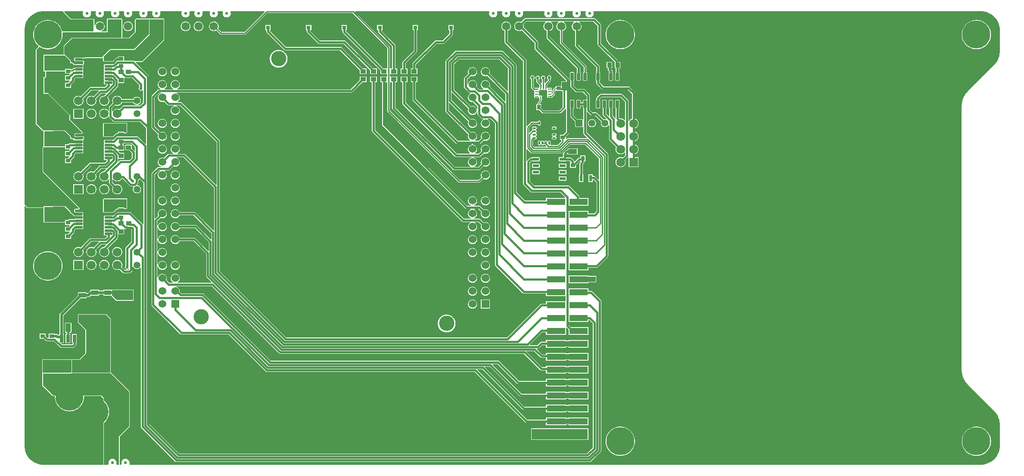
<source format=gtl>
%FSTAX23Y23*%
%MOIN*%
%SFA1B1*%

%IPPOS*%
%AMD24*
4,1,8,-0.027600,-0.008900,0.027600,-0.008900,0.029500,-0.006900,0.029500,0.006900,0.027600,0.008900,-0.027600,0.008900,-0.029500,0.006900,-0.029500,-0.006900,-0.027600,-0.008900,0.0*
1,1,0.003900,-0.027600,-0.006900*
1,1,0.003900,0.027600,-0.006900*
1,1,0.003900,0.027600,0.006900*
1,1,0.003900,-0.027600,0.006900*
%
%AMD60*
4,1,8,-0.064900,-0.098400,0.064900,-0.098400,0.066900,-0.096400,0.066900,0.096400,0.064900,0.098400,-0.064900,0.098400,-0.066900,0.096400,-0.066900,-0.096400,-0.064900,-0.098400,0.0*
1,1,0.004020,-0.064900,-0.096400*
1,1,0.004020,0.064900,-0.096400*
1,1,0.004020,0.064900,0.096400*
1,1,0.004020,-0.064900,0.096400*
%
%AMD68*
4,1,8,0.009800,0.028500,-0.009800,0.028500,-0.011800,0.026500,-0.011800,-0.026500,-0.009800,-0.028500,0.009800,-0.028500,0.011800,-0.026500,0.011800,0.026500,0.009800,0.028500,0.0*
1,1,0.004020,0.009800,0.026500*
1,1,0.004020,-0.009800,0.026500*
1,1,0.004020,-0.009800,-0.026500*
1,1,0.004020,0.009800,-0.026500*
%
%AMD72*
4,1,8,-0.024600,0.008900,-0.024600,-0.008900,-0.022700,-0.010800,0.022700,-0.010800,0.024600,-0.008900,0.024600,0.008900,0.022700,0.010800,-0.022700,0.010800,-0.024600,0.008900,0.0*
1,1,0.003900,-0.022700,0.008900*
1,1,0.003900,-0.022700,-0.008900*
1,1,0.003900,0.022700,-0.008900*
1,1,0.003900,0.022700,0.008900*
%
%AMD74*
4,1,8,0.028500,-0.060000,0.028500,0.060000,0.026500,0.062000,-0.026500,0.062000,-0.028500,0.060000,-0.028500,-0.060000,-0.026500,-0.062000,0.026500,-0.062000,0.028500,-0.060000,0.0*
1,1,0.004000,0.026500,-0.060000*
1,1,0.004000,0.026500,0.060000*
1,1,0.004000,-0.026500,0.060000*
1,1,0.004000,-0.026500,-0.060000*
%
%AMD75*
4,1,8,0.028500,-0.015800,0.028500,0.015800,0.026600,0.017700,-0.026600,0.017700,-0.028500,0.015800,-0.028500,-0.015800,-0.026600,-0.017700,0.026600,-0.017700,0.028500,-0.015800,0.0*
1,1,0.003900,0.026600,-0.015800*
1,1,0.003900,0.026600,0.015800*
1,1,0.003900,-0.026600,0.015800*
1,1,0.003900,-0.026600,-0.015800*
%
%ADD16C,0.010000*%
%ADD18C,0.016000*%
G04~CAMADD=24~8~0.0~0.0~590.6~177.2~19.5~0.0~15~0.0~0.0~0.0~0.0~0~0.0~0.0~0.0~0.0~0~0.0~0.0~0.0~180.0~592.0~177.0*
%ADD24D24*%
%ADD56R,0.071650X0.046060*%
%ADD57R,0.039370X0.035430*%
%ADD58R,0.062990X0.118110*%
%ADD59R,0.037010X0.028740*%
G04~CAMADD=60~8~0.0~0.0~1338.6~1968.5~20.1~0.0~15~0.0~0.0~0.0~0.0~0~0.0~0.0~0.0~0.0~0~0.0~0.0~0.0~180.0~1338.0~1968.0*
%ADD60D60*%
%ADD61R,0.041340X0.035430*%
%ADD62R,0.031500X0.031500*%
%ADD63R,0.035430X0.039370*%
%ADD64R,0.144880X0.050000*%
%ADD65R,0.028740X0.037010*%
%ADD66R,0.026570X0.009840*%
%ADD67R,0.009840X0.026570*%
G04~CAMADD=68~8~0.0~0.0~236.2~570.9~20.1~0.0~15~0.0~0.0~0.0~0.0~0~0.0~0.0~0.0~0.0~0~0.0~0.0~0.0~0.0~236.2~570.9*
%ADD68D68*%
%ADD69O,0.027560X0.011810*%
%ADD70O,0.011810X0.027560*%
%ADD71R,0.094490X0.094490*%
G04~CAMADD=72~8~0.0~0.0~216.5~492.1~19.5~0.0~15~0.0~0.0~0.0~0.0~0~0.0~0.0~0.0~0.0~0~0.0~0.0~0.0~90.0~492.0~216.0*
%ADD72D72*%
%ADD73R,0.023620X0.049210*%
G04~CAMADD=74~8~0.0~0.0~1240.2~570.9~20.0~0.0~15~0.0~0.0~0.0~0.0~0~0.0~0.0~0.0~0.0~0~0.0~0.0~0.0~270.0~571.0~1240.0*
%ADD74D74*%
G04~CAMADD=75~8~0.0~0.0~354.3~570.9~19.5~0.0~15~0.0~0.0~0.0~0.0~0~0.0~0.0~0.0~0.0~0~0.0~0.0~0.0~270.0~571.0~354.0*
%ADD75D75*%
%ADD76R,0.027560X0.060040*%
%ADD77R,0.057870X0.038190*%
%ADD78R,0.118110X0.062990*%
%ADD79C,0.020000*%
%ADD80C,0.015000*%
%ADD81C,0.039370*%
%ADD82C,0.008000*%
%ADD83C,0.012000*%
%ADD84C,0.214960*%
%ADD85C,0.064960*%
%ADD86C,0.053150*%
%ADD87R,0.053150X0.053150*%
%ADD88C,0.067910*%
%ADD89R,0.067910X0.067910*%
%ADD90C,0.021650*%
%ADD91R,0.053150X0.053150*%
%ADD92R,0.067910X0.067910*%
%ADD93C,0.060240*%
%ADD94C,0.118110*%
%ADD95R,0.060240X0.060240*%
%ADD96C,0.216540*%
%ADD97C,0.023620*%
%LNrmx_explorer_board-1*%
%LPD*%
G36*
X07642Y03721D02*
X07661Y03716D01*
X07678Y03709*
X07695Y03699*
X0771Y03688*
X07723Y03674*
X07735Y03659*
X07744Y03643*
X07752Y03625*
X07757Y03607*
X07759Y03588*
Y03579*
Y03413*
Y03406*
X07758Y03391*
X07755Y03377*
X07751Y03364*
X07745Y03351*
X07739Y03338*
X07731Y03326*
X07722Y03315*
X07717Y0331*
X07516Y03109*
X07516Y03109*
X07515Y03109*
X0751Y03103*
X0751Y03103*
X07509Y03102*
X07499Y0309*
X07499Y03089*
X07498Y03089*
X07489Y03076*
X07489Y03075*
X07489Y03074*
X07481Y0306*
X07481Y0306*
X0748Y03059*
X07474Y03044*
X07474Y03044*
X07474Y03043*
X07469Y03028*
X07469Y03027*
X07469Y03026*
X07466Y03011*
Y0301*
X07466Y03009*
X07464Y02993*
X07464Y02993*
X07464Y02992*
X07464Y02984*
X07464Y02984*
X07464Y02984*
Y00952*
X07464Y00952*
X07464Y00952*
X07464Y00944*
X07464Y00943*
X07464Y00943*
X07466Y00927*
X07466Y00926*
Y00925*
X07469Y0091*
X07469Y00909*
X07469Y00908*
X07474Y00893*
X07474Y00892*
X07474Y00892*
X0748Y00877*
X07481Y00876*
X07481Y00876*
X07489Y00862*
X07489Y00861*
X07489Y0086*
X07498Y00847*
X07499Y00847*
X07499Y00846*
X07509Y00834*
X0751Y00833*
X0751Y00833*
X07515Y00827*
X07516Y00827*
X07516Y00827*
X07717Y00626*
X07722Y00621*
X07731Y0061*
X07739Y00598*
X07745Y00585*
X07751Y00572*
X07755Y00559*
X07758Y00545*
X07759Y0053*
Y00523*
Y00357*
Y00348*
X07757Y00329*
X07752Y00311*
X07744Y00293*
X07735Y00277*
X07723Y00262*
X0771Y00248*
X07695Y00237*
X07678Y00227*
X07661Y0022*
X07642Y00215*
X07624Y00212*
X01027*
X01027Y00213*
X01026Y00213*
X01026Y00213*
X01026Y00214*
X01025Y00214*
X01024Y00217*
X01024Y00217*
X01024Y00218*
X01024Y00218*
X01024Y00219*
X01024Y00219*
X01025Y0022*
X01025Y0022*
X01025Y00221*
X01025Y00221*
X01025Y00221*
X01025Y00222*
X01025Y00223*
X01025Y00223*
X01025Y00224*
X01025Y00224*
X01025Y00224*
X01025Y00225*
X01025Y00225*
Y00226*
Y00226*
X01025Y00227*
X01025Y00227*
X01025Y00228*
X01025Y00228*
X01025Y00229*
X01025Y00229*
X01025Y0023*
X01025Y0023*
X01025Y00231*
X01025Y00231*
X01025Y00231*
X01025Y00232*
X01024Y00232*
X01024Y00233*
X01024Y00234*
X01024Y00234*
X01024Y00234*
X01024Y00235*
X01024Y00235*
X01024Y00236*
X01023Y00236*
X01023Y00237*
X01023Y00237*
X01023Y00238*
X01023Y00238*
X01023Y00238*
X01022Y00239*
X01022Y00239*
X01022Y0024*
X01022Y0024*
X01021Y00241*
X01021Y00241*
X01021Y00241*
X01021Y00242*
X01021Y00242*
X0102Y00243*
X0102Y00243*
X0102Y00243*
X01019Y00244*
X01019Y00244*
X01019Y00244*
X01019Y00245*
X01018Y00245*
X01018Y00246*
X01018Y00246*
X01017Y00247*
X01017Y00247*
X01017Y00247*
X01017Y00247*
X01016Y00248*
X01016Y00248*
X01015Y00249*
X01015Y00249*
X01015Y00249*
X01015Y00249*
X01014Y0025*
X01014Y0025*
X01013Y0025*
X01013Y00251*
X01013Y00251*
X01012Y00251*
X01012Y00252*
X01012Y00252*
X01011Y00252*
X01011Y00252*
X0101Y00253*
X0101Y00253*
X01009Y00253*
X01009Y00253*
X01009Y00254*
X01008Y00254*
X01008Y00254*
X01007Y00254*
X01007Y00254*
X01006Y00255*
X01006Y00255*
X01006Y00255*
X01005Y00255*
X01005Y00255*
X01004Y00255*
X01004Y00256*
X01003Y00256*
X01003Y00256*
X01002Y00256*
X01002Y00256*
X01002Y00256*
X01001Y00256*
X01001Y00257*
X01Y00257*
X01Y00257*
X00999Y00257*
X00999Y00257*
X00999Y00257*
X00998Y00257*
X00997Y00257*
X00997Y00257*
X00996Y00257*
X00996Y00257*
X00995Y00257*
X00995Y00257*
X00995Y00257*
X00994Y00257*
X00994*
X00993*
X00993Y00257*
X00992Y00257*
X00992Y00257*
X00991Y00257*
X00991Y00257*
X0099Y00257*
X0099Y00257*
X00989Y00257*
X00989Y00257*
X00988Y00257*
X00988Y00257*
X00988Y00257*
X00987Y00257*
X00987Y00257*
X00986Y00256*
X00985Y00256*
X00985Y00256*
X00985Y00256*
X00984Y00256*
X00984Y00256*
X00983Y00256*
X00983Y00255*
X00982Y00255*
X00982Y00255*
X00982Y00255*
X00981Y00255*
X00981Y00255*
X0098Y00254*
X0098Y00254*
X00979Y00254*
X00979Y00254*
X00978Y00254*
X00978Y00253*
X00978Y00253*
X00977Y00253*
X00977Y00253*
X00976Y00252*
X00976Y00252*
X00976Y00252*
X00975Y00252*
X00975Y00251*
X00975Y00251*
X00974Y00251*
X00974Y0025*
X00973Y0025*
X00973Y0025*
X00973Y00249*
X00972Y00249*
X00972Y00249*
X00972Y00249*
X00971Y00248*
X00971Y00248*
X00971Y00247*
X0097Y00247*
X0097Y00247*
X0097Y00247*
X00969Y00246*
X00969Y00246*
X00969Y00245*
X00968Y00245*
X00968Y00244*
X00968Y00244*
X00968Y00244*
X00967Y00243*
X00967Y00243*
X00967Y00243*
X00967Y00242*
X00966Y00242*
X00966Y00241*
X00966Y00241*
X00966Y00241*
X00966Y0024*
X00965Y0024*
X00965Y00239*
X00965Y00239*
X00965Y00238*
X00965Y00238*
X00964Y00238*
X00964Y00237*
X00964Y00237*
X00964Y00236*
X00964Y00236*
X00963Y00235*
X00963Y00235*
X00963Y00234*
X00963Y00234*
X00963Y00234*
X00963Y00233*
X00963Y00232*
X00963Y00232*
X00963Y00231*
X00963Y00231*
X00962Y00231*
X00962Y0023*
X00962Y0023*
X00962Y00229*
X00962Y00229*
X00962Y00228*
X00962Y00228*
X00962Y00227*
X00962Y00227*
X00962Y00226*
Y00226*
Y00225*
X00962Y00225*
X00962Y00224*
X00962Y00224*
X00962Y00224*
X00962Y00223*
X00962Y00223*
X00962Y00222*
X00962Y00221*
X00962Y00221*
X00963Y00221*
X00963Y0022*
X00963Y0022*
X00963Y00219*
X00963Y00219*
X00963Y00218*
X00963Y00218*
X00963Y00217*
X00963Y00217*
X00962Y00214*
X00962Y00214*
X00961Y00213*
X00961Y00213*
X00961Y00213*
X0096Y00212*
X00949*
Y00429*
X00949Y00429*
X00949Y00429*
X00949Y00429*
X00949Y00429*
X00949Y00429*
X00949Y00429*
X00949Y0043*
X00949Y0043*
X00949Y0043*
Y0043*
X00949Y0043*
X00949Y0043*
X00949Y00431*
X00949Y00431*
X00949Y00431*
X00949Y00431*
X00949Y00431*
X00949Y00431*
X00949Y00431*
X00949Y00431*
X0095Y00431*
X0095Y00432*
X0095Y00432*
X0095Y00432*
X0095Y00432*
X0095Y00432*
X0095Y00432*
X0095Y00432*
X01026Y00508*
X01026Y00508*
X01026Y00508*
X01026Y00509*
X01026Y00509*
X01026Y00509*
X01027Y00509*
X01027Y00509*
X01027Y00509*
X01027Y0051*
X01027Y0051*
X01027Y0051*
X01027Y0051*
X01027Y0051*
X01027Y0051*
X01027Y00511*
X01027Y00511*
X01027Y00511*
X01027Y00511*
X01027Y00511*
X01027Y00511*
Y00512*
Y00777*
Y00777*
X01027Y00777*
X01027Y00777*
X01027Y00777*
X01027Y00777*
X01027Y00778*
X01027Y00778*
X01027Y00778*
X01027Y00778*
X01027Y00778*
X01027Y00779*
X01027Y00779*
X01027Y00779*
X01027Y00779*
X01027Y00779*
X01027Y00779*
X01026Y0078*
X01026Y0078*
X01026Y0078*
X01026Y0078*
X01026Y0078*
X01026Y0078*
X00882Y00924*
X00882Y00924*
X00882Y00924*
X00882Y00924*
X00882Y00924*
X00882Y00924*
X00882Y00924*
X00882Y00924*
X00882*
Y00924*
X00882Y00924*
X00882Y00925*
X00882Y00925*
X00881Y00925*
X00881Y00925*
X00881Y00925*
X00881Y00925*
X00881Y00925*
X00881Y00925*
X00881Y00925*
X00881Y00925*
X00881Y00925*
X00881Y00925*
X00881Y00925*
X00881Y00925*
X00881Y00925*
X00881Y00925*
X00881Y00925*
X00881Y00925*
X00881Y00925*
X00881Y00925*
X00881Y00925*
X00881Y00925*
X00881Y00925*
X00881Y00925*
X00881Y00925*
X00881Y00925*
X00881Y00925*
X00881Y00925*
X00881Y00925*
X00881Y00925*
X00881Y00925*
X0088Y00925*
X0088Y00925*
X0088Y00925*
X0088Y00925*
X0088Y00925*
X0088*
X0088Y00925*
Y0134*
X0088Y0134*
X0088Y0134*
Y0134*
X0088Y0134*
X0088Y0134*
X0088Y0134*
X0088Y01341*
X0088Y01341*
X0088Y01341*
X0088Y01341*
X0088Y01341*
X0088Y01342*
X0088Y01342*
X0088Y01342*
X00879Y01342*
X00879Y01342*
X00879Y01342*
X00879Y01343*
X00879Y01343*
X00879Y01343*
X00879Y01343*
X00879Y01343*
X00844Y01378*
X00844Y01378*
X00844Y01378*
X00844Y01378*
X00844Y01378*
X00843Y01378*
X00843Y01378*
X00843Y01378*
X00843Y01379*
X00843Y01379*
X00842Y01379*
X00842Y01379*
X00842Y01379*
X00842Y01379*
X00842Y01379*
X00842Y01379*
X00841Y01379*
X00841Y01379*
X00841Y01379*
X00841Y01379*
X00841Y01379*
X00841Y01379*
X00841*
X0063*
X0063*
X00629Y01379*
X00629Y01379*
X00629Y01379*
X00629Y01379*
X00629Y01379*
X00629Y01379*
X00628Y01379*
X00628Y01379*
X00628Y01379*
X00628Y01379*
X00628Y01379*
X00628Y01379*
X00627Y01378*
X00627Y01378*
X00627Y01378*
X00627Y01378*
X00627Y01378*
X00627Y01378*
X00626Y01378*
X00626Y01378*
X00626Y01378*
X00626Y01377*
X00626Y01377*
X00626Y01377*
X00626Y01377*
X00626Y01377*
X00626Y01377*
X00625Y01376*
X00625Y01376*
X00625Y01376*
X00625Y01376*
X00625Y01376*
X00625Y01376*
X00625Y01375*
X00625Y01375*
X00625Y01375*
X00625Y01375*
X00625Y01375*
X00625Y01375*
X00625Y01374*
X00625Y01374*
Y01319*
X00625Y01318*
X00625Y01318*
X00625Y01318*
X00625Y01318*
X00625Y01318*
X00625Y01317*
X00625Y01317*
X00625Y01317*
X00625Y01317*
X00625Y01317*
X00625Y01317*
X00625Y01316*
X00625Y01316*
X00626Y01316*
X00626Y01316*
X00626Y01316*
X00626Y01316*
X00626Y01315*
X00626Y01315*
X00626Y01315*
X00626Y01315*
X00683Y01258*
X00683Y01258*
Y01258*
X00683Y01258*
X00683Y01258*
X00683Y01258*
X00683Y01258*
X00684Y01257*
X00684Y01257*
X00684Y01257*
X00684Y01257*
X00684Y01257*
X00684Y01257*
X00684Y01256*
X00684Y01256*
Y01075*
X00684Y01075*
X00684Y01075*
X00684Y01075*
X00684Y01075*
X00684Y01075*
X00684Y01074*
X00684Y01074*
X00683Y01074*
X00683Y01074*
X00683Y01074*
X00683Y01073*
X00683Y01073*
X00638Y01029*
X00638Y01029*
X00638*
X00638Y01028*
X00638Y01028*
X00638Y01028*
X00638Y01028*
X00637Y01028*
X00637Y01028*
X00637Y01028*
X00637Y01028*
X00637Y01028*
X00636Y01028*
X00636Y01028*
X00636Y01028*
X0058*
X0058*
X0058*
X0058*
X0058*
X0058Y01028*
X0058*
X0058*
X0058Y01028*
X0058*
X0058Y01028*
X0058*
X0058Y01028*
X0058Y01028*
X0058Y01028*
X0058Y01028*
X00579*
X00579Y01028*
X00579Y01028*
X00579Y01028*
X00579Y01028*
X00579*
X00579Y01028*
X00579*
X00579Y01028*
X00579Y01028*
X00579*
X00579Y01028*
X00579Y01028*
X00579*
X00579*
X00579Y01028*
X00579Y01028*
X00579Y01028*
X00579Y01027*
X00579Y01027*
X00579Y01027*
X00579Y01027*
X00579Y01027*
X00579Y01027*
X00579Y01027*
X00578Y01027*
X00578Y01027*
X00578Y01027*
X00578Y01027*
X00578Y01027*
X00578Y01027*
X00578Y01027*
X00578*
X00578Y01027*
X00578Y01027*
X00578*
Y01027*
X00578Y01027*
X00578Y01027*
X00578Y01027*
X00578Y01027*
X00578Y01027*
X00577Y01027*
X00577Y01027*
X00577Y01027*
X00577Y01027*
X00577Y01027*
X00577Y01027*
X00577Y01027*
X00577Y01027*
X00577Y01027*
X00577Y01027*
X00577Y01027*
X00577Y01027*
X00577Y01028*
X00577Y01028*
X00577Y01028*
X00577Y01028*
X00577Y01028*
X00577Y01028*
X00577Y01028*
X00577Y01028*
X00577Y01028*
X00576Y01028*
X00576Y01028*
X00576Y01028*
X00576Y01028*
X00576Y01028*
X00576Y01028*
X00576Y01028*
X00576Y01028*
X00576Y01028*
X00576Y01028*
X00576Y01028*
X00576Y01028*
X00576Y01028*
X00576Y01028*
X00576Y01028*
X00576Y01028*
X00576Y01028*
X00576Y01028*
X00576Y01028*
X00575Y01028*
X00575Y01028*
X00575Y01028*
X00575Y01028*
X00575Y01028*
X00575*
X00575Y01028*
X00575Y01028*
X00575*
X00575Y01028*
X00575*
X00575Y01028*
X00575*
X00575*
X00575Y01028*
X00575*
X00575*
X00575*
X00575*
X00354*
X00354*
X00353Y01028*
X00353Y01028*
X00353Y01028*
X00353Y01028*
X00353Y01028*
X00353Y01028*
X00352Y01028*
X00352Y01028*
X00352Y01028*
X00352Y01028*
X00352Y01028*
X00352Y01028*
X00351Y01027*
X00351Y01027*
X00351Y01027*
X00351Y01027*
X00351Y01027*
X00351Y01027*
X0035Y01027*
X0035Y01027*
X0035Y01027*
X0035Y01026*
X0035Y01026*
X0035Y01026*
X0035Y01026*
X0035Y01026*
X0035Y01026*
X00349Y01025*
X00349Y01025*
X00349Y01025*
X00349Y01025*
X00349Y01025*
X00349Y01025*
X00349Y01024*
X00349Y01024*
X00349Y01024*
X00349Y01024*
X00349Y01024*
X00349Y01024*
X00349Y01023*
Y01023*
Y00925*
Y00924*
X00349Y00924*
X00349Y00924*
X00349Y00924*
X00349Y00924*
X00349Y00924*
X00349Y00923*
X00349Y00923*
X00349Y00923*
X00349Y00923*
X00349Y00923*
X00349Y00923*
X00349Y00922*
X0035Y00922*
X0035Y00922*
X0035Y00922*
X0035Y00922*
X0035Y00922*
X0035Y00921*
X0035Y00921*
X0035Y00921*
X0035Y00921*
X0035Y00921*
X0035Y00921*
X0035Y00921*
X0035Y00921*
X0035Y00921*
X0035Y00921*
X0035Y00921*
X0035Y00921*
X0035Y00921*
X0035Y00921*
X0035Y00921*
X0035Y00921*
Y00921*
X0035Y0092*
X0035Y0092*
X0035Y0092*
X0035Y0092*
X0035Y0092*
X0035Y0092*
X0035Y0092*
X0035Y0092*
X0035Y0092*
X0035Y0092*
X0035Y0092*
X0035Y0092*
X0035Y0092*
Y0092*
X0035Y0092*
Y0092*
X0035Y0092*
Y0092*
X0035Y0092*
Y00919*
Y00919*
X0035Y00919*
Y00919*
Y00919*
Y00919*
Y00827*
X0035Y00826*
X0035Y00826*
X0035Y00826*
X0035Y00826*
X0035Y00826*
X0035Y00826*
X0035Y00825*
X0035Y00825*
X0035Y00825*
X0035Y00825*
X0035Y00825*
X0035Y00825*
X0035Y00824*
X0035Y00824*
X0035Y00824*
X00351Y00824*
X00351Y00824*
X00351Y00824*
X00351Y00823*
X00351Y00823*
X00351Y00823*
X00429Y00745*
X0043Y00745*
X0043Y00745*
X0043Y00744*
X0043Y00744*
X0043Y00744*
X0043Y00744*
X0043Y00744*
X00431Y00744*
X00431Y00744*
X00431Y00744*
X00431Y00744*
X00431Y00744*
X00431Y00744*
X00432Y00744*
X00432Y00743*
X00432Y00743*
X00432Y00743*
X00432Y00743*
X00432Y00743*
X00433Y00743*
X00433Y00743*
X00442*
X00442Y00743*
X00442*
X00443Y00743*
X00443Y00743*
X00443*
X00443Y00743*
X00443*
X00443Y00743*
X00443*
X00443Y00743*
X00443*
X00443*
X00443Y00743*
X00443*
X00443*
X00443*
X00443Y00743*
X00443*
X00443Y00743*
X00443*
X00443*
X00443Y00743*
X00444*
X00445Y00743*
X00445Y00743*
X00445Y00743*
X00445Y00743*
X00445Y00743*
X00445Y00743*
X00445Y00743*
X00445Y00743*
X00445*
X00445Y00743*
X00445Y00743*
X00445Y00743*
X00445Y00743*
X00445Y00743*
X00445Y00743*
X00445Y00743*
X00445Y00743*
X00446Y00743*
X00446Y00743*
X00446Y00743*
X00446Y00743*
X00446Y00743*
X00446Y00743*
X00446Y00743*
X00446Y00743*
X00446Y00743*
X00446Y00743*
X00446Y00743*
X00446Y00743*
X00446Y00743*
X00446Y00743*
X00446*
X00447Y00742*
X00447Y00742*
X00447Y00741*
X00448Y00739*
X00448Y00738*
X00448Y00738*
X00448Y00738*
X00448Y00737*
X00448Y00736*
X00448Y00735*
X00448Y00734*
X00448Y00734*
X00448Y00733*
X00448Y00732*
X00448Y00731*
X00448Y00729*
X00448Y00729*
X00448Y00728*
X00449Y00727*
X00449Y00726*
X00449Y00725*
X00449Y00724*
X00449Y00723*
X00449Y00722*
X00449Y00722*
X00449Y00721*
X00449Y0072*
X0045Y00719*
X0045Y00718*
X0045Y00717*
X0045Y00716*
X0045Y00716*
X0045Y00715*
X00451Y00714*
X00451Y00713*
X00451Y00712*
X00451Y00711*
X00451Y0071*
X00452Y0071*
X00452Y00709*
X00452Y00708*
X00452Y00707*
X00453Y00706*
X00453Y00705*
X00453Y00704*
X00453Y00704*
X00453Y00703*
X00454Y00702*
X00454Y00701*
X00454Y007*
X00455Y00699*
X00455Y00698*
X00455Y00698*
X00456Y00697*
X00456Y00697*
X00456Y00696*
X00457Y00695*
X00457Y00694*
X00457Y00693*
X00458Y00692*
X00458Y00692*
X00458Y00691*
X00459Y0069*
X00459Y00689*
X0046Y00688*
X0046Y00687*
X0046Y00686*
X00461Y00686*
X00461Y00685*
X00461Y00684*
X00462Y00684*
X00462Y00683*
X00463Y00682*
X00463Y00681*
X00464Y0068*
X00464Y0068*
X00465Y00679*
X00465Y00678*
X00466Y00677*
X00466Y00676*
X00467Y00676*
X00467Y00675*
X00468Y00674*
X00468Y00673*
X00469Y00672*
X0047Y00671*
X0047Y00671*
X00471Y0067*
X00471Y0067*
X00471Y00669*
X00472Y00668*
X00473Y00667*
X00473Y00667*
X00474Y00666*
X00474Y00665*
X00475Y00665*
X00475Y00664*
X00476Y00663*
X00477Y00663*
X00477Y00662*
X00478Y00661*
X00479Y00661*
X00479Y0066*
X0048Y0066*
X0048Y00659*
X00481Y00658*
X00482Y00657*
X00482Y00657*
X00483Y00656*
X00483Y00656*
X00484Y00655*
X00485Y00655*
X00485Y00654*
X00486Y00653*
X00487Y00653*
X00488Y00652*
X00488Y00652*
X00489Y00651*
X00489Y00651*
X0049Y0065*
X00491Y00649*
X00492Y00649*
X00493Y00648*
X00493Y00648*
X00493Y00647*
X00494Y00647*
X00495Y00646*
X00496Y00646*
X00497Y00645*
X00498Y00644*
X00498Y00644*
X00499Y00643*
X005Y00643*
X00501Y00642*
X00502Y00642*
X00503Y00641*
X00503Y00641*
X00504Y00641*
X00505Y0064*
X00505Y0064*
X00506Y00639*
X00507Y00639*
X00508Y00638*
X00509Y00638*
X00509Y00638*
X0051Y00637*
X00511Y00637*
X00512Y00636*
X00513Y00636*
X00514Y00635*
X00514Y00635*
X00515Y00635*
X00516Y00635*
X00517Y00634*
X00517Y00634*
X00518Y00633*
X00519Y00633*
X0052Y00633*
X00521Y00633*
X00521Y00632*
X00522Y00632*
X00523Y00632*
X00524Y00631*
X00525Y00631*
X00526Y00631*
X00527Y0063*
X00527Y0063*
X00528Y0063*
X00529Y0063*
X0053Y00629*
X00531Y00629*
X00532Y00629*
X00532Y00629*
X00533Y00629*
X00534Y00628*
X00535Y00628*
X00536Y00628*
X00537Y00628*
X00538Y00627*
X00539Y00627*
X00539Y00627*
X0054Y00627*
X00541Y00627*
X00542Y00627*
X00543Y00627*
X00544Y00626*
X00545Y00626*
X00545Y00626*
X00546Y00626*
X00547Y00626*
X00548Y00626*
X00549Y00626*
X0055Y00626*
X00551Y00626*
X00551Y00626*
X00552Y00626*
X00553Y00625*
X00554Y00625*
X00555Y00625*
X00556Y00625*
X00557Y00625*
X00558Y00625*
X00558Y00625*
X0056Y00625*
X00561*
X00562*
X00563Y00625*
X00563Y00625*
X00564Y00625*
X00565Y00625*
X00566Y00625*
X00567Y00625*
X00568Y00625*
X00569Y00626*
X0057Y00626*
X0057Y00626*
X00571Y00626*
X00572Y00626*
X00573Y00626*
X00574Y00626*
X00575Y00626*
X00576Y00626*
X00576Y00626*
X00577Y00626*
X00578Y00627*
X00579Y00627*
X0058Y00627*
X00581Y00627*
X00582Y00627*
X00582Y00627*
X00583Y00627*
X00584Y00628*
X00585Y00628*
X00586Y00628*
X00587Y00628*
X00588Y00629*
X00589Y00629*
X00589Y00629*
X0059Y00629*
X00591Y00629*
X00592Y0063*
X00593Y0063*
X00594Y0063*
X00595Y0063*
X00595Y00631*
X00596Y00631*
X00597Y00631*
X00598Y00632*
X00599Y00632*
X006Y00632*
X006Y00633*
X00601Y00633*
X00602Y00633*
X00603Y00633*
X00604Y00634*
X00605Y00634*
X00605Y00635*
X00606Y00635*
X00607Y00635*
X00607Y00635*
X00608Y00636*
X00609Y00636*
X0061Y00637*
X00611Y00637*
X00612Y00638*
X00612Y00638*
X00613Y00638*
X00614Y00639*
X00615Y00639*
X00616Y0064*
X00616Y0064*
X00617Y00641*
X00618Y00641*
X00618Y00641*
X00619Y00642*
X0062Y00642*
X00621Y00643*
X00622Y00643*
X00623Y00644*
X00623Y00644*
X00624Y00645*
X00625Y00646*
X00626Y00646*
X00627Y00647*
X00628Y00647*
X00628Y00648*
X00629Y00648*
X00629Y00649*
X0063Y00649*
X00631Y0065*
X00632Y00651*
X00632Y00651*
X00633Y00652*
X00633Y00652*
X00634Y00653*
X00635Y00653*
X00636Y00654*
X00636Y00655*
X00637Y00655*
X00638Y00656*
X00638Y00656*
X00639Y00657*
X00639Y00657*
X0064Y00658*
X00641Y00659*
X00642Y0066*
X00642Y0066*
X00642Y00661*
X00643Y00661*
X00644Y00662*
X00644Y00663*
X00645Y00663*
X00646Y00664*
X00646Y00665*
X00647Y00665*
X00647Y00666*
X00648Y00667*
X00648Y00667*
X00649Y00668*
X0065Y00669*
X0065Y0067*
X0065Y0067*
X00651Y00671*
X00651Y00671*
X00652Y00672*
X00653Y00673*
X00653Y00674*
X00654Y00675*
X00654Y00676*
X00655Y00676*
X00655Y00677*
X00656Y00678*
X00657Y00679*
X00657Y0068*
X00657Y0068*
X00658Y00681*
X00658Y00682*
X00659Y00683*
X00659Y00684*
X0066Y00684*
X0066Y00685*
X0066Y00686*
X00661Y00686*
X00661Y00687*
X00661Y00688*
X00662Y00689*
X00662Y0069*
X00663Y00691*
X00663Y00692*
X00663Y00692*
X00664Y00693*
X00664Y00694*
X00664Y00695*
X00665Y00696*
X00665Y00697*
X00666Y00697*
X00666Y00698*
X00666Y00698*
X00666Y00699*
X00667Y007*
X00667Y00701*
X00667Y00702*
X00668Y00703*
X00668Y00704*
X00668Y00704*
X00668Y00705*
X00669Y00706*
X00669Y00707*
X00669Y00708*
X00669Y00709*
X00669Y0071*
X0067Y0071*
X0067Y00711*
X0067Y00712*
X0067Y00713*
X00671Y00714*
X00671Y00715*
X00671Y00716*
X00671Y00716*
X00671Y00717*
X00671Y00718*
X00671Y00719*
X00672Y0072*
X00672Y00721*
X00672Y00722*
X00672Y00722*
X00672Y00723*
X00672Y00724*
X00672Y00725*
X00672Y00726*
X00673Y00727*
X00673Y00728*
X00673Y00729*
X00673Y00729*
X00673Y00731*
X00673Y00732*
X00673Y00733*
X00673Y00734*
X00673Y00734*
X00673Y00735*
X00673Y00736*
X00673Y00737*
X00673Y00738*
X00673Y00738*
Y00738*
X00673Y00739*
X00674Y00741*
X00674Y00742*
X00674Y00742*
X00675Y00743*
X00675*
X00675Y00743*
X00675Y00743*
X00675Y00743*
X00675Y00743*
X00675Y00743*
X00675Y00743*
X00675Y00743*
X00675Y00743*
X00675Y00743*
X00675Y00743*
X00675Y00743*
X00675Y00743*
X00676Y00743*
X00676Y00743*
X00676Y00743*
X00676Y00743*
X00676Y00743*
X00676Y00743*
X00676Y00743*
X00676Y00743*
X00676Y00743*
X00676Y00743*
X00676*
X00676Y00743*
X00676Y00743*
X00676Y00743*
X00676Y00743*
X00676Y00743*
X00676Y00743*
X00676Y00743*
X00678Y00743*
X00678*
X00678Y00743*
X00678*
X00678*
X00678Y00743*
X00678*
X00678Y00743*
X00678*
X00678*
X00678*
X00678Y00743*
X00678*
X00678*
X00678Y00743*
X00678*
X00678Y00743*
X00678*
X00678Y00743*
X00678*
X00679Y00743*
X00679Y00743*
X00679Y00743*
X00803*
X00803Y00743*
X00803Y00743*
X00803Y00743*
X00803Y00743*
X00803Y00743*
X00803Y00743*
X00804Y00743*
X00804Y00743*
X00804Y00743*
X00804*
X00804Y00743*
X00804Y00743*
X00805Y00743*
X00805Y00743*
X00805Y00743*
X00805Y00743*
X00805Y00743*
X00805Y00743*
X00805Y00743*
X00805Y00742*
X00805Y00742*
X00806Y00742*
X00806Y00742*
X00806Y00742*
X00806Y00742*
X00806Y00742*
X00806Y00742*
X00807Y00742*
X0082Y00728*
X0082Y00728*
X00821Y00727*
X00821Y00727*
X00821Y00727*
X00821Y00727*
X00821Y00727*
X00821Y00727*
X00821Y00727*
X00821Y00726*
X00821Y00726*
X00821Y00726*
X00822Y00726*
X00822Y00726*
X00822Y00726*
X00822Y00726*
X00822Y00726*
X00822Y00726*
X00822Y00726*
Y00725*
X00822Y00725*
X00822Y00725*
X00822Y00725*
X00822Y00725*
X00822Y00724*
X00822Y00724*
X00822Y00724*
X00822Y00724*
X00822Y00724*
Y00708*
Y00708*
X00822Y00707*
Y00707*
Y00707*
Y00707*
X00822Y00707*
Y00707*
Y00707*
X00822Y00707*
X00822Y00707*
Y00707*
Y00707*
X00822Y00707*
X00822Y00707*
Y00707*
X00822Y00707*
X00822Y00707*
X00822Y00707*
X00822Y00707*
Y00707*
X00822Y00706*
X00822Y00706*
X00822Y00706*
Y00706*
X00822Y00706*
X00822Y00706*
X00822Y00706*
Y00706*
X00822Y00706*
X00822Y00706*
X00822Y00706*
Y00706*
X00822Y00706*
X00822Y00706*
X00822Y00706*
Y00706*
X00823Y00706*
X00823Y00706*
X00823Y00706*
X00823Y00706*
X00823Y00705*
X00823Y00705*
X00823Y00705*
X00823Y00705*
X00823Y00705*
X00823Y00705*
X00823Y00705*
X00823Y00705*
X00823Y00705*
X00823Y00705*
X00823Y00705*
X00823Y00705*
X00823Y00705*
X00823Y00705*
X00823Y00705*
X00823Y00705*
X00823Y00705*
X00823Y00705*
X00823Y00705*
X00823Y00705*
X00823Y00705*
X00823Y00704*
X00823Y00704*
X00823Y00704*
X00823Y00704*
X00823Y00704*
X00823Y00704*
X00823Y00704*
X00823Y00704*
X00824Y00704*
X00824Y00704*
X00824Y00704*
X00824Y00704*
X00824Y00704*
X00824Y00704*
X00824Y00704*
X00824Y00704*
X00824Y00704*
X00829Y007*
X00829Y007*
X00829Y007*
X00829Y00699*
X00829Y00699*
X00829Y00699*
X00829Y00699*
X00829Y00699*
X00829Y00699*
X00829Y00699*
X00829Y00699*
X00829Y00699*
X00829Y00699*
X00829Y00699*
X00829Y00699*
X00829Y00699*
X00829Y00699*
X00829Y00699*
X00829Y00699*
X00829Y00699*
X0083Y00699*
X0083Y00699*
X0083Y00699*
X0083Y00699*
X0083Y00699*
X0083Y00699*
X0083Y00699*
X0083Y00698*
X0083Y00698*
X0083Y00698*
X0083Y00698*
X0083Y00698*
X0083Y00698*
X0083Y00698*
X0083Y00698*
X0083Y00698*
X0083Y00698*
X0083Y00698*
X0083Y00698*
X0083Y00698*
X0083Y00698*
X0083Y00698*
X0083Y00698*
X0083Y00698*
X0083Y00698*
X0083Y00698*
X00831Y00698*
X00831Y00698*
X00831Y00698*
X00831Y00698*
X00831Y00698*
X00831Y00698*
X00831Y00698*
X00831Y00697*
X00831Y00697*
X00831Y00697*
X00831Y00697*
X00831Y00697*
X00831Y00697*
X00831Y00697*
X00831Y00697*
X00831Y00697*
X00831Y00697*
X00831Y00697*
X00831Y00697*
X00831Y00697*
X00831Y00697*
X00831Y00697*
X00831Y00697*
X00831Y00697*
X00831Y00697*
X0084Y00687*
X0084Y00687*
X0084Y00687*
X0084Y00687*
X0084Y00687*
X0084Y00687*
X0084Y00687*
X0084Y00687*
X0084Y00686*
X0084Y00686*
X0084Y00686*
X0084Y00686*
X0084Y00686*
X0084Y00686*
X0084Y00686*
X0084Y00686*
X00841Y00686*
X00841Y00686*
X00841Y00686*
X00841Y00686*
X00841Y00686*
X00841Y00686*
X00841Y00686*
X00841Y00686*
X00841Y00686*
X00841Y00686*
X00841Y00686*
X00841Y00686*
X00841Y00686*
X00841Y00686*
X00841Y00685*
X00841Y00685*
X00841Y00685*
X00841Y00685*
X00841Y00685*
X00841Y00685*
X00841Y00685*
X00841Y00685*
X00841Y00685*
X00841Y00685*
X00841Y00685*
X00841Y00685*
X00841Y00685*
X00841Y00685*
X00841Y00685*
X00841Y00685*
X00841Y00685*
X00841Y00685*
X00842Y00685*
X00842Y00685*
X00842Y00685*
X00842Y00685*
X00842Y00685*
X00842Y00684*
X00842Y00684*
X00842Y00684*
X00842Y00684*
X00842Y00684*
X00842Y00684*
X00842Y00684*
X00842Y00684*
X00842Y00684*
X00842Y00684*
X00842Y00684*
X00842Y00684*
X00842Y00684*
X00842Y00684*
X00842Y00684*
X00842Y00684*
X00842Y00684*
X00842Y00684*
X00849Y00672*
Y00672*
X00849Y00672*
X00849Y00672*
X00849Y00672*
X00849Y00672*
X00849Y00672*
X00849Y00672*
X00849Y00672*
X00849Y00672*
X00849Y00672*
X00849Y00672*
X00849Y00672*
X00849Y00672*
X00849Y00672*
X0085Y00672*
X0085Y00672*
X0085Y00672*
X0085Y00672*
X0085Y00672*
X0085Y00671*
X0085Y00671*
X0085Y00671*
X0085Y00671*
X0085Y00671*
X0085Y00671*
X0085Y00671*
X0085Y00671*
X0085Y00671*
X0085Y00671*
X0085Y00671*
X0085Y00671*
X0085Y00671*
X0085Y00671*
X0085Y00671*
X0085Y00671*
X0085Y00671*
X0085Y00671*
X0085Y00671*
X0085Y00671*
X0085Y00671*
X0085Y0067*
X0085Y0067*
X0085Y0067*
X0085Y0067*
X0085Y0067*
X0085Y0067*
X0085Y0067*
X0085Y0067*
X0085Y0067*
X0085Y0067*
X0085Y0067*
X0085Y0067*
X0085Y0067*
X0085Y0067*
X0085Y0067*
X00851Y0067*
X00851Y0067*
X00851Y0067*
X00851Y0067*
X00851Y0067*
X00851Y0067*
X00851Y00669*
X00851Y00669*
X00851Y00669*
X00851Y00669*
X00851Y00669*
X00851Y00669*
X00851Y00669*
X00851Y00669*
X00851Y00669*
X00856Y00657*
Y00657*
X00856Y00657*
Y00657*
X00856Y00657*
X00856Y00657*
X00856Y00657*
X00856Y00656*
X00856Y00656*
Y00656*
X00856Y00656*
X00856Y00656*
X00856Y00656*
X00856Y00656*
X00856Y00656*
X00856Y00656*
X00856Y00656*
X00856Y00656*
X00856Y00656*
X00856Y00656*
X00856Y00656*
X00856Y00656*
X00856Y00656*
X00856Y00656*
X00856Y00656*
X00856Y00656*
X00856Y00656*
X00856Y00655*
X00856Y00655*
X00856Y00655*
X00856Y00655*
X00856Y00655*
X00857Y00655*
X00857Y00655*
X00857Y00655*
X00857Y00655*
X00857Y00655*
X00857Y00655*
X00857Y00655*
X00857Y00655*
X00857Y00655*
X00857Y00655*
X00857Y00655*
X00857Y00655*
X00857Y00655*
X00857Y00655*
X00857Y00654*
X00857Y00654*
X00857Y00654*
X00857Y00654*
X00857Y00654*
X00857Y00654*
X00857Y00654*
X00857Y00654*
X00857Y00654*
X00857Y00654*
X00857Y00654*
X00857Y00654*
X00857Y00654*
X00857Y00654*
X00857Y00654*
X00857Y00654*
X00857Y00654*
X00857Y00654*
X00857Y00654*
X00857Y00654*
X00857Y00653*
X00857Y00653*
X00857Y00653*
X00857Y00653*
X00857Y00653*
X0086Y0064*
Y0064*
X0086Y0064*
Y0064*
Y0064*
Y0064*
Y0064*
Y0064*
Y0064*
Y0064*
X0086Y0064*
Y0064*
Y0064*
Y0064*
X0086Y0064*
X0086Y0064*
Y0064*
X0086Y00639*
X0086Y00639*
Y00639*
X0086Y00639*
X0086Y00639*
X0086Y00639*
X0086Y00639*
X0086Y00639*
X0086Y00639*
X0086Y00639*
X0086Y00639*
X0086Y00639*
X0086Y00639*
X0086Y00639*
X0086Y00639*
X00861Y00639*
X00861Y00639*
X00861Y00639*
X00861Y00639*
Y00638*
Y00638*
X00861Y00638*
Y00638*
Y00638*
Y00638*
X00861Y00638*
Y00638*
Y00638*
X00861Y00638*
X00861Y00638*
Y00638*
X00861Y00638*
X00861Y00638*
X00861Y00638*
Y00638*
X00861Y00638*
X00861Y00638*
Y00637*
X00861Y00637*
X00861Y00637*
X00861Y00637*
X00861Y00637*
X00861Y00637*
X00861Y00637*
X00861Y00637*
X00861Y00637*
X00861Y00637*
X00861Y00637*
X00861Y00637*
X00861Y00637*
X00861Y00637*
X00861Y00637*
X00861Y00637*
Y00637*
X00862Y00623*
X00862Y00623*
X00862Y00623*
X00862Y00623*
Y00623*
X00862Y00623*
X00862Y00623*
X00862Y00623*
X00862Y00623*
Y00623*
X00862Y00623*
X00862Y00623*
Y00623*
Y00623*
X00862Y00623*
Y00623*
Y00623*
X00862Y00623*
Y00622*
Y00622*
Y00622*
Y00622*
Y00622*
Y00622*
X00862Y00622*
Y00622*
Y00622*
X00862Y00622*
Y00622*
Y00622*
X00862Y00622*
X00862Y00622*
Y00622*
X00862Y00622*
X00862Y00622*
X00862Y00622*
X00862Y00622*
X00862Y00621*
Y00621*
X00862Y00621*
X00862Y00621*
Y00621*
X00862Y00621*
Y00621*
X00862Y00621*
Y00621*
Y00621*
X00862Y00621*
Y00621*
Y00621*
Y00621*
Y00621*
Y00621*
Y00621*
X00862Y00621*
Y0062*
Y0062*
X00862Y0062*
Y0062*
X00862Y0062*
Y0062*
X00862Y0062*
Y0062*
X00862Y0062*
X00862Y0062*
X00862Y0062*
X00862Y0062*
X00862Y0062*
X00862Y0062*
X00862Y0062*
X00862Y0062*
X00861Y00606*
X00861Y00606*
X00861Y00606*
X00861Y00606*
X00861Y00606*
X00861Y00606*
X00861Y00606*
X00861Y00606*
X00861Y00606*
X00861Y00606*
X00861Y00606*
X00861Y00606*
X00861Y00606*
X00861Y00606*
X00861Y00606*
X00861Y00606*
X00861Y00606*
X00861Y00606*
X00861Y00606*
X00861Y00605*
Y00605*
X00861Y00605*
X00861Y00605*
X00861Y00605*
Y00605*
X00861Y00605*
X00861Y00605*
Y00605*
Y00605*
X00861Y00605*
Y00605*
Y00605*
Y00605*
X00861Y00605*
Y00605*
Y00605*
X00861Y00605*
X00861Y00604*
X0086Y00604*
X0086Y00604*
X0086Y00604*
X0086Y00604*
X0086Y00604*
X0086Y00604*
X0086Y00604*
X0086Y00604*
X0086Y00604*
X0086Y00604*
X0086Y00604*
X0086Y00604*
X0086Y00604*
X0086Y00604*
Y00604*
X0086Y00604*
X0086Y00604*
Y00604*
X0086Y00603*
X0086Y00603*
Y00603*
Y00603*
Y00603*
X0086Y00603*
Y00603*
Y00603*
Y00603*
Y00603*
Y00603*
Y00603*
Y00603*
X0086Y00603*
Y00603*
X00857Y0059*
X00857Y0059*
X00857Y0059*
X00857Y0059*
X00857Y0059*
X00857Y0059*
X00857Y0059*
X00857Y00589*
X00857Y00589*
X00857Y00589*
X00857Y00589*
X00857Y00589*
X00857Y00589*
X00857Y00589*
X00857Y00589*
X00857Y00589*
X00857Y00589*
X00857Y00589*
X00857Y00589*
X00857Y00589*
X00857Y00589*
X00857Y00589*
X00857Y00589*
X00857Y00589*
X00857Y00589*
X00857Y00589*
X00857Y00589*
X00857Y00588*
X00857Y00588*
X00857Y00588*
X00857Y00588*
X00857Y00588*
X00857Y00588*
X00857Y00588*
X00857Y00588*
X00857Y00588*
X00857Y00588*
X00857Y00588*
X00857Y00588*
X00856Y00588*
X00856Y00588*
X00856Y00588*
X00856Y00588*
X00856Y00588*
X00856Y00588*
X00856Y00588*
X00856Y00587*
X00856Y00587*
X00856Y00587*
X00856Y00587*
X00856Y00587*
X00856Y00587*
X00856Y00587*
X00856Y00587*
X00856Y00587*
X00856Y00587*
X00856Y00587*
X00856Y00587*
X00856Y00587*
X00856Y00587*
X00856Y00587*
X00856Y00587*
Y00587*
X00856Y00587*
X00856Y00587*
X00856Y00586*
X00856Y00586*
X00856Y00586*
Y00586*
X00856Y00586*
Y00586*
X00851Y00574*
X00851Y00574*
X00851Y00574*
X00851Y00574*
X00851Y00574*
X00851Y00574*
X00851Y00574*
X00851Y00574*
X00851Y00574*
X00851Y00574*
X00851Y00574*
X00851Y00573*
X00851Y00573*
X00851Y00573*
X00851Y00573*
X0085Y00573*
X0085Y00573*
X0085Y00573*
X0085Y00573*
X0085Y00573*
X0085Y00573*
X0085Y00573*
X0085Y00573*
X0085Y00573*
X0085Y00573*
X0085Y00573*
X0085Y00573*
X0085Y00573*
X0085Y00573*
X0085Y00573*
X0085Y00573*
X0085Y00573*
X0085Y00572*
X0085Y00572*
X0085Y00572*
X0085Y00572*
X0085Y00572*
X0085Y00572*
X0085Y00572*
X0085Y00572*
X0085Y00572*
X0085Y00572*
X0085Y00572*
X0085Y00572*
X0085Y00572*
X0085Y00572*
X0085Y00572*
X0085Y00572*
X0085Y00572*
X0085Y00572*
X0085Y00572*
X0085Y00572*
X0085Y00572*
X0085Y00571*
X0085Y00571*
X0085Y00571*
X00849Y00571*
X00849Y00571*
X00849Y00571*
X00849Y00571*
X00849Y00571*
X00849Y00571*
X00849Y00571*
X00849Y00571*
X00849Y00571*
X00849Y00571*
X00849Y00571*
X00849Y00571*
X00849Y00571*
X00849Y00571*
X00849Y00571*
X00842Y00559*
X00842Y00559*
X00842Y00559*
X00842Y00559*
X00842Y00559*
X00842Y00559*
X00842Y00559*
X00842Y00559*
X00842Y00559*
X00842Y00559*
X00842Y00559*
X00842Y00559*
X00842Y00559*
X00842Y00559*
X00842Y00559*
X00842Y00559*
X00842Y00559*
X00842Y00559*
X00842Y00559*
X00842Y00559*
X00842Y00559*
X00842Y00558*
X00842Y00558*
X00841Y00558*
X00841Y00558*
X00841Y00558*
X00841Y00558*
X00841Y00558*
X00841Y00558*
X00841Y00558*
X00841Y00558*
X00841Y00558*
X00841Y00558*
X00841Y00558*
X00841Y00558*
X00841Y00558*
X00841Y00558*
X00841Y00558*
X00841Y00558*
X00841Y00558*
X00841Y00558*
X00841Y00558*
X00841Y00558*
X00841Y00558*
X00841Y00557*
X00841Y00557*
X00841Y00557*
X00841Y00557*
X00841Y00557*
X00841Y00557*
X00841Y00557*
X00841Y00557*
X00841Y00557*
X00841Y00557*
X00841Y00557*
X0084Y00557*
X0084Y00557*
X0084Y00557*
X0084Y00557*
X0084Y00557*
X0084Y00557*
X0084Y00557*
X0084Y00557*
X0084Y00557*
X0084Y00557*
X0084Y00556*
X0084Y00556*
X0084Y00556*
X0084Y00556*
X0084Y00556*
X0084Y00556*
X00831Y00546*
X00831Y00546*
X00831Y00546*
X00831Y00546*
X00831Y00546*
X00831Y00546*
X00831Y00546*
X00831Y00546*
X00831Y00546*
X00831Y00546*
X00831Y00546*
X00831Y00546*
X00831Y00546*
X00831Y00546*
X00831Y00546*
X00831Y00546*
X00831Y00546*
X00831Y00546*
X00831Y00546*
X00831Y00546*
X00831Y00545*
X00831Y00545*
X00831Y00545*
X00831Y00545*
X0083Y00545*
X0083Y00545*
X0083Y00545*
X0083Y00545*
X0083Y00545*
X0083Y00545*
X0083Y00545*
X0083Y00545*
X0083Y00545*
X0083Y00545*
X0083Y00545*
X0083Y00545*
X0083Y00545*
X0083Y00545*
X0083Y00545*
X0083Y00545*
X0083Y00545*
X0083Y00545*
X0083Y00545*
X0083Y00545*
X0083Y00545*
X0083Y00545*
X0083Y00544*
X0083Y00544*
X0083Y00544*
X0083Y00544*
X0083Y00544*
X00829Y00544*
X00829Y00544*
X00829Y00544*
X00829Y00544*
X00829Y00544*
X00829Y00544*
X00829Y00544*
X00829Y00544*
X00829Y00544*
X00829Y00544*
X00829Y00544*
X00829Y00544*
X00829Y00544*
X00829Y00544*
X00829Y00544*
X00829Y00544*
X00829Y00544*
X00829Y00544*
X00829Y00544*
X00829Y00544*
X00824Y00539*
X00824Y00539*
X00824Y00539*
X00824Y00539*
X00824Y00539*
X00824Y00539*
X00824Y00539*
X00824Y00539*
X00824Y00539*
X00823Y00539*
X00823Y00539*
X00823Y00539*
X00823Y00539*
X00823Y00539*
X00823Y00539*
X00823Y00539*
X00823Y00539*
X00823Y00539*
X00823Y00539*
X00823Y00538*
X00823Y00538*
X00823Y00538*
X00823Y00538*
X00823Y00538*
X00823Y00538*
X00823Y00538*
X00823Y00538*
X00823Y00538*
X00823Y00538*
X00823Y00538*
X00823Y00538*
X00823Y00538*
X00823Y00538*
X00823Y00538*
X00823Y00538*
X00823Y00538*
X00823Y00538*
X00823Y00538*
X00823Y00538*
X00823Y00538*
X00823Y00538*
X00823Y00537*
X00822Y00537*
Y00537*
X00822Y00537*
X00822Y00537*
X00822Y00537*
Y00537*
X00822Y00537*
X00822Y00537*
X00822Y00537*
Y00537*
X00822Y00537*
X00822Y00537*
X00822Y00537*
Y00537*
X00822Y00537*
X00822Y00537*
X00822Y00537*
Y00537*
X00822Y00536*
X00822Y00536*
X00822Y00536*
X00822Y00536*
Y00536*
X00822Y00536*
X00822Y00536*
Y00536*
Y00536*
X00822Y00536*
X00822Y00536*
Y00536*
Y00536*
X00822Y00536*
Y00536*
Y00536*
Y00536*
X00822Y00536*
Y00535*
Y00212*
X00348*
X00329Y00215*
X00311Y0022*
X00293Y00227*
X00277Y00237*
X00262Y00248*
X00248Y00262*
X00237Y00277*
X00227Y00293*
X0022Y00311*
X00215Y00329*
X00212Y00348*
Y00357*
Y02214*
Y02214*
X00213Y02214*
X00214Y02215*
X00214Y02215*
X00214Y02215*
X00215Y02216*
X00216Y02216*
X00217Y02216*
X00218Y02216*
X00218Y02216*
X00218Y02216*
X00219Y02215*
X00219Y02215*
X00233Y02202*
X00233Y02201*
X00233Y02201*
X00233Y02201*
X00233Y02201*
X00233Y02201*
X00233Y02201*
X00234Y02201*
X00234Y02201*
X00234Y02201*
X00234Y022*
X00234Y022*
X00234Y022*
X00235Y022*
X00235Y022*
X00235Y022*
X00235Y022*
X00235Y022*
X00235Y022*
X00236Y022*
X00236Y022*
X00236*
X0036*
Y022*
Y02091*
Y02091*
Y02091*
Y02086*
X00365*
X00365*
X00525*
Y02086*
Y02069*
X0056*
X00562Y02064*
X00553Y02055*
X00525*
Y02016*
X00561*
X00561Y02016*
X00563Y02011*
X00551Y02*
X00551Y01999*
X00551Y01999*
X00525*
Y0196*
X00572*
Y01985*
Y01985*
X00582Y01995*
X00582*
X00596Y02009*
X00596Y02009*
X00596Y0201*
X00597Y0201*
X00597Y0201*
X00597Y0201*
X00597Y0201*
X00597Y02011*
X00597Y02011*
X00598Y02011*
X00598Y02011*
X00598Y02012*
X00598Y02012*
X00598Y02012*
X00598Y02012*
X00598Y02013*
X00598Y02013*
X00599Y02013*
X00599Y02013*
X00599Y02014*
X00599Y02014*
X00599Y02014*
X00599Y02015*
X00599Y02015*
X00599Y02015*
X00599Y02015*
X00599Y02016*
X00599Y02016*
X00599Y02016*
X00599Y02016*
X006Y02017*
X006Y02017*
X006Y02017*
X006Y02017*
X006Y02018*
X006Y02018*
Y02029*
X00608Y02037*
X00632*
X00632*
X00661*
X00661*
X00661Y02037*
X00662Y02037*
X00662Y02037*
X00662Y02037*
X00662Y02037*
X00662Y02037*
X00663Y02037*
X00663Y02037*
X00663Y02038*
X00663Y02038*
X00663Y02038*
X00664Y02038*
X00664Y02038*
X00664Y02038*
X00664Y02038*
X00664Y02038*
X00664Y02038*
X00665Y02038*
X00665Y02038*
X00665Y02039*
X00665Y02039*
X00665Y02039*
X00665Y02039*
X00666Y02039*
X00666Y02039*
X00666Y02039*
X00666Y0204*
X00666Y0204*
X00666Y0204*
X00667Y0204*
X00667Y0204*
X00667Y0204*
X00667Y02041*
X00667Y02041*
X00667Y02041*
X00667Y02041*
X00667Y02041*
X00667Y02041*
X00667Y02042*
X00668Y02042*
X00668Y02042*
X00668Y02042*
X00668Y02042*
X00668Y02043*
X00668Y02043*
X00668Y02043*
X00668Y02043*
X00668Y02044*
X00668Y02044*
X00668Y02044*
X00668Y02044*
Y02058*
X00668Y02058*
X00668Y02058*
X00668Y02059*
X00668Y02059*
X00668Y02059*
X00668Y02059*
X00668Y02059*
X00668Y0206*
X00668Y0206*
X00668Y0206*
X00668Y0206*
X00667Y0206*
X00667Y02061*
X00667Y02061*
X00667Y02061*
X00667Y02061*
X00667Y02061*
X00667Y02062*
X00667Y02062*
X00667Y02062*
X00667Y02062*
X00666Y02062*
X00666Y02063*
X00666Y02063*
X00666Y02064*
Y02064*
X00666Y02064*
X00666Y02065*
X00666Y02065*
X00667Y02066*
X00667Y02066*
X00667Y02066*
X00667Y02066*
X00667Y02066*
X00667Y02066*
X00667Y02067*
X00667Y02067*
X00667Y02067*
X00667Y02067*
X00668Y02068*
X00668Y02068*
X00668Y02068*
X00668Y02068*
X00668Y02068*
X00668Y02069*
X00668Y02069*
X00668Y02069*
X00668Y02069*
X00668Y02069*
X00668Y02069*
X00668Y0207*
Y02084*
X00668Y02084*
X00668Y02084*
X00668Y02084*
X00668Y02084*
X00668Y02085*
X00668Y02085*
X00668Y02085*
X00668Y02085*
X00668Y02085*
X00668Y02086*
X00668Y02086*
X00667Y02086*
X00667Y02086*
X00667Y02086*
X00667Y02087*
X00667Y02087*
X00667Y02087*
X00667Y02087*
X00667Y02087*
X00667Y02088*
X00667Y02088*
X00666Y02088*
X00666Y02088*
X00666Y02089*
X00666Y02089*
Y0209*
X00666Y0209*
X00666Y0209*
X00666Y02091*
X00667Y02091*
X00667Y02091*
X00667Y02092*
X00667Y02092*
X00667Y02092*
X00667Y02092*
X00667Y02092*
X00667Y02092*
X00667Y02093*
X00667Y02093*
X00668Y02093*
X00668Y02093*
X00668Y02093*
X00668Y02094*
X00668Y02094*
X00668Y02094*
X00668Y02094*
X00668Y02095*
X00668Y02095*
X00668Y02095*
X00668Y02095*
X00668Y02095*
Y02109*
X00668Y02109*
X00668Y0211*
X00668Y0211*
X00668Y0211*
X00668Y0211*
X00668Y0211*
X00668Y02111*
X00668Y02111*
X00668Y02111*
X00668Y02111*
X00668Y02111*
X00667Y02112*
X00667Y02112*
X00667Y02112*
X00667Y02112*
X00667Y02112*
X00667Y02113*
X00667Y02113*
X00667Y02113*
X00667Y02113*
X00667Y02113*
X00666Y02113*
X00666Y02114*
X00666Y02114*
X00666Y02114*
X00666Y02114*
X00666Y02114*
X00666Y02116*
X00666Y02116*
X00667Y02117*
X00667Y02117*
X00667Y02117*
X00667Y02117*
X00667Y02118*
X00667Y02118*
X00667Y02118*
X00668Y02118*
X00668Y02118*
X00668Y02118*
X00668Y02119*
X00668Y02119*
X00668Y02119*
X00668Y02119*
X00668Y02119*
X00668Y0212*
X00668Y0212*
X00668Y0212*
Y02133*
Y02133*
Y02135*
X00668Y02135*
X00668Y02135*
X00668Y02135*
X00668Y02136*
X00668Y02136*
X00668Y02136*
X00668Y02136*
X00668Y02136*
X00668Y02137*
X00668Y02137*
X00668Y02137*
X00667Y02137*
X00667Y02137*
X00667Y02138*
X00667Y02138*
X00667Y02138*
X00667Y02138*
X00667Y02138*
X00667Y02138*
X00667Y02139*
X00667Y02139*
X00666Y02139*
X00666Y0214*
Y0214*
X00666Y0214*
Y02141*
X00666Y02141*
Y02142*
X00666Y02142*
X00667Y02142*
X00667Y02143*
X00667Y02143*
X00667Y02143*
X00667Y02143*
X00667Y02143*
X00667Y02143*
X00667Y02144*
X00667Y02144*
X00667Y02144*
X00668Y02144*
X00668Y02144*
X00668Y02145*
X00668Y02145*
X00668Y02145*
X00668Y02145*
X00668Y02146*
X00668Y02146*
X00668Y02146*
X00668Y02146*
X00668Y02146*
X00668Y02147*
Y0216*
X00668Y02161*
X00668Y02161*
X00668Y02161*
X00668Y02161*
X00668Y02161*
X00668Y02162*
X00668Y02162*
X00668Y02162*
X00668Y02162*
X00668Y02162*
X00668Y02163*
X00667Y02163*
X00667Y02163*
X00667Y02163*
X00667Y02163*
X00667Y02164*
X00667Y02164*
X00667Y02164*
X00667Y02164*
X00667Y02164*
X00667Y02164*
X00666Y02165*
X00666Y02165*
X00666Y02165*
X00666Y02165*
X00666Y02165*
X00666Y02165*
X00665Y02166*
X00665Y02166*
X00665Y02166*
X00665Y02166*
X00665Y02166*
X00665Y02166*
X00664Y02166*
X00664Y02166*
X00664Y02166*
X00664Y02167*
X00664Y02167*
X00664Y02167*
X00663Y02167*
X00663Y02167*
X00663Y02167*
X00663Y02167*
X00663Y02167*
X00663Y02167*
X00663Y02167*
X00663Y02167*
X00663Y02167*
X00663Y02167*
X00663Y02167*
X00662Y02167*
X00662Y02167*
X00662Y02167*
X00662Y02167*
X00662Y02167*
X00662Y02168*
X00662Y02168*
X00662Y02168*
X00662Y02168*
X00662Y02168*
X00662Y02168*
X00662Y02168*
X00662Y02168*
X00661Y02168*
X00661Y02168*
X00661Y02169*
X00661Y02169*
X00661Y02169*
X0066Y02169*
X0066Y02169*
X0066Y02169*
X0066Y02169*
X0066Y02169*
X0066Y02169*
X00659Y02169*
X00659Y02169*
X00659Y02169*
X00659Y02169*
X00659*
X00609*
X00608Y02169*
X00608Y02169*
X00608Y02169*
X00608Y02169*
X00608Y02169*
X00608Y02169*
X00608Y02169*
X00608Y0217*
X00608Y0217*
X00608Y0217*
X00608Y0217*
X00607Y0217*
X00607Y0217*
X00607Y0217*
X00607Y0217*
X00607Y0217*
X00607Y0217*
X00607Y0217*
X00607Y0217*
X00607Y0217*
X00607Y0217*
X00607Y0217*
X00607Y0217*
X00606Y0217*
X00606Y0217*
X00606Y0217*
X00606Y0217*
X00606*
X00606Y0217*
X00606Y0217*
Y0217*
X00606Y0217*
X00606*
X00606Y0217*
X00605Y0217*
X00605*
X00605Y0217*
X00605Y0217*
X00605*
X00605Y0217*
X00605Y0217*
X00605*
X00604Y02171*
X00604Y02171*
Y02171*
X00604Y02171*
X00604Y02172*
Y02172*
X00604Y02172*
X00604Y02172*
Y02172*
X00604Y02172*
X00604Y02172*
Y02172*
X00604Y02172*
Y02172*
X00604Y02172*
X00604Y02172*
X00604*
X00604Y02173*
X00604Y02173*
Y02173*
X00603Y02173*
X00603Y02173*
X00603Y02173*
X00603Y02173*
X00603Y02173*
X00603Y02173*
X00603Y02173*
X00603Y02173*
X00603Y02174*
X00603Y02174*
X00603Y02174*
X00603Y02174*
X00603Y02174*
X00603Y02174*
X00603Y02174*
X00603Y02174*
X00603Y02174*
X00603Y02174*
X00603Y02174*
X00603Y02174*
X00603Y02174*
X00603Y02174*
X00603Y02174*
X00603Y02174*
X00603Y02174*
X00603Y02175*
Y02183*
X00603Y02184*
X00603Y02184*
X00603Y02184*
X00603Y02184*
X00603Y02184*
X00603Y02184*
X00603Y02184*
X00603Y02184*
X00603Y02184*
X00603Y02184*
X00603Y02184*
X00603Y02184*
X00603Y02184*
X00603Y02184*
X00603Y02184*
X00603Y02184*
X00603Y02184*
X00603Y02185*
X00603Y02185*
X00603Y02185*
X00603Y02185*
X00603Y02185*
X00603Y02185*
X00603Y02185*
X00604Y02185*
Y02185*
X00604Y02185*
X00604Y02186*
Y02186*
X00604*
X00604Y02186*
X00604Y02186*
Y02186*
X00604Y02186*
Y02186*
X00604Y02186*
X00604Y02186*
X00604Y02186*
X00604Y02186*
X00604Y02187*
X00604Y02187*
Y02187*
X00604Y02187*
X00605Y02188*
X00605Y02188*
X00605Y02188*
X00605Y02188*
X00605*
X00605Y02188*
X00605Y02188*
X00605*
X00606Y02188*
X00606Y02188*
X00606Y02188*
X00606Y02188*
X00606Y02188*
X00606Y02188*
X00606Y02188*
X00606Y02188*
Y02188*
X00606Y02188*
X00607Y02188*
X00607Y02188*
X00607Y02188*
X00607Y02188*
X00607Y02188*
X00607Y02188*
X00607Y02188*
X00607Y02188*
X00607Y02188*
X00607Y02188*
X00607Y02188*
X00607Y02188*
X00608Y02188*
X00608Y02188*
X00608Y02188*
X00608Y02189*
X00608Y02189*
X00608Y02189*
X00608Y02189*
X00608Y02189*
X00608Y02189*
X00608Y02189*
X00608Y02189*
X00609Y02189*
X00632*
X00632Y02189*
X00633Y02189*
X00633Y02189*
X00633Y02189*
X00633Y02189*
X00633Y02189*
X00634Y02189*
X00634Y02189*
X00634Y02189*
X00634Y02189*
X00634Y02189*
X00635Y02189*
X00635Y0219*
X00635Y0219*
X00635Y0219*
X00635Y0219*
X00636Y0219*
X00636Y0219*
X00636Y0219*
X00636Y02191*
X00636Y02191*
X00636Y02191*
X00636Y02191*
X00636Y02191*
X00637Y02192*
X00637Y02192*
X00637Y02192*
X00639Y02197*
X00639Y02197*
X00639Y02197*
X00639Y02197*
X00639Y02197*
X00639Y02198*
X00639Y02198*
X00639Y02198*
X00639Y02198*
Y02198*
Y02199*
X00639Y02199*
X00639Y02199*
X00639Y02199*
X00639Y022*
X00639Y022*
X00639Y022*
X00639Y022*
X00639Y022*
X00639Y02201*
X00638Y02201*
X00638Y02201*
X00638Y02201*
X00638Y02201*
X00638Y02201*
X00638Y02202*
X00638Y02202*
X00638Y02202*
X0036Y0248*
X0036Y0248*
X0036Y0248*
X00359Y0248*
X00359Y0248*
X00359Y02481*
X00359Y02481*
X00359Y02481*
X00359Y02481*
X00359Y02481*
X00359*
X00359Y02481*
X00359Y02482*
X00359Y02482*
X00359Y02482*
X00359Y02482*
X00358Y02482*
X00358Y02482*
X00358Y02482*
X00358Y02483*
X00358Y02483*
X00358Y02483*
X00358Y02483*
X00358Y02483*
X00358Y02483*
X00358Y02484*
X00358Y02484*
X00358Y02484*
Y02666*
X00358Y02666*
X00358Y02666*
X00358Y02666*
X00358Y02667*
X00358Y02667*
X00358Y02667*
Y02667*
X00358Y02667*
X00358Y02667*
Y02667*
Y02668*
Y02668*
X00358Y02668*
X00358Y02668*
X00358Y02668*
X00358Y02668*
X00358Y02668*
Y02668*
X00359Y02668*
X00359Y02668*
Y02668*
X00359Y02669*
X00359Y02669*
Y02669*
X00359Y02669*
X00359Y02669*
X00359Y02669*
X00359Y02669*
X00359*
X00359Y02669*
X00359Y02669*
Y02669*
X00359Y02669*
X00359Y02669*
X00359Y02669*
X00359Y02669*
X00359Y02669*
X00359Y0267*
X00359Y0267*
X00359Y0267*
X00359Y0267*
X00359Y0267*
X00359Y0267*
X00359Y0267*
X00359Y0267*
X00359Y0267*
X00359Y0267*
X00359Y0267*
X00359Y0267*
X00359Y0267*
X00359Y0267*
X00359Y0267*
X00359Y0267*
X00359Y0267*
X00359Y0267*
X0036Y0267*
X0036Y0267*
X0036Y0267*
X0036Y0267*
X0036Y0267*
X0036Y0267*
X0036Y0267*
X0036Y02671*
X0036Y02671*
Y02671*
X0036Y02671*
X0036Y02671*
X0036Y02671*
Y02671*
X0036Y02671*
X0036Y02671*
Y02671*
X0036Y02671*
X0036Y02671*
X0036Y02671*
X0036Y02672*
X00361Y02672*
X00361Y02672*
X00361Y02672*
X00361Y02672*
X00361Y02672*
X00361Y02672*
X00361Y02672*
Y02672*
X00361*
X00361Y02672*
X00361Y02672*
X00361Y02672*
X00361Y02672*
X00361Y02672*
X00361Y02672*
X00361Y02672*
X00361Y02672*
X00361Y02672*
X00365*
X00365*
X00525*
Y02672*
Y02655*
X0056*
X00562Y0265*
X00553Y02641*
X00525*
Y02602*
X00561*
X00561Y02602*
X00563Y02597*
X00551Y02586*
X00551Y02585*
X00551Y02585*
X00525*
Y02547*
X00572*
Y02572*
Y02572*
X00582Y02581*
X00582Y02581*
X00596Y02595*
X00596Y02596*
X00596Y02596*
X00597Y02596*
X00597Y02596*
X00597Y02596*
X00597Y02597*
X00597Y02597*
X00597Y02597*
X00598Y02597*
X00598Y02597*
X00598Y02598*
X00598Y02598*
X00598Y02598*
X00598Y02598*
X00598Y02599*
X00598Y02599*
X00599Y02599*
X00599Y026*
X00599Y026*
X00599Y026*
X00599Y026*
X00599Y02601*
X00599Y02601*
X00599Y02601*
X00599Y02601*
X00599Y02602*
X00599Y02602*
X00599Y02602*
X00599Y02602*
X006Y02603*
X006Y02603*
X006Y02603*
X006Y02603*
X006Y02604*
X006Y02604*
Y02615*
X00608Y02623*
X00632*
X00632*
X00661*
X00661*
X00661Y02623*
X00662Y02623*
X00662Y02623*
X00662Y02623*
X00662Y02623*
X00662Y02623*
X00663Y02624*
X00663Y02624*
X00663Y02624*
X00663Y02624*
X00663Y02624*
X00664Y02624*
X00664Y02624*
X00664Y02624*
X00664Y02624*
X00664Y02624*
X00664Y02624*
X00665Y02624*
X00665Y02625*
X00665Y02625*
X00665Y02625*
X00665Y02625*
X00665Y02625*
X00666Y02625*
X00666Y02625*
X00666Y02625*
X00666Y02626*
X00666Y02626*
X00666Y02626*
X00667Y02626*
X00667Y02626*
X00667Y02626*
X00667Y02627*
X00667Y02627*
X00667Y02627*
X00667Y02627*
X00667Y02627*
X00667Y02628*
X00667Y02628*
X00668Y02628*
X00668Y02628*
X00668Y02628*
X00668Y02629*
X00668Y02629*
X00668Y02629*
X00668Y02629*
X00668Y02629*
X00668Y0263*
X00668Y0263*
X00668Y0263*
X00668Y0263*
Y02644*
X00668Y02644*
X00668Y02645*
X00668Y02645*
X00668Y02645*
X00668Y02645*
X00668Y02645*
X00668Y02646*
X00668Y02646*
X00668Y02646*
X00668Y02646*
X00668Y02646*
X00667Y02646*
X00667Y02647*
X00667Y02647*
X00667Y02647*
X00667Y02647*
X00667Y02647*
X00667Y02648*
X00667Y02648*
X00667Y02648*
X00667Y02648*
X00666Y02649*
X00666Y02649*
X00666Y02649*
X00666Y0265*
Y0265*
X00666Y02651*
X00666Y02651*
X00666Y02651*
X00667Y02652*
X00667Y02652*
X00667Y02652*
X00667Y02652*
X00667Y02652*
X00667Y02653*
X00667Y02653*
X00667Y02653*
X00667Y02653*
X00667Y02653*
X00668Y02654*
X00668Y02654*
X00668Y02654*
X00668Y02654*
X00668Y02654*
X00668Y02655*
X00668Y02655*
X00668Y02655*
X00668Y02655*
X00668Y02655*
X00668Y02656*
X00668Y02656*
Y0267*
X00668Y0267*
X00668Y0267*
X00668Y0267*
X00668Y0267*
X00668Y02671*
X00668Y02671*
X00668Y02671*
X00668Y02671*
X00668Y02672*
X00668Y02672*
X00668Y02672*
X00667Y02672*
X00667Y02672*
X00667Y02673*
X00667Y02673*
X00667Y02673*
X00667Y02673*
X00667Y02673*
X00667Y02673*
X00667Y02674*
X00667Y02674*
X00666Y02674*
X00666Y02675*
Y02675*
X00666Y02675*
Y02676*
X00666Y02676*
Y02676*
X00666Y02677*
X00667Y02677*
X00667Y02677*
X00667Y02678*
X00667Y02678*
X00667Y02678*
X00667Y02678*
X00667Y02678*
X00667Y02679*
X00667Y02679*
X00667Y02679*
X00668Y02679*
X00668Y02679*
X00668Y02679*
X00668Y0268*
X00668Y0268*
X00668Y0268*
X00668Y0268*
X00668Y02681*
X00668Y02681*
X00668Y02681*
X00668Y02681*
X00668Y02681*
Y02695*
X00668Y02695*
X00668Y02696*
X00668Y02696*
X00668Y02696*
X00668Y02696*
X00668Y02696*
X00668Y02697*
X00668Y02697*
X00668Y02697*
X00668Y02697*
X00668Y02697*
X00667Y02698*
X00667Y02698*
X00667Y02698*
X00667Y02698*
X00667Y02698*
X00667Y02699*
X00667Y02699*
X00667Y02699*
X00667Y02699*
X00667Y02699*
X00666Y027*
X00666Y027*
X00666Y027*
X00666Y027*
X00666Y027*
X00666Y027*
X00666Y02702*
X00666Y02702*
X00667Y02703*
X00667Y02703*
X00667Y02703*
X00667Y02704*
X00667Y02704*
X00667Y02704*
X00667Y02704*
X00668Y02704*
X00668Y02704*
X00668Y02705*
X00668Y02705*
X00668Y02705*
X00668Y02705*
X00668Y02705*
X00668Y02705*
X00668Y02706*
X00668Y02706*
X00668Y02706*
Y02723*
X00668Y02723*
X00668Y02723*
X00668Y02723*
X00668Y02723*
X00668Y02724*
X00668Y02724*
X00668Y02724*
X00668Y02724*
X00668Y02724*
X00668Y02725*
X00667Y02725*
X00667Y02725*
X00667Y02725*
X00667Y02725*
X00667Y02725*
X00667Y02726*
X00667Y02726*
X00667Y02726*
X00667Y02726*
X00667Y02726*
X00667Y02726*
X00667Y02728*
X00667Y02728*
X00667Y02729*
X00669Y02731*
X00669*
X00669Y02731*
X00669Y02731*
X00669Y02731*
X0067Y02731*
X0067Y02731*
X00671Y02732*
X00671Y02732*
X00671Y02732*
X00671Y02732*
X00671Y02732*
X00671Y02732*
X00672Y02732*
X00672Y02732*
X00672Y02732*
X00672Y02732*
X00672Y02733*
X00672Y02733*
X00672Y02733*
X00672Y02733*
X00673Y02733*
X00673Y02733*
X00673Y02733*
X00673Y02734*
X00673Y02734*
X00673Y02734*
X00673Y02734*
X00673Y02734*
X00673Y02735*
X00673Y02735*
X00674Y02735*
X00674Y02736*
X00674Y02736*
X00674Y02736*
X00674Y02736*
X00674Y02736*
X00674Y02737*
Y02737*
Y02749*
Y02749*
Y02749*
Y02749*
Y02749*
X00674Y02749*
Y02749*
Y02749*
X00674Y02749*
Y02749*
Y02749*
X00674Y02749*
X00674Y02749*
X00674Y02749*
Y02749*
X00674Y02749*
X00674Y0275*
X00674Y0275*
X00674Y0275*
X00674Y0275*
X00674Y0275*
Y0275*
X00674Y0275*
X00674Y0275*
X00674Y0275*
X00674Y0275*
X00674Y0275*
X00674Y0275*
X00674Y0275*
X00674Y0275*
X00674Y0275*
X00674Y0275*
X00673Y0275*
X00673Y0275*
X00673Y0275*
X00673Y0275*
X00673Y02751*
X00673Y02751*
X00673Y02751*
X00673Y02751*
X00673Y02751*
X00673Y02751*
X00673Y02751*
X00673Y02751*
X00673Y02751*
X00673Y02751*
X00673Y02751*
X00673Y02751*
X00673Y02751*
X00673Y02751*
X00673Y02751*
X00673Y02751*
X00673Y02751*
X00673Y02751*
X00673Y02751*
X00673Y02751*
X00673Y02752*
X00673Y02752*
X00673Y02752*
X00673Y02752*
X00673Y02752*
X00673Y02752*
X00673Y02752*
X00673Y02752*
X00673Y02752*
X00673Y02752*
X00673Y02752*
X00673Y02752*
X00672Y02752*
X00672Y02752*
X00672Y02752*
X00672Y02752*
X00672Y02752*
X00672Y02752*
X00672Y02752*
X00672Y02752*
X00672Y02752*
X00672Y02752*
X00672Y02752*
X00672Y02752*
X00672Y02752*
X00672Y02753*
X00672Y02753*
X00672Y02753*
X00672Y02753*
X00672Y02753*
X00672Y02753*
X00672Y02753*
X00672Y02753*
X00672Y02753*
X00672Y02753*
X00668Y02755*
X00668Y02755*
X00668*
X00668Y02756*
X00667Y02756*
Y02756*
X00667*
X00667Y02756*
X00667Y02756*
X00667Y02756*
X00667*
X00667Y02756*
X00667Y02756*
X00667*
X00667Y02756*
X00667Y02756*
X00667*
X00667Y02756*
X00667Y02756*
X00667Y02756*
Y02756*
X00667*
X00666Y02756*
X00666Y02756*
X00666*
X00666Y02756*
X00666Y02756*
X00666*
X00666*
X00666Y02756*
X00666Y02756*
X00666Y02756*
X00666*
X00666Y02756*
X00666Y02756*
X00666*
X00666Y02756*
X00666Y02756*
X00666Y02756*
X00666*
X00666*
X00665Y02757*
X00664Y02757*
X00664Y02757*
X00664Y02757*
X00664Y02757*
X00664*
X00664*
X00663Y02757*
X00663Y02757*
X00663Y02757*
X00663Y02757*
X00663Y02757*
X0066Y02756*
X00606*
X00605Y02756*
X00604Y02757*
X00604Y02757*
X00604Y02757*
X00604Y02759*
Y02772*
X00604Y02773*
X00604Y02773*
X00605Y02774*
X00605Y02774*
X00606Y02774*
X00658*
X00658Y02774*
X00658Y02774*
X00658Y02774*
X00659Y02774*
X00659Y02774*
X00659Y02774*
X00659Y02774*
X00659Y02774*
X0066Y02774*
X0066Y02775*
X0066Y02775*
X0066Y02775*
X0066Y02775*
X00661Y02775*
X00661Y02775*
X00661Y02775*
X00661Y02775*
X00661Y02776*
X00661Y02776*
X00662Y02776*
X00662Y02776*
X00662Y02776*
X00662Y02776*
X00662Y02777*
X00662Y02777*
X00662Y02777*
X00662Y02777*
X00663Y02778*
X00663Y02778*
X00663Y02778*
X00663Y02778*
X00663Y02778*
X00663Y02778*
X00663Y02778*
X00663Y02779*
X00663Y02779*
X00663Y02779*
X00663Y02779*
X00663Y02779*
X00663Y02779*
X00663Y02779*
X00663Y02779*
X00664Y02783*
X00664Y02783*
X00664Y02784*
X00664Y02784*
X00664Y02784*
X00664Y02784*
X00664Y02784*
Y02784*
X00664Y02784*
X00664Y02784*
X00664Y02784*
X00664Y02784*
Y02784*
X00664Y02784*
Y02784*
X00664Y02784*
Y02784*
Y02784*
X00664Y02784*
Y02784*
Y02784*
Y02785*
Y02785*
Y02785*
Y02785*
Y02785*
Y02785*
Y02785*
X00664Y02785*
Y02785*
X00664Y02785*
Y02785*
Y02785*
X00664Y02785*
X00664Y02785*
X00664Y02785*
Y02785*
X00664Y02785*
X00664Y02785*
X00664Y02786*
X00664Y02786*
X00664Y02786*
X00664Y02786*
X00664Y02786*
Y02786*
X00664Y02786*
X00664Y02786*
X00664Y02786*
X00664Y02786*
X00664Y02786*
X00664Y02786*
X00664Y02786*
X00664Y02786*
X00664Y02786*
X00664Y02786*
X00664Y02786*
X00664Y02786*
X00664Y02786*
X00664Y02787*
X00664Y02787*
X00664Y02787*
X00664Y02787*
X00664Y02787*
X00664Y02787*
X00664Y02787*
X00664Y02787*
X00664Y02787*
X00664Y02787*
X00664Y02787*
X00664Y02787*
X00664Y02787*
X00664Y02787*
X00664Y02787*
X00664Y02787*
X00663Y02787*
X00663Y02787*
X00663Y02787*
X00663Y02787*
X00663Y02787*
X00663Y02788*
X00663Y02788*
X00663Y02788*
X00663Y02788*
X00663Y02788*
X00663Y02788*
X00663Y02788*
X00663Y02788*
X00663Y02788*
X00663Y02788*
X00663Y02788*
X00663Y02788*
X00663Y02788*
X00663Y02788*
X00663Y02788*
X00663Y02788*
X00566Y02885*
X00566*
X00566Y02885*
Y02919*
X00566Y02919*
X00566Y02919*
X00565Y02919*
X00565Y0292*
X00565Y0292*
X00565Y0292*
X00565Y0292*
X00565Y0292*
X00565Y02921*
X00565Y02921*
X00565Y02921*
X00565Y02921*
X00565Y02921*
X00565Y02921*
X00565Y02921*
X00565Y02922*
X00565Y02922*
X00564Y02922*
X00564Y02922*
X00564Y02922*
X00564Y02922*
X00398Y03088*
X00398Y03088*
X00398Y03088*
X00398Y03088*
X00398Y03089*
X00398Y03089*
X00398Y03089*
X00397Y03089*
X00397Y03089*
X00397Y03089*
X00397Y03089*
X00397Y03089*
X00397Y03089*
X00396Y03089*
X00396Y03089*
X00396Y03089*
X00396Y03089*
X00396Y03089*
X00395Y03089*
X00395Y03089*
X00395Y03089*
X00395Y0309*
X00365*
Y03208*
X00372*
X00373Y03208*
X00373Y03208*
X00373Y03208*
X00373Y03208*
X00374Y03208*
X00374Y03208*
X00374Y03208*
X00374Y03208*
X00374Y03208*
X00375Y03208*
X00375Y03208*
X00376Y03208*
X00376Y03209*
X00376Y03209*
X00376Y03209*
X00376Y03209*
X00376Y03209*
X00376Y03209*
X00377Y03209*
X00377Y03209*
X00377Y03209*
X00377Y0321*
X00377Y0321*
X00377Y0321*
X00377Y0321*
X00377Y0321*
X00378Y0321*
X00378Y0321*
X00378Y03211*
X00378Y03211*
X00378Y03211*
X00378Y03211*
X00378Y03212*
X00378Y03212*
X00378Y03212*
X00378Y03212*
X00378Y03213*
X00378Y03213*
X00378Y03213*
X00379Y03213*
X00379Y03213*
X00379Y03214*
Y03258*
X00525*
Y03258*
Y0324*
X0056*
X00562Y03235*
X00553Y03226*
X00525*
Y03188*
X00561*
X00561Y03188*
X00563Y03183*
X00551Y03171*
X00551Y03171*
X00551Y0317*
X00525*
Y03132*
X00572*
Y03157*
Y03157*
X00582Y03166*
X00582*
X00596Y03181*
X00596Y03181*
X00596Y03181*
X00597Y03181*
X00597Y03181*
X00597Y03182*
X00597Y03182*
X00597Y03182*
X00597Y03182*
X00598Y03182*
X00598Y03183*
X00598Y03183*
X00598Y03183*
X00598Y03183*
X00598Y03184*
X00598Y03184*
X00598Y03184*
X00599Y03184*
X00599Y03185*
X00599Y03185*
X00599Y03185*
X00599Y03186*
X00599Y03186*
X00599Y03186*
X00599Y03186*
X00599Y03187*
X00599Y03187*
X00599Y03187*
X00599Y03187*
X00599Y03188*
X006Y03188*
X006Y03188*
X006Y03188*
X006Y03189*
X006Y03189*
X006Y03189*
Y032*
X00608Y03209*
X00632*
X00632*
X00661*
X00661*
X00661Y03209*
X00662Y03209*
X00662Y03209*
X00662Y03209*
X00662Y03209*
X00662Y03209*
X00663Y03209*
X00663Y03209*
X00663Y03209*
X00663Y03209*
X00663Y03209*
X00664Y03209*
X00664Y03209*
X00664Y03209*
X00664Y03209*
X00664Y03209*
X00664Y03209*
X00665Y0321*
X00665Y0321*
X00665Y0321*
X00665Y0321*
X00665Y0321*
X00665Y0321*
X00666Y0321*
X00666Y03211*
X00666Y03211*
X00666Y03211*
X00666Y03211*
X00666Y03211*
X00667Y03211*
X00667Y03212*
X00667Y03212*
X00667Y03212*
X00667Y03212*
X00667Y03212*
X00667Y03212*
X00667Y03213*
X00667Y03213*
X00667Y03213*
X00668Y03213*
X00668Y03213*
X00668Y03214*
X00668Y03214*
X00668Y03214*
X00668Y03214*
X00668Y03214*
X00668Y03215*
X00668Y03215*
X00668Y03215*
X00668Y03215*
X00668Y03215*
Y03229*
X00668Y0323*
X00668Y0323*
X00668Y0323*
X00668Y0323*
X00668Y0323*
X00668Y03231*
X00668Y03231*
X00668Y03231*
X00668Y03231*
X00668Y03231*
X00668Y03231*
X00667Y03232*
X00667Y03232*
X00667Y03232*
X00667Y03232*
X00667Y03233*
X00667Y03233*
X00667Y03233*
X00667Y03233*
X00667Y03233*
X00667Y03233*
X00666Y03234*
X00666Y03234*
X00666Y03235*
X00666Y03235*
Y03235*
X00666Y03236*
X00666Y03236*
X00666Y03237*
X00667Y03237*
X00667Y03237*
X00667Y03237*
X00667Y03238*
X00667Y03238*
X00667Y03238*
X00667Y03238*
X00667Y03238*
X00667Y03238*
X00667Y03239*
X00668Y03239*
X00668Y03239*
X00668Y03239*
X00668Y03239*
X00668Y0324*
X00668Y0324*
X00668Y0324*
X00668Y0324*
X00668Y0324*
X00668Y03241*
X00668Y03241*
X00668Y03241*
Y03255*
X00668Y03255*
X00668Y03255*
X00668Y03256*
X00668Y03256*
X00668Y03256*
X00668Y03256*
X00668Y03256*
X00668Y03257*
X00668Y03257*
X00668Y03257*
X00668Y03257*
X00667Y03257*
X00667Y03258*
X00667Y03258*
X00667Y03258*
X00667Y03258*
X00667Y03258*
X00667Y03258*
X00667Y03259*
X00667Y03259*
X00667Y03259*
X00666Y03259*
X00666Y0326*
Y0326*
X00666Y03261*
Y03261*
X00666Y03261*
Y03262*
X00666Y03262*
X00667Y03262*
X00667Y03263*
X00667Y03263*
X00667Y03263*
X00667Y03263*
X00667Y03263*
X00667Y03264*
X00667Y03264*
X00667Y03264*
X00667Y03264*
X00668Y03264*
X00668Y03265*
X00668Y03265*
X00668Y03265*
X00668Y03265*
X00668Y03265*
X00668Y03266*
X00668Y03266*
X00668Y03266*
X00668Y03266*
X00668Y03266*
X00668Y03267*
Y0328*
X00668Y03281*
X00668Y03281*
X00668Y03281*
X00668Y03281*
X00668Y03281*
X00668Y03282*
X00668Y03282*
X00668Y03282*
X00668Y03282*
X00668Y03283*
X00668Y03283*
X00667Y03283*
X00667Y03283*
X00667Y03283*
X00667Y03284*
X00667Y03284*
X00667Y03284*
X00667Y03284*
X00667Y03284*
X00667Y03284*
X00667Y03285*
X00666Y03285*
X00666Y03285*
X00666Y03285*
X00666Y03285*
X00666Y03285*
X00666Y03285*
X00666Y03287*
X00666Y03288*
X00667Y03288*
X00667Y03288*
X00667Y03289*
X00667Y03289*
X00667Y03289*
X00667Y03289*
X00667Y03289*
X00668Y03289*
X00668Y0329*
X00668Y0329*
X00668Y0329*
X00668Y0329*
X00668Y0329*
X00668Y03291*
X00668Y03291*
X00668Y03291*
X00668Y03291*
X00668Y03291*
Y03302*
Y03306*
X00668Y03306*
X00668Y03307*
X00668Y03307*
X00668Y03307*
X00668Y03307*
X00668Y03307*
X00668Y03308*
X00668Y03308*
X00668Y03308*
X00668Y03308*
X00668Y03308*
X00667Y03308*
X00667Y03309*
X00667Y03309*
X00667Y03309*
X00667Y03309*
X00667Y03309*
X00667Y03309*
X00668Y03309*
X00668Y03309*
X00668Y03309*
X00668Y03309*
X00668Y03309*
X00668Y03309*
X00668Y03309*
X00668Y03309*
X00668Y0331*
X00671Y03311*
X00671Y03311*
X00671Y03311*
X00671Y03311*
X00671Y03311*
X00671Y03311*
X00671*
X00671Y03311*
X00671Y03311*
X00671Y03311*
X00671Y03311*
X00671Y03311*
X00672Y03312*
X00672Y03312*
X00672Y03312*
X00672Y03312*
X00672Y03312*
X00672Y03312*
X00672Y03312*
Y03312*
X00672Y03312*
X00672Y03312*
X00672Y03312*
X00672Y03312*
X00672Y03312*
X00672*
Y03312*
X00672Y03312*
X00672Y03312*
Y03312*
X00672*
X00672Y03312*
X00672Y03313*
Y03313*
X00673Y03313*
X00673Y03313*
X00673Y03313*
X00673Y03313*
X00673Y03313*
X00673Y03313*
X00673Y03313*
X00673Y03313*
Y03313*
X00673Y03313*
X00673Y03313*
X00673Y03313*
X00673Y03313*
X00673Y03313*
Y03313*
X00673*
X00673Y03314*
X00673Y03314*
Y03314*
X00673Y03314*
X00673Y03314*
Y03314*
X00673Y03314*
X00673Y03314*
Y03314*
X00673Y03314*
X00673Y03314*
X00673Y03314*
Y03314*
X00673Y03314*
X00673Y03315*
Y03315*
X00673Y03315*
X00673Y03315*
Y03315*
X00673Y03315*
X00673Y03315*
Y03315*
X00673Y03315*
X00673Y03315*
Y03315*
Y03315*
Y03315*
Y03335*
Y03336*
Y03336*
Y03336*
Y03336*
X00673Y03336*
Y03336*
Y03336*
X00673Y03336*
Y03336*
X00673Y03336*
X00673Y03336*
Y03336*
X00673Y03336*
X00673Y03336*
X00673Y03336*
Y03336*
X00673Y03336*
X00673Y03336*
X00673Y03336*
X00673Y03337*
X00673Y03337*
X00673Y03337*
X00673Y03337*
X00673Y03337*
X00673Y03337*
X00673Y03337*
X00673Y03337*
X00673Y03337*
X00673Y03337*
X00673Y03337*
X00673Y03337*
X00673Y03337*
X00673Y03337*
X00673Y03337*
X00673Y03337*
X00673Y03337*
X00673Y03337*
X00673Y03337*
X00673Y03338*
X00673Y03338*
X00673Y03338*
X00673Y03338*
X00673Y03338*
X00673Y03338*
X00673Y03338*
X00673Y03338*
X00673Y03338*
X00673Y03338*
X00673Y03338*
X00673Y03338*
X00673Y03338*
X00673Y03338*
X00673Y03338*
X00673Y03338*
X00673Y03338*
X00672Y03338*
X00672Y03338*
X00672Y03338*
X00672Y03338*
X00672Y03338*
X00672Y03339*
X00672Y03339*
X00672Y03339*
X00672Y03339*
X00672Y03339*
X00672Y03339*
X00672Y03339*
X00672Y03339*
X00672Y03339*
X00672Y03339*
X00672Y03339*
X00672Y03339*
X00672Y03339*
X00672Y03339*
X00672Y03339*
X00672Y03339*
X00672Y03339*
X00672Y03339*
X00672Y03339*
X00672Y03339*
X00672Y03339*
X00671Y03339*
X00671Y03339*
X00671Y03339*
X00671Y03339*
X00671Y0334*
X00671Y0334*
X00671Y0334*
X00671Y0334*
X00671Y0334*
X00671Y0334*
X00671Y0334*
X00671Y0334*
X00671Y0334*
X00671Y0334*
X00671Y0334*
X00671Y0334*
X00671Y0334*
X00671Y0334*
X00671Y0334*
X00671Y0334*
X00671Y0334*
X00671Y0334*
X0067Y0334*
X0067Y0334*
X0067Y0334*
X0067Y0334*
X0067Y0334*
X0067Y0334*
X0067Y0334*
X0067Y0334*
X0067Y0334*
X0067Y0334*
X0067Y0334*
X0067Y0334*
X0067Y0334*
X0067Y0334*
X0067Y0334*
X0067Y0334*
X0067Y0334*
X0067Y0334*
X0067Y0334*
X00665Y03341*
X00665Y03341*
X00665Y03341*
X00665Y03341*
X00665Y03341*
X00665*
X00665Y03341*
X00665Y03341*
X00665Y03341*
X00665Y03341*
X00664*
X00664Y03342*
X00664Y03342*
X00664*
X00664Y03342*
X00664*
X00664Y03342*
X00664*
X00664Y03342*
X00664*
X00664*
X00664Y03342*
X00664*
X00664*
X00664*
X00663*
X00663Y03342*
X00663Y03342*
X00663*
X00663*
X00663*
X00663*
X00663Y03342*
X00663*
X00663Y03342*
X00663*
X00663*
X00663Y03342*
X00663Y03342*
X00663Y03342*
X00663*
X00663Y03342*
X00663Y03341*
X00663Y03341*
X00662Y03341*
X00662Y03341*
X00662Y03341*
X00662Y03341*
X00662Y03341*
X00662Y03341*
X00662Y03341*
X00662Y03341*
X00662Y03341*
X00662Y03341*
X00662Y03341*
X00662Y03341*
X00662Y03341*
X00662Y03341*
X00662Y03341*
X00662Y03341*
X00662Y03341*
X00662Y03341*
X00662Y03341*
X00661Y03341*
X00661Y03341*
X00661Y03341*
Y03341*
X00661*
X00661Y03341*
X00661*
X00661*
X00661Y03341*
X00661*
X00661*
X00661*
X00661*
X00661*
X00661*
X00661Y03341*
X00661*
X00661*
X00661Y03341*
X00661*
X0066Y03341*
X0066*
X0066Y03341*
X0066*
X0066Y03341*
X0066Y03341*
X0066Y03341*
X0066Y03341*
X0066Y03341*
X0066Y03341*
X0066Y03341*
X0066Y03341*
X0066Y03341*
X0066Y03341*
X0066Y03341*
X0066Y03341*
X0066Y03341*
X0066Y03341*
X0066Y03341*
X00608*
X00607Y03341*
X00605Y03343*
X00604Y03344*
X00603Y03345*
Y03356*
X00604Y03356*
X00605Y03358*
X00607Y03359*
X00608Y0336*
X0066*
X0066Y0336*
X0066Y0336*
X0066Y0336*
X0066Y0336*
X0066Y0336*
X0066Y0336*
X0066Y0336*
X0066Y0336*
X0066Y0336*
X0066Y0336*
X0066Y0336*
X0066Y0336*
X0066Y0336*
X0066Y0336*
X0066*
X0066Y0336*
X0066Y0336*
X0066*
X00661Y0336*
X00661*
X00661Y0336*
X00661*
X00661*
X00661*
X00661Y0336*
X00661*
X00661*
X00661*
X00661*
X00661Y0336*
X00661Y03359*
X00661Y03359*
X00661Y03359*
X00661Y03359*
X00661Y03359*
X00661Y03359*
X00661Y03359*
X00661Y03359*
X00661Y03359*
X00662Y03359*
X00662Y03359*
X00662Y03359*
X00662Y03359*
X00662Y03359*
X00662Y03359*
X00662Y03359*
X00662Y03359*
X00662Y03359*
X00662Y03359*
X00662Y03359*
X00662Y03359*
X00662Y03359*
X00662Y03359*
X00662Y03359*
X00662Y03359*
X00662Y03359*
X00662Y03359*
X00662Y03359*
X00663Y03359*
X00663Y03359*
X00663Y03359*
X00663Y03359*
X00663Y03359*
X00663Y03359*
X00663Y03359*
X00663Y03359*
X00663Y03359*
X00663Y03359*
X00663Y03359*
X00663Y03359*
X00663Y03359*
X00663Y03359*
X00663Y03359*
X00663Y03359*
X00663Y03359*
X00663Y03359*
X00663Y03359*
X00664Y03358*
X00664Y03358*
X00664Y03358*
X00664Y03358*
X00664Y03358*
X00664Y03358*
X00664Y03358*
X00664Y03358*
X00664Y03358*
X00664Y03358*
X00664Y03358*
X00664Y03358*
X00664Y03358*
X00664Y03358*
X00664Y03358*
X00664Y03358*
X00664Y03358*
X00664Y03358*
X00664Y03358*
X00665Y03358*
X00665Y03358*
X00665Y03358*
X00665Y03358*
X00665*
X00665Y03358*
X00665*
X00665Y03358*
X00665*
X00665Y03358*
X00665*
X00665*
X00665Y03358*
X00665*
X00665*
X00665*
X00676*
X00676Y03358*
X00676Y03358*
X00676Y03358*
X00676Y03358*
X00676Y03358*
X00677Y03358*
X00677Y03358*
X00677Y03358*
X00677Y03358*
X00677Y03359*
X00678Y03359*
X00678Y03359*
X00678Y03359*
X00678Y03359*
X00678Y03359*
X00678Y03359*
X00679Y03359*
X00679Y03359*
X00679Y03359*
X00679Y03359*
X00679Y03359*
X00679Y0336*
X0068Y03361*
X0068Y03361*
X0068Y03361*
X00681Y03361*
X00681Y03361*
X00681Y03361*
X00681Y03361*
X00681Y03361*
X00681Y03361*
X00682Y03361*
X00682Y03361*
X00682Y03361*
X00682Y03362*
X00813*
X00813Y03362*
X00813Y03362*
X00814Y03362*
X00814*
X00814Y03362*
X00814Y03362*
X00814Y03362*
X00814*
X00814Y03362*
X00814Y03362*
X00814*
X00815Y03362*
X00815Y03362*
X00815Y03362*
X00815Y03362*
X00815Y03362*
X00815Y03362*
X00815Y03362*
X00815Y03362*
X00815Y03362*
X00815Y03362*
X00815Y03362*
X00815Y03362*
X00815Y03362*
X00815Y03362*
X00815Y03362*
X00815Y03362*
X00815Y03362*
X00815Y03362*
X00815Y03362*
X00816Y03362*
X00816Y03362*
X00816Y03362*
X00816Y03362*
X00816Y03362*
X00816Y03362*
X00816Y03362*
X00816Y03362*
X00816Y03362*
X00816Y03362*
X00816Y03362*
X00816Y03363*
X00816Y03363*
X00816Y03363*
X00816Y03363*
X00816Y03363*
X00816Y03363*
X00816Y03363*
X00817Y03363*
X00821Y03361*
Y0334*
Y0334*
X00821Y03339*
Y03339*
Y03339*
X00821Y03339*
Y03339*
X00821Y03339*
X00821Y03339*
Y03339*
Y03339*
X00821Y03339*
X00821Y03339*
Y03339*
X00821*
X00821Y03339*
X00821Y03339*
Y03339*
Y03339*
X00821Y03338*
X00821Y03338*
Y03338*
Y03338*
X00821Y03338*
X00822Y03338*
Y03338*
Y03338*
X00822Y03338*
X00822Y03338*
Y03338*
Y03338*
X00822Y03338*
X00822Y03338*
X00822*
Y03338*
X00822Y03338*
X00822Y03338*
X00822*
Y03338*
X00822Y03337*
X00822Y03337*
Y03337*
X00822Y03337*
X00822Y03337*
X00822Y03337*
X00822Y03337*
Y03337*
X00822Y03337*
X00822Y03337*
X00822Y03337*
X00822Y03337*
X00822Y03337*
Y03337*
X00822Y03337*
X00822Y03337*
X00822*
Y03337*
X00822Y03337*
X00822Y03336*
X00822*
Y03336*
X00823Y03336*
X00823Y03336*
X00823Y03336*
X00823Y03336*
X00823Y03336*
X00823Y03336*
X00823Y03336*
X00823Y03336*
X00823Y03336*
X00823Y03336*
X00823Y03336*
X00823*
X00823Y03336*
X00823Y03336*
X00823Y03336*
X00823Y03336*
X00823*
X00823Y03336*
X00823Y03336*
X00823Y03336*
X00823Y03336*
X00824Y03335*
X00824*
X00824Y03335*
X00824Y03335*
X00824*
Y03335*
X00824Y03335*
X00824Y03335*
X00824Y03335*
X00824Y03335*
X00824Y03335*
X00824Y03335*
X00824*
X00824Y03335*
X00824Y03335*
X00824*
X00824Y03335*
X00824Y03335*
X00825Y03335*
X00825Y03335*
X00825Y03335*
X00825Y03335*
X0083Y03333*
X0083Y03333*
X0083Y03333*
X0083Y03333*
X0083Y03333*
X0083Y03333*
X0083Y03333*
X0083Y03333*
X0083Y03333*
X0083Y03333*
X0083Y03333*
X0083Y03333*
X0083Y03333*
X0083Y03333*
X00831Y03333*
X00831Y03333*
X00831*
X00831Y03333*
X00831Y03333*
X00831*
X00831Y03333*
X00831*
X00831Y03333*
X00831*
X00831*
X00831Y03333*
X00831*
X00831*
X00831*
X00831*
X00831*
X00831*
X00831*
X00832Y03333*
X00832*
X00832*
X00832Y03333*
X00832*
X00832Y03333*
X00832Y03333*
X00832*
X00832Y03333*
X00832Y03333*
X00832Y03333*
X00832*
X00832Y03333*
X00832Y03333*
X00832Y03333*
X00832*
X00832Y03333*
X00832Y03333*
X00833Y03333*
X00833Y03333*
X00833Y03333*
X00833Y03333*
X00833Y03333*
X00833Y03333*
X00833Y03333*
X00833Y03333*
X00833Y03333*
X00833Y03333*
X00833Y03333*
X00835Y03334*
X00889*
X0089Y03333*
X0089Y03333*
X0089Y03333*
X0089Y03333*
X0089Y03333*
X0089Y03333*
X0089Y03333*
X0089Y03333*
X0089Y03333*
X0089Y03333*
X00891Y03333*
X00891Y03333*
X00891Y03333*
X00891Y03333*
X00891Y03333*
X00891Y03333*
X00891Y03333*
X00891Y03333*
X00891Y03333*
X00891Y03333*
X00891Y03333*
X00891Y03333*
X00891Y03333*
X00891Y03333*
X00891Y03333*
X00891Y03333*
X00891Y03333*
X00891Y03333*
X00891Y03333*
X00892Y03333*
X00892Y03333*
X00892Y03333*
X00892Y03333*
X00892Y03333*
X00892Y03333*
X00892Y03333*
X00892*
X00892Y03333*
X00892Y03333*
X00892*
X00892Y03333*
X00892*
X00892Y03333*
X00892*
X00892*
X00892*
X00892Y03333*
X00892*
X00893*
X00895*
X00895Y03333*
X00895Y03333*
X00896*
X00896Y03333*
X00896Y03333*
X00896Y03333*
X00896Y03333*
X00896Y03333*
X00897Y03333*
X00897Y03333*
X00897Y03333*
X00897Y03333*
X00897Y03333*
X00897Y03333*
X00898Y03333*
X00898Y03334*
X00898Y03334*
X00898Y03334*
X00898Y03334*
X00898Y03334*
X00899Y03334*
X00899Y03334*
X00922Y03358*
X00925Y0336*
X00928Y0336*
X00936*
X00936*
X00936Y0336*
X00936Y0336*
X00936Y0336*
X00937Y0336*
X00937Y0336*
X00937Y0336*
X00937Y03361*
X00937Y03361*
X00938Y03361*
X00938Y03361*
X00938Y03361*
X00938Y03361*
X00938Y03361*
X00938Y03361*
X00939Y03361*
X00939Y03361*
X00939Y03361*
X00939Y03361*
X00939Y03362*
X00939Y03362*
X00939Y03362*
X00939Y03362*
X0094Y03362*
X0094Y03362*
X0094Y03362*
X0094Y03363*
X0094Y03363*
X0094Y03363*
X0094Y03363*
X0094Y03363*
X0094Y03363*
X0094Y03364*
X0094Y03364*
X0094Y03364*
X00941Y03364*
X00941Y03364*
X00941Y03365*
X00941Y03365*
X00941Y03365*
X00941Y03365*
Y03365*
Y0337*
X00978*
Y03341*
X00978Y03341*
X00977Y03341*
X00973*
X00973Y03341*
X00932*
X00932*
X00931Y03341*
X00931Y03341*
X00931Y03341*
X00931Y03341*
X0093Y03341*
X0093Y03341*
X0093Y03341*
X00929Y0334*
X00929Y0334*
X00929Y0334*
X00929Y0334*
X00928Y0334*
X00928Y0334*
X00928Y0334*
X00927Y0334*
X00927Y0334*
X00927Y0334*
X00927Y0334*
X00926Y03339*
X00926Y03339*
X00926Y03339*
X00926Y03339*
X00925Y03339*
X00925Y03339*
X00925Y03339*
X00925Y03339*
X00925Y03338*
X00924Y03338*
X00924Y03338*
X00924Y03338*
X00924Y03338*
X00924Y03338*
X00923Y03337*
X00923Y03337*
X00899Y03313*
X00863*
X00834*
X00834*
X00834Y03313*
X00833Y03313*
X00833Y03313*
X00833Y03313*
X00833Y03313*
X00833Y03313*
X00832Y03313*
X00832Y03313*
X00832Y03313*
X00832Y03313*
X00832Y03313*
X00831Y03312*
X00831Y03312*
X00831Y03312*
X00831Y03312*
X00831Y03312*
X00831Y03312*
X0083Y03312*
X0083Y03312*
X0083Y03312*
X0083Y03311*
X0083Y03311*
X0083Y03311*
X00829Y03311*
X00829Y03311*
X00829Y03311*
X00829Y03311*
X00829Y0331*
X00829Y0331*
X00829Y0331*
X00828Y0331*
X00828Y0331*
X00828Y0331*
X00828Y03309*
X00828Y03309*
X00828Y03309*
X00828Y03309*
X00828Y03309*
X00828Y03308*
X00828Y03308*
X00827Y03308*
X00827Y03308*
X00827Y03308*
X00827Y03308*
X00827Y03307*
X00827Y03307*
X00827Y03307*
X00827Y03307*
X00827Y03307*
X00827Y03306*
Y03306*
Y03292*
Y03292*
X00827Y03292*
X00827Y03292*
X00827Y03291*
X00827Y03291*
X00827Y03291*
X00827Y03291*
X00827Y03291*
X00827Y0329*
X00827Y0329*
X00828Y0329*
X00828Y0329*
X00828Y0329*
X00828Y03289*
X00828Y03289*
X00828Y03289*
X00828Y03289*
X00828Y03289*
X00828Y03288*
X00828Y03288*
X00829Y03288*
X00829Y03288*
X00829Y03287*
X00829Y03287*
X00829Y03287*
Y03286*
X00829Y03286*
X00829Y03285*
X00829Y03285*
X00829Y03285*
X00828Y03284*
X00828Y03284*
X00828Y03284*
X00828Y03284*
X00828Y03284*
X00828Y03284*
X00828Y03283*
X00828Y03283*
X00828Y03283*
X00828Y03283*
X00827Y03283*
X00827Y03282*
X00827Y03282*
X00827Y03282*
X00827Y03282*
X00827Y03281*
X00827Y03281*
X00827Y03281*
X00827Y03281*
X00827Y03281*
Y0328*
Y03267*
Y03266*
X00827Y03266*
X00827Y03266*
X00827Y03266*
X00827Y03266*
X00827Y03265*
X00827Y03265*
X00827Y03265*
X00827Y03265*
X00827Y03265*
X00828Y03264*
X00828Y03264*
X00828Y03264*
X00828Y03264*
X00828Y03264*
X00828Y03263*
X00828Y03263*
X00828Y03263*
X00828Y03263*
X00828Y03263*
X00829Y03262*
X00829Y03262*
X00829Y03262*
Y03261*
X00829Y03261*
Y03261*
X00829Y0326*
Y0326*
X00829Y03259*
X00829Y03259*
X00828Y03259*
X00828Y03259*
X00828Y03258*
X00828Y03258*
X00828Y03258*
X00828Y03258*
X00828Y03258*
X00828Y03258*
X00828Y03257*
X00828Y03257*
X00827Y03257*
X00827Y03257*
X00827Y03257*
X00827Y03256*
X00827Y03256*
X00827Y03256*
X00827Y03256*
X00827Y03256*
X00827Y03255*
X00827Y03255*
Y03255*
Y03241*
Y03241*
X00827Y03241*
X00827Y0324*
X00827Y0324*
X00827Y0324*
X00827Y0324*
X00827Y0324*
X00827Y03239*
X00827Y03239*
X00827Y03239*
X00828Y03239*
X00828Y03239*
X00828Y03238*
X00828Y03238*
X00828Y03238*
X00828Y03238*
X00828Y03238*
X00828Y03238*
X00828Y03237*
X00828Y03237*
X00829Y03237*
X00829Y03237*
X00829Y03236*
X00829Y03236*
X00829Y03235*
Y03235*
X00829Y03235*
X00829Y03234*
X00829Y03234*
X00829Y03233*
X00828Y03233*
X00828Y03233*
X00828Y03233*
X00828Y03233*
X00828Y03233*
X00828Y03232*
X00828Y03232*
X00828Y03232*
X00828Y03232*
X00828Y03231*
X00827Y03231*
X00827Y03231*
X00827Y03231*
X00827Y03231*
X00827Y03231*
X00827Y0323*
X00827Y0323*
X00827Y0323*
X00827Y0323*
X00827Y0323*
Y03229*
Y03215*
Y03215*
X00827Y03215*
X00827Y03215*
X00827Y03215*
X00827Y03214*
X00827Y03214*
X00827Y03214*
X00827Y03214*
X00827Y03214*
X00827Y03213*
X00828Y03213*
X00828Y03213*
X00828Y03213*
X00828Y03213*
X00828Y03212*
X00828Y03212*
X00828Y03212*
X00828Y03212*
X00828Y03212*
X00828Y03212*
X00829Y03211*
X00829Y03211*
X00829Y03211*
Y0321*
X00829Y0321*
Y03209*
X00829Y03209*
Y03209*
X00829Y03208*
X00829Y03208*
X00828Y03208*
X00828Y03207*
X00828Y03207*
X00828Y03207*
X00828Y03207*
X00828Y03207*
X00828Y03207*
X00828Y03206*
X00828Y03206*
X00828Y03206*
X00827Y03206*
X00827Y03206*
X00827Y03205*
X00827Y03205*
X00827Y03205*
X00827Y03205*
X00827Y03204*
X00827Y03204*
X00827Y03204*
X00827Y03204*
Y03204*
Y0319*
Y0319*
X00827Y03189*
X00827Y03189*
X00827Y03189*
X00827Y03189*
X00827Y03189*
X00827Y03188*
X00827Y03188*
X00827Y03188*
X00827Y03188*
X00828Y03188*
X00828Y03187*
X00828Y03187*
X00828Y03187*
X00828Y03187*
X00828Y03187*
X00828Y03187*
X00828Y03186*
X00828Y03186*
X00828Y03186*
X00829Y03186*
X00829Y03185*
X00829Y03185*
X00829Y03185*
X00829Y03184*
Y03184*
X00829Y03183*
X00829Y03183*
X00829Y03183*
X00829Y03182*
X00828Y03182*
X00828Y03182*
X00828Y03182*
X00828Y03181*
X00828Y03181*
X00828Y03181*
X00828Y03181*
X00828Y03181*
X00828Y03181*
X00828Y0318*
X00827Y0318*
X00827Y0318*
X00827Y0318*
X00827Y0318*
X00827Y03179*
X00827Y03179*
X00827Y03179*
X00827Y03179*
X00827Y03179*
X00827Y03178*
Y03178*
Y03164*
Y03164*
X00827Y03164*
X00827Y03164*
X00827Y03164*
X00827Y03163*
X00827Y03163*
X00827Y03163*
X00827Y03163*
X00827Y03162*
X00827Y03162*
X00828Y03162*
X00828Y03162*
X00828Y03162*
X00828Y03161*
X00828Y03161*
X00828Y03161*
X00828Y03161*
X00828Y03161*
X00828Y03161*
X00828Y0316*
X00829Y0316*
X00829Y0316*
X00829Y0316*
X00829Y0316*
X00829Y0316*
X00829Y03159*
X00829Y03159*
X0083Y03159*
X0083Y03159*
X0083Y03159*
X0083Y03159*
X0083Y03159*
X0083Y03158*
X00831Y03158*
X00831Y03158*
X00831Y03158*
X00831Y03158*
X00831Y03158*
X00831Y03158*
X00832Y03158*
X00832Y03158*
X00832Y03158*
X00832Y03158*
X00832Y03158*
X00833Y03157*
X00833Y03157*
X00833Y03157*
X00833Y03157*
X00833Y03157*
X00834Y03157*
X00834Y03157*
X00834*
X00849*
Y03152*
X00834Y03136*
X00724*
X00723Y03136*
X00723Y03136*
X00723Y03136*
X00723Y03136*
X00722Y03136*
X00722Y03136*
X00722Y03136*
X00721Y03136*
X00721Y03136*
X00721Y03136*
X00721Y03136*
X00721Y03136*
X0072Y03136*
X0072Y03136*
X0072Y03136*
X00719Y03136*
X00719Y03136*
X00719Y03135*
X00719Y03135*
X00718Y03135*
X00718Y03135*
X00718Y03135*
X00718Y03135*
X00717Y03135*
X00717Y03135*
X00717Y03134*
X00717Y03134*
X00717Y03134*
X00716Y03134*
X00716Y03134*
X00716Y03134*
X00716Y03134*
X00716Y03133*
X00715Y03133*
X00715Y03133*
X00715Y03133*
X00647Y03065*
X00647Y03066*
X00647Y03066*
X00646Y03066*
X00646Y03066*
X00645Y03066*
X00645Y03067*
X00644Y03067*
X00644Y03067*
X00643Y03067*
X00643Y03067*
X00643Y03067*
X00642Y03068*
X00641Y03068*
X00641Y03068*
X0064Y03068*
X0064Y03068*
X0064Y03068*
X00639Y03068*
X00639Y03069*
X00638Y03069*
X00637Y03069*
X00637Y03069*
X00636Y03069*
X00636Y03069*
X00636Y03069*
X00635Y03069*
X00634Y03069*
X00634Y03069*
X00633Y03069*
X00633Y03069*
X00632Y03069*
X00632Y03069*
X00631Y03069*
X00631Y03069*
X0063Y03069*
X0063Y03069*
X00629Y03069*
X00629Y03069*
X00628Y03069*
X00628Y03069*
X00627Y03069*
X00627Y03069*
X00626Y03069*
X00625Y03069*
X00625Y03069*
X00625Y03069*
X00624Y03069*
X00624Y03069*
X00623Y03069*
X00622Y03069*
X00622Y03069*
X00621Y03068*
X00621Y03068*
X00621Y03068*
X0062Y03068*
X0062Y03068*
X00619Y03068*
X00618Y03068*
X00618Y03067*
X00617Y03067*
X00617Y03067*
X00617Y03067*
X00616Y03067*
X00616Y03067*
X00615Y03066*
X00614Y03066*
X00614Y03066*
X00614Y03066*
X00613Y03066*
X00613Y03065*
X00612Y03065*
X00612Y03065*
X00611Y03064*
X00611Y03064*
X0061Y03064*
X0061Y03064*
X0061Y03064*
X00609Y03063*
X00609Y03063*
X00608Y03063*
X00608Y03062*
X00607Y03062*
X00607Y03062*
X00607Y03062*
X00606Y03061*
X00606Y03061*
X00605Y0306*
X00605Y0306*
X00604Y0306*
X00604Y03059*
X00604Y03059*
X00604Y03059*
X00603Y03058*
X00603Y03058*
X00602Y03058*
X00602Y03057*
X00601Y03057*
X00601Y03057*
X00601Y03056*
X00601Y03056*
X006Y03055*
X006Y03055*
X00599Y03054*
X00599Y03054*
X00599Y03054*
X00599Y03053*
X00598Y03053*
X00598Y03052*
X00598Y03052*
X00597Y03051*
X00597Y03051*
X00597Y03051*
X00597Y0305*
X00596Y0305*
X00596Y03049*
X00596Y03049*
X00596Y03048*
X00595Y03048*
X00595Y03047*
X00595Y03047*
X00595Y03047*
X00595Y03046*
X00594Y03046*
X00594Y03045*
X00594Y03045*
X00594Y03044*
X00594Y03044*
X00593Y03043*
X00593Y03043*
X00593Y03042*
X00593Y03042*
X00593Y03041*
X00593Y03041*
X00592Y0304*
X00592Y0304*
X00592Y03039*
X00592Y03039*
X00592Y03038*
X00592Y03038*
X00592Y03037*
X00592Y03036*
X00592Y03036*
X00592Y03036*
X00592Y03035*
X00591Y03035*
X00591Y03034*
X00591Y03033*
X00591Y03033*
X00591Y03032*
X00591Y03032*
X00591Y03032*
X00591Y03031*
Y0303*
Y0303*
X00591Y03029*
X00591Y03029*
X00591Y03028*
X00591Y03028*
X00591Y03027*
X00591Y03027*
X00591Y03026*
X00592Y03026*
X00592Y03025*
X00592Y03025*
X00592Y03024*
X00592Y03024*
X00592Y03023*
X00592Y03023*
X00592Y03022*
X00592Y03022*
X00592Y03021*
X00592Y03021*
X00593Y0302*
X00593Y0302*
X00593Y03019*
X00593Y03019*
X00593Y03018*
X00593Y03018*
X00594Y03017*
X00594Y03017*
X00594Y03016*
X00594Y03016*
X00594Y03015*
X00595Y03015*
X00595Y03014*
X00595Y03014*
X00595Y03014*
X00595Y03013*
X00596Y03013*
X00596Y03012*
X00596Y03011*
X00596Y03011*
X00597Y03011*
X00597Y0301*
X00597Y0301*
X00597Y03009*
X00598Y03009*
X00598Y03008*
X00598Y03008*
X00599Y03007*
X00599Y03007*
X00599Y03007*
X00599Y03006*
X006Y03006*
X006Y03006*
X00601Y03005*
X00601Y03005*
X00601Y03004*
X00601Y03004*
X00602Y03004*
X00602Y03003*
X00603Y03003*
X00603Y03002*
X00604Y03002*
X00604Y03002*
X00604Y03002*
X00604Y03001*
X00605Y03001*
X00605Y03*
X00606Y03*
X00606Y03*
X00607Y02999*
X00607Y02999*
X00607Y02999*
X00608Y02999*
X00608Y02998*
X00609Y02998*
X00609Y02998*
X0061Y02997*
X0061Y02997*
X0061Y02997*
X00611Y02997*
X00611Y02996*
X00612Y02996*
X00612Y02996*
X00613Y02996*
X00613Y02995*
X00614Y02995*
X00614Y02995*
X00614Y02995*
X00615Y02995*
X00616Y02994*
X00616Y02994*
X00617Y02994*
X00617Y02994*
X00617Y02994*
X00618Y02994*
X00618Y02993*
X00619Y02993*
X0062Y02993*
X0062Y02993*
X00621Y02993*
X00621Y02993*
X00621Y02993*
X00622Y02992*
X00622Y02992*
X00623Y02992*
X00624Y02992*
X00624Y02992*
X00625Y02992*
X00625Y02992*
X00625Y02992*
X00626Y02992*
X00627Y02992*
X00627Y02992*
X00628Y02992*
X00628Y02992*
X00629Y02992*
X00629Y02992*
X0063Y02991*
X0063Y02991*
X00631Y02991*
X00631Y02992*
X00632Y02992*
X00632Y02992*
X00633Y02992*
X00633Y02992*
X00634Y02992*
X00634Y02992*
X00635Y02992*
X00636Y02992*
X00636Y02992*
X00636Y02992*
X00637Y02992*
X00637Y02992*
X00638Y02992*
X00639Y02992*
X00639Y02993*
X0064Y02993*
X0064Y02993*
X0064Y02993*
X00641Y02993*
X00641Y02993*
X00642Y02993*
X00643Y02994*
X00643Y02994*
X00643Y02994*
X00644Y02994*
X00644Y02994*
X00645Y02994*
X00645Y02995*
X00646Y02995*
X00646Y02995*
X00647Y02995*
X00647Y02995*
X00648Y02996*
X00648Y02996*
X00649Y02996*
X00649Y02996*
X0065Y02997*
X0065Y02997*
X0065Y02997*
X00651Y02997*
X00651Y02998*
X00652Y02998*
X00652Y02998*
X00653Y02999*
X00653Y02999*
X00653Y02999*
X00654Y02999*
X00654Y03*
X00655Y03*
X00655Y03*
X00656Y03001*
X00656Y03001*
X00656Y03002*
X00657Y03002*
X00657Y03002*
X00657Y03002*
X00658Y03003*
X00658Y03003*
X00659Y03004*
X00659Y03004*
X00659Y03004*
X00659Y03005*
X0066Y03005*
X0066Y03006*
X00661Y03006*
X00661Y03006*
X00661Y03007*
X00661Y03007*
X00662Y03007*
X00662Y03008*
X00662Y03008*
X00663Y03009*
X00663Y03009*
X00663Y0301*
X00664Y0301*
X00664Y03011*
X00664Y03011*
X00664Y03011*
X00665Y03012*
X00665Y03013*
X00665Y03013*
X00665Y03014*
X00665Y03014*
X00666Y03014*
X00666Y03015*
X00666Y03015*
X00666Y03016*
X00667Y03016*
X00667Y03017*
X00667Y03017*
X00667Y03018*
X00667Y03018*
X00667Y03019*
X00668Y03019*
X00668Y0302*
X00668Y0302*
X00668Y03021*
X00668Y03021*
X00668Y03022*
X00668Y03022*
X00668Y03023*
X00669Y03023*
X00669Y03024*
X00669Y03024*
X00669Y03025*
X00669Y03025*
X00669Y03026*
X00669Y03026*
X00669Y03027*
X00669Y03027*
X00669Y03028*
X00669Y03028*
X00669Y03029*
X00669Y03029*
X00669Y0303*
X00669Y0303*
X00669Y03031*
X00669Y03032*
X00669Y03032*
X00669Y03032*
X00669Y03033*
X00669Y03033*
X00669Y03034*
X00669Y03035*
X00669Y03035*
X00669Y03036*
X00669Y03036*
X00669Y03036*
X00669Y03037*
X00669Y03038*
X00668Y03038*
X00668Y03039*
X00668Y03039*
X00668Y0304*
X00668Y0304*
X00668Y03041*
X00668Y03041*
X00668Y03042*
X00667Y03042*
X00667Y03043*
X00667Y03043*
X00667Y03044*
X00667Y03044*
X00667Y03045*
X00666Y03045*
X00666Y03046*
X00666Y03046*
X00666Y03047*
X00665Y03047*
X00665Y03047*
X00665Y03048*
X00729Y03111*
X00786*
X00789Y03106*
X00747Y03065*
X00747Y03066*
X00747Y03066*
X00746Y03066*
X00746Y03066*
X00745Y03066*
X00745Y03067*
X00744Y03067*
X00744Y03067*
X00743Y03067*
X00743Y03067*
X00743Y03067*
X00742Y03068*
X00741Y03068*
X00741Y03068*
X0074Y03068*
X0074Y03068*
X0074Y03068*
X00739Y03068*
X00739Y03069*
X00738Y03069*
X00737Y03069*
X00737Y03069*
X00736Y03069*
X00736Y03069*
X00736Y03069*
X00735Y03069*
X00734Y03069*
X00734Y03069*
X00733Y03069*
X00733Y03069*
X00732Y03069*
X00732Y03069*
X00731Y03069*
X00731Y03069*
X0073Y03069*
X0073Y03069*
X00729Y03069*
X00729Y03069*
X00728Y03069*
X00728Y03069*
X00727Y03069*
X00727Y03069*
X00726Y03069*
X00725Y03069*
X00725Y03069*
X00725Y03069*
X00724Y03069*
X00724Y03069*
X00723Y03069*
X00722Y03069*
X00722Y03069*
X00721Y03068*
X00721Y03068*
X00721Y03068*
X0072Y03068*
X0072Y03068*
X00719Y03068*
X00718Y03068*
X00718Y03067*
X00717Y03067*
X00717Y03067*
X00717Y03067*
X00716Y03067*
X00716Y03067*
X00715Y03066*
X00714Y03066*
X00714Y03066*
X00714Y03066*
X00713Y03066*
X00713Y03065*
X00712Y03065*
X00712Y03065*
X00711Y03064*
X00711Y03064*
X0071Y03064*
X0071Y03064*
X0071Y03064*
X00709Y03063*
X00709Y03063*
X00708Y03063*
X00708Y03062*
X00707Y03062*
X00707Y03062*
X00707Y03062*
X00706Y03061*
X00706Y03061*
X00705Y0306*
X00705Y0306*
X00704Y0306*
X00704Y03059*
X00704Y03059*
X00704Y03059*
X00703Y03058*
X00703Y03058*
X00702Y03058*
X00702Y03057*
X00701Y03057*
X00701Y03057*
X00701Y03056*
X00701Y03056*
X007Y03055*
X007Y03055*
X00699Y03054*
X00699Y03054*
X00699Y03054*
X00699Y03053*
X00698Y03053*
X00698Y03052*
X00698Y03052*
X00697Y03051*
X00697Y03051*
X00697Y03051*
X00697Y0305*
X00696Y0305*
X00696Y03049*
X00696Y03049*
X00696Y03048*
X00695Y03048*
X00695Y03047*
X00695Y03047*
X00695Y03047*
X00695Y03046*
X00694Y03046*
X00694Y03045*
X00694Y03045*
X00694Y03044*
X00694Y03044*
X00693Y03043*
X00693Y03043*
X00693Y03042*
X00693Y03042*
X00693Y03041*
X00693Y03041*
X00692Y0304*
X00692Y0304*
X00692Y03039*
X00692Y03039*
X00692Y03038*
X00692Y03038*
X00692Y03037*
X00692Y03036*
X00692Y03036*
X00692Y03036*
X00692Y03035*
X00691Y03035*
X00691Y03034*
X00691Y03033*
X00691Y03033*
X00691Y03032*
X00691Y03032*
X00691Y03032*
X00691Y03031*
Y0303*
Y0303*
X00691Y03029*
X00691Y03029*
X00691Y03028*
X00691Y03028*
X00691Y03027*
X00691Y03027*
X00691Y03026*
X00692Y03026*
X00692Y03025*
X00692Y03025*
X00692Y03024*
X00692Y03024*
X00692Y03023*
X00692Y03023*
X00692Y03022*
X00692Y03022*
X00692Y03021*
X00692Y03021*
X00693Y0302*
X00693Y0302*
X00693Y03019*
X00693Y03019*
X00693Y03018*
X00693Y03018*
X00694Y03017*
X00694Y03017*
X00694Y03016*
X00694Y03016*
X00694Y03015*
X00695Y03015*
X00695Y03014*
X00695Y03014*
X00695Y03014*
X00695Y03013*
X00696Y03013*
X00696Y03012*
X00696Y03011*
X00696Y03011*
X00697Y03011*
X00697Y0301*
X00697Y0301*
X00697Y03009*
X00698Y03009*
X00698Y03008*
X00698Y03008*
X00699Y03007*
X00699Y03007*
X00699Y03007*
X00699Y03006*
X007Y03006*
X007Y03006*
X00701Y03005*
X00701Y03005*
X00701Y03004*
X00701Y03004*
X00702Y03004*
X00702Y03003*
X00703Y03003*
X00703Y03002*
X00704Y03002*
X00704Y03002*
X00704Y03002*
X00704Y03001*
X00705Y03001*
X00705Y03*
X00706Y03*
X00706Y03*
X00707Y02999*
X00707Y02999*
X00707Y02999*
X00708Y02999*
X00708Y02998*
X00709Y02998*
X00709Y02998*
X0071Y02997*
X0071Y02997*
X0071Y02997*
X00711Y02997*
X00711Y02996*
X00712Y02996*
X00712Y02996*
X00713Y02996*
X00713Y02995*
X00714Y02995*
X00714Y02995*
X00714Y02995*
X00715Y02995*
X00716Y02994*
X00716Y02994*
X00717Y02994*
X00717Y02994*
X00717Y02994*
X00718Y02994*
X00718Y02993*
X00719Y02993*
X0072Y02993*
X0072Y02993*
X00721Y02993*
X00721Y02993*
X00721Y02993*
X00722Y02992*
X00722Y02992*
X00723Y02992*
X00724Y02992*
X00724Y02992*
X00725Y02992*
X00725Y02992*
X00725Y02992*
X00726Y02992*
X00727Y02992*
X00727Y02992*
X00728Y02992*
X00728Y02992*
X00729Y02992*
X00729Y02992*
X0073Y02991*
X0073Y02991*
X00731Y02991*
X00731Y02992*
X00732Y02992*
X00732Y02992*
X00733Y02992*
X00733Y02992*
X00734Y02992*
X00734Y02992*
X00735Y02992*
X00736Y02992*
X00736Y02992*
X00736Y02992*
X00737Y02992*
X00737Y02992*
X00738Y02992*
X00739Y02992*
X00739Y02993*
X0074Y02993*
X0074Y02993*
X0074Y02993*
X00741Y02993*
X00741Y02993*
X00742Y02993*
X00743Y02994*
X00743Y02994*
X00743Y02994*
X00744Y02994*
X00744Y02994*
X00745Y02994*
X00745Y02995*
X00746Y02995*
X00746Y02995*
X00747Y02995*
X00747Y02995*
X00748Y02996*
X00748Y02996*
X00749Y02996*
X00749Y02996*
X0075Y02997*
X0075Y02997*
X0075Y02997*
X00751Y02997*
X00751Y02998*
X00752Y02998*
X00752Y02998*
X00753Y02999*
X00753Y02999*
X00753Y02999*
X00754Y02999*
X00754Y03*
X00755Y03*
X00755Y03*
X00756Y03001*
X00756Y03001*
X00756Y03002*
X00757Y03002*
X00757Y03002*
X00757Y03002*
X00758Y03003*
X00758Y03003*
X00759Y03004*
X00759Y03004*
X00759Y03004*
X00759Y03005*
X0076Y03005*
X0076Y03006*
X00761Y03006*
X00761Y03006*
X00761Y03007*
X00761Y03007*
X00762Y03007*
X00762Y03008*
X00762Y03008*
X00763Y03009*
X00763Y03009*
X00763Y0301*
X00764Y0301*
X00764Y03011*
X00764Y03011*
X00764Y03011*
X00765Y03012*
X00765Y03013*
X00765Y03013*
X00765Y03014*
X00765Y03014*
X00766Y03014*
X00766Y03015*
X00766Y03015*
X00766Y03016*
X00767Y03016*
X00767Y03017*
X00767Y03017*
X00767Y03018*
X00767Y03018*
X00767Y03019*
X00768Y03019*
X00768Y0302*
X00768Y0302*
X00768Y03021*
X00768Y03021*
X00768Y03022*
X00768Y03022*
X00768Y03023*
X00769Y03023*
X00769Y03024*
X00769Y03024*
X00769Y03025*
X00769Y03025*
X00769Y03026*
X00769Y03026*
X00769Y03027*
X00769Y03027*
X00769Y03028*
X00769Y03028*
X00769Y03029*
X00769Y03029*
X00769Y0303*
X00769Y0303*
X00769Y03031*
X00769Y03032*
X00769Y03032*
X00769Y03032*
X00769Y03033*
X00769Y03033*
X00769Y03034*
X00769Y03035*
X00769Y03035*
X00769Y03036*
X00769Y03036*
X00769Y03036*
X00769Y03037*
X00769Y03038*
X00768Y03038*
X00768Y03039*
X00768Y03039*
X00768Y0304*
X00768Y0304*
X00768Y03041*
X00768Y03041*
X00768Y03042*
X00767Y03042*
X00767Y03043*
X00767Y03043*
X00767Y03044*
X00767Y03044*
X00767Y03045*
X00766Y03045*
X00766Y03046*
X00766Y03046*
X00766Y03047*
X00765Y03047*
X00765Y03047*
X00765Y03048*
X00806Y03089*
X00842*
X00844Y03084*
X00831Y03071*
X00831Y03071*
X00831Y03071*
X00831Y0307*
X00831Y0307*
X00831Y0307*
X0083Y0307*
X0083Y0307*
X0083Y03069*
X0083Y03069*
X00829Y03069*
X00829Y03069*
X00828Y03069*
X00828Y03069*
X00827Y03069*
X00827Y03069*
X00826Y03069*
X00825Y03069*
X00825Y03069*
X00825Y03069*
X00824Y03069*
X00824Y03069*
X00823Y03069*
X00822Y03069*
X00822Y03069*
X00821Y03068*
X00821Y03068*
X00821Y03068*
X0082Y03068*
X0082Y03068*
X00819Y03068*
X00818Y03068*
X00818Y03067*
X00817Y03067*
X00817Y03067*
X00817Y03067*
X00816Y03067*
X00816Y03067*
X00815Y03066*
X00814Y03066*
X00814Y03066*
X00814Y03066*
X00813Y03066*
X00813Y03065*
X00812Y03065*
X00812Y03065*
X00811Y03064*
X00811Y03064*
X0081Y03064*
X0081Y03064*
X0081Y03064*
X00809Y03063*
X00809Y03063*
X00808Y03063*
X00808Y03062*
X00807Y03062*
X00807Y03062*
X00807Y03062*
X00806Y03061*
X00806Y03061*
X00805Y0306*
X00805Y0306*
X00804Y0306*
X00804Y03059*
X00804Y03059*
X00804Y03059*
X00803Y03058*
X00803Y03058*
X00802Y03058*
X00802Y03057*
X00801Y03057*
X00801Y03057*
X00801Y03056*
X00801Y03056*
X008Y03055*
X008Y03055*
X00799Y03054*
X00799Y03054*
X00799Y03054*
X00799Y03053*
X00798Y03053*
X00798Y03052*
X00798Y03052*
X00797Y03051*
X00797Y03051*
X00797Y03051*
X00797Y0305*
X00796Y0305*
X00796Y03049*
X00796Y03049*
X00796Y03048*
X00795Y03048*
X00795Y03047*
X00795Y03047*
X00795Y03047*
X00795Y03046*
X00794Y03046*
X00794Y03045*
X00794Y03045*
X00794Y03044*
X00794Y03044*
X00793Y03043*
X00793Y03043*
X00793Y03042*
X00793Y03042*
X00793Y03041*
X00793Y03041*
X00792Y0304*
X00792Y0304*
X00792Y03039*
X00792Y03039*
X00792Y03038*
X00792Y03038*
X00792Y03037*
X00792Y03036*
X00792Y03036*
X00792Y03036*
X00792Y03035*
X00791Y03035*
X00791Y03034*
X00791Y03033*
X00791Y03033*
X00791Y03032*
X00791Y03032*
X00791Y03032*
X00791Y03031*
X00791Y0303*
X00791Y0303*
X00791Y03029*
X00791Y03029*
X00791Y03028*
X00791Y03028*
X00791Y03027*
X00791Y03027*
X00791Y03026*
X00792Y03026*
X00792Y03025*
X00792Y03025*
X00792Y03024*
X00792Y03024*
X00792Y03023*
X00792Y03023*
X00792Y03022*
X00792Y03022*
X00792Y03021*
X00792Y03021*
X00793Y0302*
X00793Y0302*
X00793Y03019*
X00793Y03019*
X00793Y03018*
X00793Y03018*
X00794Y03017*
X00794Y03017*
X00794Y03016*
X00794Y03016*
X00794Y03015*
X00795Y03015*
X00795Y03014*
X00795Y03014*
X00795Y03014*
X00795Y03013*
X00796Y03013*
X00796Y03012*
X00796Y03011*
X00796Y03011*
X00797Y03011*
X00797Y0301*
X00797Y0301*
X00797Y03009*
X00798Y03009*
X00798Y03008*
X00798Y03008*
X00799Y03007*
X00799Y03007*
X00799Y03007*
X00799Y03006*
X008Y03006*
X008Y03006*
X00801Y03005*
X00801Y03005*
X00801Y03004*
X00801Y03004*
X00802Y03004*
X00802Y03003*
X00803Y03003*
X00803Y03002*
X00804Y03002*
X00804Y03002*
X00804Y03002*
X00804Y03001*
X00805Y03001*
X00805Y03*
X00806Y03*
X00806Y03*
X00807Y02999*
X00807Y02999*
X00807Y02999*
X00808Y02999*
X00808Y02998*
X00809Y02998*
X00809Y02998*
X0081Y02997*
X0081Y02997*
X0081Y02997*
X00811Y02997*
X00811Y02996*
X00812Y02996*
X00812Y02996*
X00813Y02996*
X00813Y02995*
X00814Y02995*
X00814Y02995*
X00814Y02995*
X00815Y02995*
X00816Y02994*
X00816Y02994*
X00817Y02994*
X00817Y02994*
X00817Y02994*
X00818Y02994*
X00818Y02993*
X00819Y02993*
X0082Y02993*
X0082Y02993*
X00821Y02993*
X00821Y02993*
X00821Y02993*
X00822Y02992*
X00822Y02992*
X00823Y02992*
X00824Y02992*
X00824Y02992*
X00825Y02992*
X00825Y02992*
X00825Y02992*
X00826Y02992*
X00827Y02992*
X00827Y02992*
X00828Y02992*
X00828Y02992*
X00829Y02992*
X00829Y02992*
X0083Y02991*
X0083Y02991*
X00831Y02991*
X00831Y02992*
X00832Y02992*
X00832Y02992*
X00833Y02992*
X00833Y02992*
X00834Y02992*
X00834Y02992*
X00835Y02992*
X00836Y02992*
X00836Y02992*
X00836Y02992*
X00837Y02992*
X00837Y02992*
X00838Y02992*
X00839Y02992*
X00839Y02993*
X0084Y02993*
X0084Y02993*
X0084Y02993*
X00841Y02993*
X00841Y02993*
X00842Y02993*
X00843Y02994*
X00843Y02994*
X00843Y02994*
X00844Y02994*
X00844Y02994*
X00845Y02994*
X00845Y02995*
X00846Y02995*
X00846Y02995*
X00847Y02995*
X00847Y02995*
X00848Y02996*
X00848Y02996*
X00849Y02996*
X00849Y02996*
X0085Y02997*
X0085Y02997*
X0085Y02997*
X00851Y02997*
X00851Y02998*
X00852Y02998*
X00852Y02998*
X00853Y02999*
X00853Y02999*
X00853Y02999*
X00854Y02999*
X00854Y03*
X00855Y03*
X00855Y03*
X00856Y03001*
X00856Y03001*
X00856Y03002*
X00857Y03002*
X00857Y03002*
X00857Y03002*
X00858Y03003*
X00858Y03003*
X00859Y03004*
X00859Y03004*
X00859Y03004*
X00859Y03005*
X0086Y03005*
X0086Y03006*
X00861Y03006*
X00861Y03006*
X00861Y03007*
X00861Y03007*
X00862Y03007*
X00862Y03008*
X00862Y03008*
X00863Y03009*
X00863Y03009*
X00863Y0301*
X00864Y0301*
X00864Y03011*
X00864Y03011*
X00864Y03011*
X00865Y03012*
X00865Y03013*
X00865Y03013*
X00865Y03014*
X00865Y03014*
X00866Y03014*
X00866Y03015*
X00866Y03015*
X00866Y03016*
X00867Y03016*
X00867Y03017*
X00867Y03017*
X00867Y03018*
X00867Y03018*
X00867Y03019*
X00868Y03019*
X00868Y0302*
X00868Y0302*
X00868Y03021*
X00868Y03021*
X00868Y03022*
X00868Y03022*
X00868Y03023*
X00869Y03023*
X00869Y03024*
X00869Y03024*
X00869Y03025*
X00869Y03025*
X00869Y03026*
X00869Y03026*
X00869Y03027*
X00869Y03027*
X00869Y03028*
X00869Y03028*
X00869Y03029*
X00869Y03029*
X00869Y0303*
X00869Y0303*
X00869Y03031*
X00869Y03032*
X00869Y03032*
X00869Y03032*
X00869Y03033*
X00869Y03033*
X00869Y03034*
X00869Y03035*
X00869Y03035*
X00869Y03036*
X00869Y03036*
X00869Y03036*
X00869Y03037*
X00869Y03038*
X00868Y03038*
X00868Y03039*
X00868Y03039*
X00868Y0304*
X00868Y0304*
X00868Y03041*
X00868Y03041*
X00868Y03042*
X00867Y03042*
X00867Y03043*
X00867Y03043*
X00867Y03044*
X00867Y03044*
X00867Y03045*
X00866Y03045*
X00866Y03046*
X00866Y03046*
X00866Y03047*
X00865Y03047*
X00865Y03047*
X00865Y03048*
X00865Y03048*
X00865Y03049*
X00864Y03049*
X00864Y0305*
X00864Y0305*
X00864Y03051*
X00863Y03051*
X00863Y03051*
X00863Y03052*
X00862Y03052*
X00862Y03053*
X00862Y03053*
X00861Y03054*
X00861Y03054*
X00861Y03054*
X00861Y03055*
X0086Y03055*
X0086Y03056*
X00859Y03056*
X00859Y03057*
X00859Y03057*
X00859Y03057*
X00858Y03058*
X00858Y03058*
X00858Y03058*
X00858Y03062*
X00859Y03063*
X00859Y03063*
X00933Y03137*
X00933Y03137*
X00933Y03137*
X00933Y03137*
X00933Y03138*
X00933Y03138*
X00934Y03138*
X00934Y03138*
X00934Y03139*
X00934Y03139*
X00934Y03139*
X00934Y03139*
X00935Y03139*
X00935Y0314*
X00935Y0314*
X00935Y0314*
X00935Y0314*
X00935Y03141*
X00935Y03141*
X00935Y03141*
X00935Y03141*
X00936Y03142*
X00936Y03142*
X00936Y03142*
X00936Y03143*
X00936Y03143*
X00936Y03143*
X00936Y03143*
X00936Y03144*
X00936Y03144*
X00936Y03144*
X00936Y03145*
X00936Y03145*
X00936Y03145*
X00936Y03145*
Y03146*
Y03167*
X00984*
Y03206*
Y03206*
X00984Y03206*
X00985Y03207*
X00985Y03207*
X00985Y03207*
X00985Y03208*
X00985Y03208*
X00985Y03208*
X00989Y03209*
X00989Y03208*
X00989Y03208*
X0099Y03208*
X0099Y03208*
X0099Y03208*
X00991Y03208*
X00991Y03208*
X00991Y03208*
X00991Y03208*
X00992Y03208*
X00992Y03208*
X00992Y03208*
X00993Y03208*
X00993Y03208*
X00993Y03208*
X00993Y03207*
X00994Y03207*
X00994Y03207*
X01046*
X01101Y03152*
Y03137*
X01101Y03137*
X01101Y03136*
X01101Y03136*
X011Y03136*
X011Y03136*
X011Y03135*
X011Y03135*
X011Y03135*
X011Y03135*
X01099Y03134*
X01099Y03134*
X01099Y03134*
X01099Y03133*
X01099Y03133*
X01099Y03133*
X01098Y03132*
X01098Y03132*
X01098Y03132*
X01098Y03131*
X01098Y03131*
X01098Y03131*
X01098Y03131*
X01098Y0313*
X01097Y0313*
X01097Y03129*
X01097Y03129*
X01097Y03129*
X01097Y03129*
X01097Y03128*
X01097Y03128*
X01097Y03127*
X01097Y03127*
X01097Y03127*
X01097Y03127*
X01097Y03126*
X01097Y03126*
X01097Y03125*
X01097Y03125*
X01097Y03125*
X01097Y03124*
X01097Y03124*
X01097Y03124*
X01097Y03123*
X01097Y03123*
X01097Y03123*
X01097Y03122*
X01097Y03122*
X01097Y03122*
X01097Y03122*
X01097Y03121*
X01098Y03121*
X01098Y0312*
X01098Y0312*
X01098Y0312*
X01098Y0312*
X01098Y03119*
X01098Y03119*
X01098Y03119*
X01099Y03118*
X01099Y03118*
X01099Y03118*
X01099Y03117*
X01099Y03117*
X01099Y03117*
X011Y03116*
X011Y03116*
X011Y03116*
X011Y03116*
X011Y03115*
X011Y03115*
X01101Y03115*
X01101Y03115*
X01101Y03114*
X01101Y03114*
X01102Y03114*
X01102Y03114*
X01102Y03114*
Y03113*
X01103Y03112*
X01105Y03111*
X01107Y0311*
X01109Y03109*
X01111Y03109*
X01114Y03109*
X01116Y03109*
X01118Y03109*
X0112Y0311*
X01122Y03111*
X01124Y03112*
X01125Y03113*
X01128Y03112*
X0113Y03111*
Y03017*
X01106Y02993*
X00981*
X00979Y02993*
X00977Y02993*
X00975Y02992*
X00973Y02991*
X00972Y0299*
X00947Y02965*
X00945Y02966*
X00942Y02968*
X00938Y02969*
X00934Y02969*
X0093Y02969*
X00926Y02969*
X00923Y02969*
X00919Y02968*
X00915Y02966*
X00912Y02965*
X00909Y02963*
X00905Y02961*
X00903Y02958*
X009Y02955*
X00898Y02952*
X00896Y02949*
X00895Y02949*
X00891Y02951*
Y02973*
X00913Y02995*
X00915Y02994*
X00919Y02993*
X00923Y02992*
X00926Y02992*
X0093Y02991*
X00934Y02992*
X00938Y02992*
X00942Y02993*
X00945Y02994*
X00949Y02996*
X00952Y02998*
X00955Y03*
X00958Y03003*
X0096Y03006*
X00963Y03009*
X00965Y03012*
X00966Y03016*
X00967Y03018*
X01053*
X01054Y03017*
X01055Y03014*
X01057Y03011*
X0106Y03008*
X01062Y03006*
X01065Y03004*
X01068Y03002*
X01072Y03001*
X01075Y03*
X01079Y02999*
X01082Y02999*
X01086Y02999*
X01089Y03*
X01093Y03001*
X01096Y03002*
X01099Y03004*
X01102Y03006*
X01105Y03008*
X01107Y03011*
X01109Y03014*
X01111Y03017*
X01112Y0302*
X01113Y03023*
X01114Y03027*
X01114Y0303*
X01114Y03034*
X01113Y03037*
X01112Y03041*
X01111Y03044*
X01109Y03047*
X01107Y0305*
X01105Y03053*
X01102Y03055*
X01099Y03057*
X01097Y03058*
X01097*
X01097Y03058*
X01096Y03059*
X01096Y03059*
X01095Y03059*
X01095Y03059*
X01094Y0306*
X01094Y0306*
X01094Y0306*
X01093Y0306*
X01093Y0306*
X01092Y0306*
X01092Y03061*
X01091Y03061*
X01091Y03061*
X01091Y03061*
X0109Y03061*
X0109Y03061*
X01089Y03061*
X01089Y03061*
X01088Y03061*
X01088Y03062*
X01087Y03062*
X01087Y03062*
X01086Y03062*
X01086Y03062*
X01085Y03062*
X01085Y03062*
X01084Y03062*
X01084Y03062*
X01084Y03062*
X01083Y03062*
X01083Y03062*
X01082*
X01082*
X01081Y03062*
X01081Y03062*
X0108Y03062*
X0108Y03062*
X01079Y03062*
X01079Y03062*
X01078Y03062*
X01078Y03062*
X01077Y03062*
X01077Y03062*
X01077Y03062*
X01076Y03061*
X01076Y03061*
X01075Y03061*
X01075Y03061*
X01074Y03061*
X01074Y03061*
X01073Y03061*
X01073Y03061*
X01073Y03061*
X01072Y0306*
X01072Y0306*
X01071Y0306*
X01071Y0306*
X0107Y0306*
X0107Y0306*
X0107Y03059*
X01069Y03059*
X01069Y03059*
X01068Y03059*
X01068Y03058*
X01067Y03058*
X01067Y03058*
X01067Y03058*
X01066Y03058*
X01066Y03057*
X01065Y03057*
X01065Y03057*
X01064Y03057*
X01064Y03056*
X01064Y03056*
X01064Y03056*
X01063Y03056*
X01063Y03055*
X01062Y03055*
X01062Y03055*
X01061Y03054*
X01061Y03054*
X01061Y03054*
X01061Y03054*
X0106Y03053*
X0106Y03053*
X01059Y03052*
X01059Y03052*
X01059Y03052*
X01059Y03051*
X01058Y03051*
X01058Y03051*
X01058Y0305*
X01057Y0305*
X01057Y0305*
X01057Y03049*
X01056Y03049*
X01056Y03049*
X01056Y03048*
X01056Y03048*
X01055Y03047*
X01055Y03047*
X01055Y03046*
X01055Y03046*
X01055Y03046*
X01054Y03045*
X01054Y03045*
X01054Y03044*
X01054Y03044*
X01053Y03044*
X01053Y03043*
X01053Y03043*
X00967*
X00967Y03043*
X00967Y03044*
X00967Y03044*
X00967Y03045*
X00966Y03045*
X00966Y03046*
X00966Y03046*
X00966Y03047*
X00965Y03047*
X00965Y03047*
X00965Y03048*
X00965Y03048*
X00965Y03049*
X00964Y03049*
X00964Y0305*
X00964Y0305*
X00964Y03051*
X00963Y03051*
X00963Y03051*
X00963Y03052*
X00962Y03052*
X00962Y03053*
X00962Y03053*
X00961Y03054*
X00961Y03054*
X00961Y03054*
X00961Y03055*
X0096Y03055*
X0096Y03056*
X00959Y03056*
X00959Y03057*
X00959Y03057*
X00959Y03057*
X00958Y03058*
X00958Y03058*
X00957Y03058*
X00957Y03059*
X00957Y03059*
X00956Y03059*
X00956Y0306*
X00956Y0306*
X00955Y0306*
X00955Y03061*
X00954Y03061*
X00954Y03062*
X00953Y03062*
X00953Y03062*
X00953Y03062*
X00952Y03063*
X00952Y03063*
X00951Y03063*
X00951Y03064*
X0095Y03064*
X0095Y03064*
X0095Y03064*
X00949Y03064*
X00949Y03065*
X00948Y03065*
X00948Y03065*
X00947Y03066*
X00947Y03066*
X00946Y03066*
X00946Y03066*
X00945Y03066*
X00945Y03067*
X00944Y03067*
X00944Y03067*
X00943Y03067*
X00943Y03067*
X00943Y03067*
X00942Y03068*
X00941Y03068*
X00941Y03068*
X0094Y03068*
X0094Y03068*
X0094Y03068*
X00939Y03068*
X00939Y03069*
X00938Y03069*
X00937Y03069*
X00937Y03069*
X00936Y03069*
X00936Y03069*
X00936Y03069*
X00935Y03069*
X00934Y03069*
X00934Y03069*
X00933Y03069*
X00933Y03069*
X00932Y03069*
X00932Y03069*
X00931Y03069*
X00931Y03069*
X0093Y03069*
X0093Y03069*
X00929Y03069*
X00929Y03069*
X00928Y03069*
X00928Y03069*
X00927Y03069*
X00927Y03069*
X00926Y03069*
X00925Y03069*
X00925Y03069*
X00925Y03069*
X00924Y03069*
X00924Y03069*
X00923Y03069*
X00922Y03069*
X00922Y03069*
X00921Y03068*
X00921Y03068*
X00921Y03068*
X0092Y03068*
X0092Y03068*
X00919Y03068*
X00918Y03068*
X00918Y03067*
X00917Y03067*
X00917Y03067*
X00917Y03067*
X00916Y03067*
X00916Y03067*
X00915Y03066*
X00914Y03066*
X00914Y03066*
X00914Y03066*
X00913Y03066*
X00913Y03065*
X00912Y03065*
X00912Y03065*
X00911Y03064*
X00911Y03064*
X0091Y03064*
X0091Y03064*
X0091Y03064*
X00909Y03063*
X00909Y03063*
X00908Y03063*
X00908Y03062*
X00907Y03062*
X00907Y03062*
X00907Y03062*
X00906Y03061*
X00906Y03061*
X00905Y0306*
X00905Y0306*
X00904Y0306*
X00904Y03059*
X00904Y03059*
X00904Y03059*
X00903Y03058*
X00903Y03058*
X00902Y03058*
X00902Y03057*
X00901Y03057*
X00901Y03057*
X00901Y03056*
X00901Y03056*
X009Y03055*
X009Y03055*
X00899Y03054*
X00899Y03054*
X00899Y03054*
X00899Y03053*
X00898Y03053*
X00898Y03052*
X00898Y03052*
X00897Y03051*
X00897Y03051*
X00897Y03051*
X00897Y0305*
X00896Y0305*
X00896Y03049*
X00896Y03049*
X00896Y03048*
X00895Y03048*
X00895Y03047*
X00895Y03047*
X00895Y03047*
X00895Y03046*
X00894Y03046*
X00894Y03045*
X00894Y03045*
X00894Y03044*
X00894Y03044*
X00893Y03043*
X00893Y03043*
X00893Y03042*
X00893Y03042*
X00893Y03041*
X00893Y03041*
X00892Y0304*
X00892Y0304*
X00892Y03039*
X00892Y03039*
X00892Y03038*
X00892Y03038*
X00892Y03037*
X00892Y03036*
X00892Y03036*
X00892Y03036*
X00892Y03035*
X00891Y03035*
X00891Y03034*
X00891Y03033*
X00891Y03033*
X00891Y03032*
X00891Y03032*
X00891Y03032*
X00891Y03031*
Y0303*
Y0303*
X00891Y03029*
X00891Y03029*
X00891Y03028*
X00891Y03028*
X00891Y03027*
X00891Y03027*
X00891Y03026*
X00892Y03026*
X00892Y03025*
X00892Y03025*
X00892Y03024*
X00892Y03024*
X00892Y03023*
X00892Y03023*
X00892Y03022*
X00892Y03022*
X00892Y03021*
X00892Y03021*
X00893Y0302*
X00893Y0302*
X00893Y03019*
X00893Y03019*
X00893Y03018*
X00893Y03018*
X00894Y03017*
X00894Y03017*
X00894Y03016*
X00894Y03016*
X00894Y03015*
X00895Y03015*
X00895Y03014*
X00895Y03014*
X00895Y03014*
X00895Y03013*
X0087Y02988*
X00869Y02987*
X00869Y02987*
X00869Y02987*
X00869Y02987*
X00869Y02987*
X00868Y02986*
X00868Y02986*
X00868Y02986*
X00868Y02985*
X00868Y02985*
X00868Y02985*
X00868Y02985*
X00867Y02985*
X00867Y02984*
X00867Y02984*
X00867Y02984*
X00867Y02983*
X00867Y02983*
X00867Y02983*
X00866Y02982*
X00866Y02982*
X00866Y02982*
X00866Y02982*
X00866Y02981*
X00866Y02981*
X00866Y02981*
X00866Y0298*
X00866Y0298*
X00866Y0298*
X00866Y0298*
X00866Y02979*
X00866Y02979*
Y02979*
Y02956*
X00864Y02955*
X00863Y02954*
X00861Y02954*
X00861*
X00861Y02955*
X0086Y02955*
X0086Y02956*
X00859Y02956*
X00859Y02957*
X00859Y02957*
X00859Y02957*
X00858Y02958*
X00858Y02958*
X00857Y02958*
X00857Y02959*
X00857Y02959*
X00856Y02959*
X00856Y0296*
X00856Y0296*
X00855Y0296*
X00855Y02961*
X00854Y02961*
X00854Y02962*
X00853Y02962*
X00853Y02962*
X00853Y02962*
X00852Y02963*
X00852Y02963*
X00851Y02963*
X00851Y02964*
X0085Y02964*
X0085Y02964*
X0085Y02964*
X00849Y02964*
X00849Y02965*
X00848Y02965*
X00848Y02965*
X00847Y02966*
X00847Y02966*
X00846Y02966*
X00846Y02966*
X00845Y02966*
X00845Y02967*
X00844Y02967*
X00844Y02967*
X00843Y02967*
X00843Y02967*
X00843Y02967*
X00842Y02968*
X00841Y02968*
X00841Y02968*
X0084Y02968*
X0084Y02968*
X0084Y02968*
X00839Y02968*
X00839Y02969*
X00838Y02969*
X00837Y02969*
X00837Y02969*
X00836Y02969*
X00836Y02969*
X00836Y02969*
X00835Y02969*
X00834Y02969*
X00834Y02969*
X00833Y02969*
X00833Y02969*
X00832Y02969*
X00832Y02969*
X00831Y02969*
X00831Y02969*
X0083Y02969*
X0083Y02969*
X00829Y02969*
X00829Y02969*
X00828Y02969*
X00828Y02969*
X00827Y02969*
X00827Y02969*
X00826Y02969*
X00825Y02969*
X00825Y02969*
X00825Y02969*
X00824Y02969*
X00824Y02969*
X00823Y02969*
X00822Y02969*
X00822Y02969*
X00821Y02968*
X00821Y02968*
X00821Y02968*
X0082Y02968*
X0082Y02968*
X00819Y02968*
X00818Y02968*
X00818Y02967*
X00817Y02967*
X00817Y02967*
X00817Y02967*
X00816Y02967*
X00816Y02967*
X00815Y02966*
X00814Y02966*
X00814Y02966*
X00814Y02966*
X00813Y02966*
X00813Y02965*
X00812Y02965*
X00812Y02965*
X00811Y02964*
X00811Y02964*
X0081Y02964*
X0081Y02964*
X0081Y02964*
X00809Y02963*
X00809Y02963*
X00808Y02963*
X00808Y02962*
X00807Y02962*
X00807Y02962*
X00807Y02962*
X00806Y02961*
X00806Y02961*
X00805Y0296*
X00805Y0296*
X00804Y0296*
X00804Y02959*
X00804Y02959*
X00804Y02959*
X00803Y02958*
X00803Y02958*
X00802Y02958*
X00802Y02957*
X00801Y02957*
X00801Y02957*
X00801Y02956*
X00801Y02956*
X008Y02955*
X008Y02955*
X00799Y02954*
X00799Y02954*
X00799Y02954*
X00799Y02953*
X00798Y02953*
X00798Y02952*
X00798Y02952*
X00797Y02951*
X00797Y02951*
X00797Y02951*
X00797Y0295*
X00796Y0295*
X00796Y02949*
X00796Y02949*
X00796Y02948*
X00795Y02948*
X00795Y02947*
X00795Y02947*
X00795Y02947*
X00795Y02946*
X00794Y02946*
X00794Y02945*
X00794Y02945*
X00794Y02944*
X00794Y02944*
X00793Y02943*
X00793Y02943*
X00793Y02942*
X00793Y02942*
X00793Y02941*
X00793Y02941*
X00792Y0294*
X00792Y0294*
X00792Y02939*
X00792Y02939*
X00792Y02938*
X00792Y02938*
X00792Y02937*
X00792Y02936*
X00792Y02936*
X00792Y02936*
X00792Y02935*
X00791Y02935*
X00791Y02934*
X00791Y02933*
X00791Y02933*
X00791Y02932*
X00791Y02932*
X00791Y02932*
X00791Y02931*
X00791Y0293*
X00791Y0293*
X00791Y02929*
X00791Y02929*
X00791Y02928*
X00791Y02928*
X00791Y02927*
X00791Y02927*
X00791Y02926*
X00792Y02926*
X00792Y02925*
X00792Y02925*
X00792Y02924*
X00792Y02924*
X00792Y02923*
X00792Y02923*
X00792Y02922*
X00792Y02922*
X00792Y02921*
X00792Y02921*
X00793Y0292*
X00793Y0292*
X00793Y02919*
X00793Y02919*
X00793Y02918*
X00793Y02918*
X00794Y02917*
X00794Y02917*
X00794Y02916*
X00794Y02916*
X00794Y02915*
X00795Y02915*
X00795Y02914*
X00795Y02914*
X00795Y02914*
X00795Y02913*
X00796Y02913*
X00796Y02912*
X00796Y02911*
X00796Y02911*
X00797Y02911*
X00797Y0291*
X00797Y0291*
X00797Y02909*
X00798Y02909*
X00798Y02908*
X00798Y02908*
X00799Y02907*
X00799Y02907*
X00799Y02907*
X00799Y02906*
X008Y02906*
X008Y02906*
X00801Y02905*
X00801Y02905*
X00801Y02904*
X00801Y02904*
X00802Y02904*
X00802Y02903*
X00803Y02903*
X00803Y02902*
X00804Y02902*
X00804Y02902*
X00804Y02902*
X00804Y02901*
X00805Y02901*
X00805Y029*
X00806Y029*
X00806Y029*
X00807Y02899*
X00807Y02899*
X00807Y02899*
X00808Y02899*
X00808Y02898*
X00809Y02898*
X00809Y02898*
X0081Y02897*
X0081Y02897*
X0081Y02897*
X00811Y02897*
X00811Y02896*
X00812Y02896*
X00812Y02896*
X00813Y02896*
X00813Y02895*
X00814Y02895*
X00814Y02895*
X00814Y02895*
X00815Y02895*
X00816Y02894*
X00816Y02894*
X00817Y02894*
X00817Y02894*
X00817Y02894*
X00818Y02894*
X00818Y02893*
X00819Y02893*
X0082Y02893*
X0082Y02893*
X00821Y02893*
X00821Y02893*
X00821Y02893*
X00822Y02892*
X00822Y02892*
X00823Y02892*
X00824Y02892*
X00824Y02892*
X00825Y02892*
X00825Y02892*
X00825Y02892*
X00826Y02892*
X00827Y02892*
X00827Y02892*
X00828Y02892*
X00828Y02892*
X00829Y02892*
X00829Y02892*
X0083Y02891*
X0083Y02891*
X00831Y02891*
X00831Y02892*
X00832Y02892*
X00832Y02892*
X00833Y02892*
X00833Y02892*
X00834Y02892*
X00834Y02892*
X00835Y02892*
X00836Y02892*
X00836Y02892*
X00836Y02892*
X00837Y02892*
X00837Y02892*
X00838Y02892*
X00839Y02892*
X00839Y02893*
X0084Y02893*
X0084Y02893*
X0084Y02893*
X00841Y02893*
X00841Y02893*
X00842Y02893*
X00843Y02894*
X00843Y02894*
X00843Y02894*
X00844Y02894*
X00844Y02894*
X00845Y02894*
X00845Y02895*
X00846Y02895*
X00846Y02895*
X00847Y02895*
X00847Y02895*
X00848Y02896*
X00848Y02896*
X00849Y02896*
X00849Y02896*
X0085Y02897*
X0085Y02897*
X0085Y02897*
X00851Y02897*
X00851Y02898*
X00852Y02898*
X00852Y02898*
X00853Y02899*
X00853Y02899*
X00853Y02899*
X00854Y02899*
X00854Y029*
X00855Y029*
X00855Y029*
X00856Y02901*
X00856Y02901*
X00856Y02902*
X00857Y02902*
X00857Y02902*
X00857Y02902*
X00858Y02903*
X00858Y02903*
X00859Y02904*
X00859Y02904*
X00859Y02904*
X00859Y02905*
X0086Y02905*
X0086Y02906*
X00861Y02906*
X00861Y02906*
X00861Y02907*
X00863Y02907*
X00863*
X00864Y02907*
X00864Y02907*
X00866Y02906*
X00866Y02905*
X00867Y02905*
X00867Y02905*
X00867Y02904*
X00867Y02904*
X00867Y02904*
X00867Y02903*
X00867Y02903*
X00868Y02903*
X00868Y02903*
X00868Y02902*
X00868Y02902*
X00868Y02902*
X00868Y02902*
X00868Y02901*
X00869Y02901*
X00869Y02901*
X00869Y02901*
X00869Y02901*
X00869Y029*
X0087Y029*
X00898Y02872*
X00898Y02871*
X00899Y02871*
X00899Y02871*
X00899Y02871*
X00899Y02871*
X00899Y0287*
X009Y0287*
X009Y0287*
X009Y0287*
X009Y0287*
X00901Y0287*
X00901Y0287*
X00901Y02869*
X00901Y02869*
X00902Y02869*
X00902Y02869*
X00902Y02869*
X00903Y02869*
X00903Y02869*
X00903Y02868*
X00904Y02868*
X00904Y02868*
X00904Y02868*
X00904Y02868*
X00905Y02868*
X00905Y02868*
X00905Y02868*
X00906Y02868*
X00906Y02868*
X00906Y02868*
X00906Y02868*
X00907Y02868*
X00907Y02868*
X01102*
Y02868*
X01106*
X01153Y02821*
Y02697*
X01148Y02695*
X01097Y02746*
X01097Y02746*
X01093Y02751*
X01093Y02751*
X01092Y02751*
X01092Y02751*
X01092Y02751*
X01092Y02752*
X01092Y02752*
X01091Y02752*
X01091Y02752*
X01091Y02752*
X01091Y02752*
X0109Y02752*
X0109Y02753*
X0109Y02753*
X0109Y02753*
X01089Y02753*
X01089Y02753*
X01089Y02753*
X01088Y02754*
X01088Y02754*
X01088Y02754*
X01087Y02754*
X01087Y02754*
X01087Y02754*
X01087Y02754*
X01086Y02754*
X01086Y02754*
X01086Y02754*
X01085Y02754*
X01085Y02754*
X01085Y02754*
X01085Y02754*
X01084Y02754*
X01084Y02754*
X00931*
X0093Y02754*
X0093Y02754*
X0093Y02754*
X0093Y02754*
X00929Y02754*
X00929Y02754*
X00929Y02754*
X00928Y02754*
X00928Y02754*
X00928Y02754*
X00928Y02754*
X00927Y02754*
X00927Y02754*
X00927Y02754*
X00926Y02754*
X00926Y02753*
X00926Y02753*
X00925Y02753*
X00925Y02753*
X00925Y02753*
X00924Y02753*
X00924Y02752*
X00924Y02752*
X00924Y02752*
X00924Y02752*
X00923Y02752*
X00923Y02752*
X00923Y02752*
X00923Y02751*
X00922Y02751*
X00922Y02751*
X00922Y02751*
X00922Y02751*
X00897Y02726*
X00894*
X00894Y02726*
X00894Y02726*
X00894Y02726*
X00894Y02726*
X00893Y02726*
X00893Y02727*
X00893Y02727*
X00893Y02727*
X00893Y02727*
X00893Y02727*
X00892Y02727*
X00892Y02727*
X00892Y02727*
X00892Y02727*
X00891Y02727*
X00891Y02727*
X00891Y02728*
X00891Y02728*
X00891Y02728*
X00891Y02728*
X0089Y02728*
X0089Y02728*
X0089Y02728*
X0089Y02728*
X0089Y02728*
X00889*
X00834*
X00834*
X00834Y02728*
X00833Y02728*
X00833Y02728*
X00833Y02728*
X00833Y02728*
X00833Y02728*
X00832Y02728*
X00832Y02728*
X00832Y02727*
X00832Y02727*
X00832Y02727*
X00831Y02727*
X00831Y02727*
X00831Y02727*
X00831Y02727*
X00831Y02727*
X00831Y02727*
X0083Y02727*
X0083Y02727*
X0083Y02726*
X0083Y02726*
X0083Y02726*
X0083Y02726*
X00829Y02726*
X00829Y02726*
X00829Y02726*
X00829Y02725*
X00829Y02725*
X00829Y02725*
X00829Y02725*
X00828Y02725*
X00828Y02725*
X00828Y02724*
X00828Y02724*
X00828Y02724*
X00828Y02724*
X00828Y02724*
X00828Y02723*
X00828Y02723*
X00828Y02723*
X00827Y02723*
X00827Y02723*
X00827Y02723*
X00827Y02722*
X00827Y02722*
X00827Y02722*
X00827Y02722*
X00827Y02721*
X00827Y02721*
X00827Y02721*
Y02721*
Y02707*
Y02707*
X00827Y02707*
X00827Y02706*
X00827Y02706*
X00827Y02706*
X00827Y02706*
X00827Y02706*
X00827Y02705*
X00827Y02705*
X00827Y02705*
X00828Y02705*
X00828Y02705*
X00828Y02704*
X00828Y02704*
X00828Y02704*
X00828Y02704*
X00828Y02704*
X00828Y02703*
X00828Y02703*
X00828Y02703*
X00829Y02703*
X00829Y02703*
X00829Y02702*
X00829Y02702*
X00829Y02701*
Y02701*
X00829Y02701*
X00829Y027*
X00829Y027*
X00829Y02699*
X00828Y02699*
X00828Y02699*
X00828Y02699*
X00828Y02699*
X00828Y02698*
X00828Y02698*
X00828Y02698*
X00828Y02698*
X00828Y02698*
X00828Y02697*
X00827Y02697*
X00827Y02697*
X00827Y02697*
X00827Y02697*
X00827Y02696*
X00827Y02696*
X00827Y02696*
X00827Y02696*
X00827Y02696*
X00827Y02695*
Y02695*
Y02681*
Y02681*
X00827Y02681*
X00827Y02681*
X00827Y02681*
X00827Y0268*
X00827Y0268*
X00827Y0268*
X00827Y0268*
X00827Y02679*
X00827Y02679*
X00828Y02679*
X00828Y02679*
X00828Y02679*
X00828Y02679*
X00828Y02678*
X00828Y02678*
X00828Y02678*
X00828Y02678*
X00828Y02678*
X00828Y02677*
X00829Y02677*
X00829Y02677*
X00829Y02676*
Y02676*
X00829Y02676*
Y02675*
X00829Y02675*
Y02675*
X00829Y02674*
X00829Y02674*
X00828Y02674*
X00828Y02673*
X00828Y02673*
X00828Y02673*
X00828Y02673*
X00828Y02673*
X00828Y02673*
X00828Y02672*
X00828Y02672*
X00828Y02672*
X00827Y02672*
X00827Y02672*
X00827Y02671*
X00827Y02671*
X00827Y02671*
X00827Y02671*
X00827Y0267*
X00827Y0267*
X00827Y0267*
X00827Y0267*
Y0267*
Y02656*
Y02656*
X00827Y02655*
X00827Y02655*
X00827Y02655*
X00827Y02655*
X00827Y02655*
X00827Y02654*
X00827Y02654*
X00827Y02654*
X00827Y02654*
X00828Y02654*
X00828Y02653*
X00828Y02653*
X00828Y02653*
X00828Y02653*
X00828Y02653*
X00828Y02652*
X00828Y02652*
X00828Y02652*
X00828Y02652*
X00829Y02652*
X00829Y02651*
X00829Y02651*
X00829Y02651*
X00829Y0265*
Y0265*
X00829Y02649*
X00829Y02649*
X00829Y02649*
X00829Y02648*
X00828Y02648*
X00828Y02648*
X00828Y02648*
X00828Y02647*
X00828Y02647*
X00828Y02647*
X00828Y02647*
X00828Y02647*
X00828Y02646*
X00828Y02646*
X00827Y02646*
X00827Y02646*
X00827Y02646*
X00827Y02646*
X00827Y02645*
X00827Y02645*
X00827Y02645*
X00827Y02645*
X00827Y02645*
X00827Y02644*
Y02644*
Y0263*
Y0263*
X00827Y0263*
X00827Y0263*
X00827Y02629*
X00827Y02629*
X00827Y02629*
X00827Y02629*
X00827Y02629*
X00827Y02628*
X00827Y02628*
X00828Y02628*
X00828Y02628*
X00828Y02628*
X00828Y02627*
X00828Y02627*
X00828Y02627*
X00828Y02627*
X00828Y02627*
X00828Y02626*
X00828Y02626*
X00829Y02626*
X00829Y02626*
X00829Y02625*
Y02625*
X00829Y02625*
Y02624*
X00829Y02624*
Y02623*
X00829Y02623*
X00829Y02623*
X00828Y02622*
X00828Y02622*
X00828Y02622*
X00828Y02622*
X00828Y02622*
X00828Y02622*
X00828Y02621*
X00828Y02621*
X00828Y02621*
X00828Y02621*
X00827Y02621*
X00827Y0262*
X00827Y0262*
X00827Y0262*
X00827Y0262*
X00827Y02619*
X00827Y02619*
X00827Y02619*
X00827Y02619*
X00827Y02619*
Y02618*
Y02605*
Y02604*
X00827Y02604*
X00827Y02604*
X00827Y02604*
X00827Y02604*
X00827Y02603*
X00827Y02603*
X00827Y02603*
X00827Y02603*
X00827Y02603*
X00828Y02602*
X00828Y02602*
X00828Y02602*
X00828Y02602*
X00828Y02602*
X00828Y02601*
X00828Y02601*
X00828Y02601*
X00828Y02601*
X00828Y02601*
X00829Y026*
X00829Y026*
X00829Y026*
X00829Y02599*
X00829Y02599*
Y02599*
X00829Y02598*
X00829Y02598*
X00829Y02597*
X00829Y02597*
X00828Y02597*
X00828Y02597*
X00828Y02596*
X00828Y02596*
X00828Y02596*
X00828Y02596*
X00828Y02596*
X00828Y02596*
X00828Y02595*
X00828Y02595*
X00827Y02595*
X00827Y02595*
X00827Y02595*
X00827Y02594*
X00827Y02594*
X00827Y02594*
X00827Y02594*
X00827Y02594*
X00827Y02593*
X00827Y02593*
Y02593*
Y02579*
Y02579*
X00827Y02579*
X00827Y02578*
X00827Y02578*
X00827Y02578*
X00827Y02578*
X00827Y02578*
X00827Y02577*
X00827Y02577*
X00827Y02577*
X00828Y02577*
X00828Y02577*
X00828Y02576*
X00828Y02576*
X00828Y02576*
X00828Y02576*
X00828Y02576*
X00828Y02576*
X00828Y02575*
X00828Y02575*
X00829Y02575*
X00829Y02575*
X00829Y02575*
X00829Y02575*
X00829Y02574*
X00829Y02574*
X00829Y02574*
X0083Y02574*
X0083Y02574*
X0083Y02574*
X0083Y02573*
X0083Y02573*
X0083Y02573*
X00831Y02573*
X00831Y02573*
X00831Y02573*
X00831Y02573*
X00831Y02573*
X00831Y02573*
X00832Y02573*
X00832Y02572*
X00832Y02572*
X00832Y02572*
X00832Y02572*
X00833Y02572*
X00833Y02572*
X00833Y02572*
X00833Y02572*
X00833Y02572*
X00834Y02572*
X00834Y02572*
X00834*
X00849*
Y02567*
X00834Y02551*
X00724*
X00723*
X00723Y02551*
X00723Y02551*
X00723Y02551*
X00722Y02551*
X00722Y02551*
X00722Y02551*
X00721Y02551*
X00721Y02551*
X00721Y02551*
X00721Y02551*
X00721Y02551*
X0072Y02551*
X0072Y02551*
X0072Y02551*
X00719Y0255*
X00719Y0255*
X00719Y0255*
X00719Y0255*
X00718Y0255*
X00718Y0255*
X00718Y0255*
X00718Y0255*
X00717Y02549*
X00717Y02549*
X00717Y02549*
X00717Y02549*
X00717Y02549*
X00716Y02549*
X00716Y02549*
X00716Y02548*
X00716Y02548*
X00716Y02548*
X00715Y02548*
X00715Y02548*
X00715Y02548*
X00647Y0248*
X00647Y0248*
X00647Y0248*
X00646Y02481*
X00646Y02481*
X00645Y02481*
X00645Y02481*
X00644Y02482*
X00644Y02482*
X00643Y02482*
X00643Y02482*
X00643Y02482*
X00642Y02482*
X00641Y02483*
X00641Y02483*
X0064Y02483*
X0064Y02483*
X0064Y02483*
X00639Y02483*
X00639Y02483*
X00638Y02483*
X00637Y02484*
X00637Y02484*
X00636Y02484*
X00636Y02484*
X00636Y02484*
X00635Y02484*
X00634Y02484*
X00634Y02484*
X00633Y02484*
X00633Y02484*
X00632Y02484*
X00632Y02484*
X00631Y02484*
X00631Y02484*
X0063Y02484*
X0063Y02484*
X00629Y02484*
X00629Y02484*
X00628Y02484*
X00628Y02484*
X00627Y02484*
X00627Y02484*
X00626Y02484*
X00625Y02484*
X00625Y02484*
X00625Y02484*
X00624Y02484*
X00624Y02484*
X00623Y02484*
X00622Y02483*
X00622Y02483*
X00621Y02483*
X00621Y02483*
X00621Y02483*
X0062Y02483*
X0062Y02483*
X00619Y02483*
X00618Y02482*
X00618Y02482*
X00617Y02482*
X00617Y02482*
X00617Y02482*
X00616Y02482*
X00616Y02481*
X00615Y02481*
X00614Y02481*
X00614Y02481*
X00614Y0248*
X00613Y0248*
X00613Y0248*
X00612Y0248*
X00612Y0248*
X00611Y02479*
X00611Y02479*
X0061Y02479*
X0061Y02479*
X0061Y02478*
X00609Y02478*
X00609Y02478*
X00608Y02477*
X00608Y02477*
X00607Y02477*
X00607Y02476*
X00607Y02476*
X00606Y02476*
X00606Y02476*
X00605Y02475*
X00605Y02475*
X00604Y02474*
X00604Y02474*
X00604Y02474*
X00604Y02474*
X00603Y02473*
X00603Y02473*
X00602Y02472*
X00602Y02472*
X00601Y02472*
X00601Y02471*
X00601Y02471*
X00601Y02471*
X006Y0247*
X006Y0247*
X00599Y02469*
X00599Y02469*
X00599Y02468*
X00599Y02468*
X00598Y02468*
X00598Y02467*
X00598Y02467*
X00597Y02466*
X00597Y02466*
X00597Y02465*
X00597Y02465*
X00596Y02465*
X00596Y02464*
X00596Y02464*
X00596Y02463*
X00595Y02463*
X00595Y02462*
X00595Y02462*
X00595Y02461*
X00595Y02461*
X00594Y0246*
X00594Y0246*
X00594Y02459*
X00594Y02459*
X00594Y02458*
X00593Y02458*
X00593Y02458*
X00593Y02457*
X00593Y02456*
X00593Y02456*
X00593Y02455*
X00592Y02455*
X00592Y02455*
X00592Y02454*
X00592Y02454*
X00592Y02453*
X00592Y02452*
X00592Y02452*
X00592Y02451*
X00592Y02451*
X00592Y02451*
X00592Y0245*
X00591Y02449*
X00591Y02449*
X00591Y02448*
X00591Y02448*
X00591Y02447*
X00591Y02447*
X00591Y02446*
X00591Y02446*
Y02445*
Y02445*
X00591Y02444*
X00591Y02444*
X00591Y02443*
X00591Y02443*
X00591Y02442*
X00591Y02442*
X00591Y02441*
X00592Y0244*
X00592Y0244*
X00592Y0244*
X00592Y02439*
X00592Y02439*
X00592Y02438*
X00592Y02437*
X00592Y02437*
X00592Y02436*
X00592Y02436*
X00592Y02436*
X00593Y02435*
X00593Y02435*
X00593Y02434*
X00593Y02433*
X00593Y02433*
X00593Y02432*
X00594Y02432*
X00594Y02432*
X00594Y02431*
X00594Y02431*
X00594Y0243*
X00595Y02429*
X00595Y02429*
X00595Y02429*
X00595Y02428*
X00595Y02428*
X00596Y02427*
X00596Y02427*
X00596Y02426*
X00596Y02426*
X00597Y02425*
X00597Y02425*
X00597Y02425*
X00597Y02424*
X00598Y02424*
X00598Y02423*
X00598Y02423*
X00599Y02422*
X00599Y02422*
X00599Y02422*
X00599Y02421*
X006Y02421*
X006Y0242*
X00601Y0242*
X00601Y02419*
X00601Y02419*
X00601Y02419*
X00602Y02419*
X00602Y02418*
X00603Y02418*
X00603Y02417*
X00604Y02417*
X00604Y02416*
X00604Y02416*
X00604Y02416*
X00605Y02416*
X00605Y02415*
X00606Y02415*
X00606Y02414*
X00607Y02414*
X00607Y02414*
X00607Y02414*
X00608Y02413*
X00608Y02413*
X00609Y02413*
X00609Y02412*
X0061Y02412*
X0061Y02412*
X0061Y02412*
X00611Y02411*
X00611Y02411*
X00612Y02411*
X00612Y02411*
X00613Y0241*
X00613Y0241*
X00614Y0241*
X00614Y0241*
X00614Y0241*
X00615Y02409*
X00616Y02409*
X00616Y02409*
X00617Y02409*
X00617Y02409*
X00617Y02408*
X00618Y02408*
X00618Y02408*
X00619Y02408*
X0062Y02408*
X0062Y02408*
X00621Y02407*
X00621Y02407*
X00621Y02407*
X00622Y02407*
X00622Y02407*
X00623Y02407*
X00624Y02407*
X00624Y02407*
X00625Y02407*
X00625Y02407*
X00625Y02407*
X00626Y02406*
X00627Y02406*
X00627Y02406*
X00628Y02406*
X00628Y02406*
X00629Y02406*
X00629Y02406*
X0063Y02406*
X0063Y02406*
X00631Y02406*
X00631Y02406*
X00632Y02406*
X00632Y02406*
X00633Y02406*
X00633Y02406*
X00634Y02406*
X00634Y02406*
X00635Y02407*
X00636Y02407*
X00636Y02407*
X00636Y02407*
X00637Y02407*
X00637Y02407*
X00638Y02407*
X00639Y02407*
X00639Y02407*
X0064Y02407*
X0064Y02407*
X0064Y02408*
X00641Y02408*
X00641Y02408*
X00642Y02408*
X00643Y02408*
X00643Y02408*
X00643Y02409*
X00644Y02409*
X00644Y02409*
X00645Y02409*
X00645Y02409*
X00646Y0241*
X00646Y0241*
X00647Y0241*
X00647Y0241*
X00648Y0241*
X00648Y02411*
X00649Y02411*
X00649Y02411*
X0065Y02411*
X0065Y02412*
X0065Y02412*
X00651Y02412*
X00651Y02412*
X00652Y02413*
X00652Y02413*
X00653Y02413*
X00653Y02414*
X00653Y02414*
X00654Y02414*
X00654Y02414*
X00655Y02415*
X00655Y02415*
X00656Y02416*
X00656Y02416*
X00656Y02416*
X00657Y02416*
X00657Y02417*
X00657Y02417*
X00658Y02418*
X00658Y02418*
X00659Y02419*
X00659Y02419*
X00659Y02419*
X00659Y02419*
X0066Y0242*
X0066Y0242*
X00661Y02421*
X00661Y02421*
X00661Y02422*
X00661Y02422*
X00662Y02422*
X00662Y02423*
X00662Y02423*
X00663Y02424*
X00663Y02424*
X00663Y02425*
X00664Y02425*
X00664Y02425*
X00664Y02426*
X00664Y02426*
X00665Y02427*
X00665Y02427*
X00665Y02428*
X00665Y02428*
X00665Y02429*
X00666Y02429*
X00666Y02429*
X00666Y0243*
X00666Y02431*
X00667Y02431*
X00667Y02432*
X00667Y02432*
X00667Y02432*
X00667Y02433*
X00667Y02433*
X00668Y02434*
X00668Y02435*
X00668Y02435*
X00668Y02436*
X00668Y02436*
X00668Y02436*
X00668Y02437*
X00668Y02437*
X00669Y02438*
X00669Y02439*
X00669Y02439*
X00669Y0244*
X00669Y0244*
X00669Y0244*
X00669Y02441*
X00669Y02442*
X00669Y02442*
X00669Y02443*
X00669Y02443*
X00669Y02444*
X00669Y02444*
X00669Y02445*
X00669Y02445*
X00669Y02446*
X00669Y02446*
X00669Y02447*
X00669Y02447*
X00669Y02448*
X00669Y02448*
X00669Y02449*
X00669Y02449*
X00669Y0245*
X00669Y02451*
X00669Y02451*
X00669Y02451*
X00669Y02452*
X00669Y02452*
X00668Y02453*
X00668Y02454*
X00668Y02454*
X00668Y02455*
X00668Y02455*
X00668Y02455*
X00668Y02456*
X00668Y02456*
X00667Y02457*
X00667Y02458*
X00667Y02458*
X00667Y02458*
X00667Y02459*
X00667Y02459*
X00666Y0246*
X00666Y0246*
X00666Y02461*
X00666Y02461*
X00665Y02462*
X00665Y02462*
X00665Y02462*
X00729Y02526*
X00786*
X00789Y02521*
X00747Y0248*
X00747Y0248*
X00747Y0248*
X00746Y02481*
X00746Y02481*
X00745Y02481*
X00745Y02481*
X00744Y02482*
X00744Y02482*
X00743Y02482*
X00743Y02482*
X00743Y02482*
X00742Y02482*
X00741Y02483*
X00741Y02483*
X0074Y02483*
X0074Y02483*
X0074Y02483*
X00739Y02483*
X00739Y02483*
X00738Y02483*
X00737Y02484*
X00737Y02484*
X00736Y02484*
X00736Y02484*
X00736Y02484*
X00735Y02484*
X00734Y02484*
X00734Y02484*
X00733Y02484*
X00733Y02484*
X00732Y02484*
X00732Y02484*
X00731Y02484*
X00731Y02484*
X0073Y02484*
X0073Y02484*
X00729Y02484*
X00729Y02484*
X00728Y02484*
X00728Y02484*
X00727Y02484*
X00727Y02484*
X00726Y02484*
X00725Y02484*
X00725Y02484*
X00725Y02484*
X00724Y02484*
X00724Y02484*
X00723Y02484*
X00722Y02483*
X00722Y02483*
X00721Y02483*
X00721Y02483*
X00721Y02483*
X0072Y02483*
X0072Y02483*
X00719Y02483*
X00718Y02482*
X00718Y02482*
X00717Y02482*
X00717Y02482*
X00717Y02482*
X00716Y02482*
X00716Y02481*
X00715Y02481*
X00714Y02481*
X00714Y02481*
X00714Y0248*
X00713Y0248*
X00713Y0248*
X00712Y0248*
X00712Y0248*
X00711Y02479*
X00711Y02479*
X0071Y02479*
X0071Y02479*
X0071Y02478*
X00709Y02478*
X00709Y02478*
X00708Y02477*
X00708Y02477*
X00707Y02477*
X00707Y02476*
X00707Y02476*
X00706Y02476*
X00706Y02476*
X00705Y02475*
X00705Y02475*
X00704Y02474*
X00704Y02474*
X00704Y02474*
X00704Y02474*
X00703Y02473*
X00703Y02473*
X00702Y02472*
X00702Y02472*
X00701Y02472*
X00701Y02471*
X00701Y02471*
X00701Y02471*
X007Y0247*
X007Y0247*
X00699Y02469*
X00699Y02469*
X00699Y02468*
X00699Y02468*
X00698Y02468*
X00698Y02467*
X00698Y02467*
X00697Y02466*
X00697Y02466*
X00697Y02465*
X00697Y02465*
X00696Y02465*
X00696Y02464*
X00696Y02464*
X00696Y02463*
X00695Y02463*
X00695Y02462*
X00695Y02462*
X00695Y02461*
X00695Y02461*
X00694Y0246*
X00694Y0246*
X00694Y02459*
X00694Y02459*
X00694Y02458*
X00693Y02458*
X00693Y02458*
X00693Y02457*
X00693Y02456*
X00693Y02456*
X00693Y02455*
X00692Y02455*
X00692Y02455*
X00692Y02454*
X00692Y02454*
X00692Y02453*
X00692Y02452*
X00692Y02452*
X00692Y02451*
X00692Y02451*
X00692Y02451*
X00692Y0245*
X00691Y02449*
X00691Y02449*
X00691Y02448*
X00691Y02448*
X00691Y02447*
X00691Y02447*
X00691Y02446*
X00691Y02446*
Y02445*
Y02445*
X00691Y02444*
X00691Y02444*
X00691Y02443*
X00691Y02443*
X00691Y02442*
X00691Y02442*
X00691Y02441*
X00692Y0244*
X00692Y0244*
X00692Y0244*
X00692Y02439*
X00692Y02439*
X00692Y02438*
X00692Y02437*
X00692Y02437*
X00692Y02436*
X00692Y02436*
X00692Y02436*
X00693Y02435*
X00693Y02435*
X00693Y02434*
X00693Y02433*
X00693Y02433*
X00693Y02432*
X00694Y02432*
X00694Y02432*
X00694Y02431*
X00694Y02431*
X00694Y0243*
X00695Y02429*
X00695Y02429*
X00695Y02429*
X00695Y02428*
X00695Y02428*
X00696Y02427*
X00696Y02427*
X00696Y02426*
X00696Y02426*
X00697Y02425*
X00697Y02425*
X00697Y02425*
X00697Y02424*
X00698Y02424*
X00698Y02423*
X00698Y02423*
X00699Y02422*
X00699Y02422*
X00699Y02422*
X00699Y02421*
X007Y02421*
X007Y0242*
X00701Y0242*
X00701Y02419*
X00701Y02419*
X00701Y02419*
X00702Y02419*
X00702Y02418*
X00703Y02418*
X00703Y02417*
X00704Y02417*
X00704Y02416*
X00704Y02416*
X00704Y02416*
X00705Y02416*
X00705Y02415*
X00706Y02415*
X00706Y02414*
X00707Y02414*
X00707Y02414*
X00707Y02414*
X00708Y02413*
X00708Y02413*
X00709Y02413*
X00709Y02412*
X0071Y02412*
X0071Y02412*
X0071Y02412*
X00711Y02411*
X00711Y02411*
X00712Y02411*
X00712Y02411*
X00713Y0241*
X00713Y0241*
X00714Y0241*
X00714Y0241*
X00714Y0241*
X00715Y02409*
X00716Y02409*
X00716Y02409*
X00717Y02409*
X00717Y02409*
X00717Y02408*
X00718Y02408*
X00718Y02408*
X00719Y02408*
X0072Y02408*
X0072Y02408*
X00721Y02407*
X00721Y02407*
X00721Y02407*
X00722Y02407*
X00722Y02407*
X00723Y02407*
X00724Y02407*
X00724Y02407*
X00725Y02407*
X00725Y02407*
X00725Y02407*
X00726Y02406*
X00727Y02406*
X00727Y02406*
X00728Y02406*
X00728Y02406*
X00729Y02406*
X00729Y02406*
X0073Y02406*
X0073Y02406*
X00731Y02406*
X00731Y02406*
X00732Y02406*
X00732Y02406*
X00733Y02406*
X00733Y02406*
X00734Y02406*
X00734Y02406*
X00735Y02407*
X00736Y02407*
X00736Y02407*
X00736Y02407*
X00737Y02407*
X00737Y02407*
X00738Y02407*
X00739Y02407*
X00739Y02407*
X0074Y02407*
X0074Y02407*
X0074Y02408*
X00741Y02408*
X00741Y02408*
X00742Y02408*
X00743Y02408*
X00743Y02408*
X00743Y02409*
X00744Y02409*
X00744Y02409*
X00745Y02409*
X00745Y02409*
X00746Y0241*
X00746Y0241*
X00747Y0241*
X00747Y0241*
X00748Y0241*
X00748Y02411*
X00749Y02411*
X00749Y02411*
X0075Y02411*
X0075Y02412*
X0075Y02412*
X00751Y02412*
X00751Y02412*
X00752Y02413*
X00752Y02413*
X00753Y02413*
X00753Y02414*
X00753Y02414*
X00754Y02414*
X00754Y02414*
X00755Y02415*
X00755Y02415*
X00756Y02416*
X00756Y02416*
X00756Y02416*
X00757Y02416*
X00757Y02417*
X00757Y02417*
X00758Y02418*
X00758Y02418*
X00759Y02419*
X00759Y02419*
X00759Y02419*
X00759Y02419*
X0076Y0242*
X0076Y0242*
X00761Y02421*
X00761Y02421*
X00761Y02422*
X00761Y02422*
X00762Y02422*
X00762Y02423*
X00762Y02423*
X00763Y02424*
X00763Y02424*
X00763Y02425*
X00764Y02425*
X00764Y02425*
X00764Y02426*
X00764Y02426*
X00765Y02427*
X00765Y02427*
X00765Y02428*
X00765Y02428*
X00765Y02429*
X00766Y02429*
X00766Y02429*
X00766Y0243*
X00766Y02431*
X00767Y02431*
X00767Y02432*
X00767Y02432*
X00767Y02432*
X00767Y02433*
X00767Y02433*
X00768Y02434*
X00768Y02435*
X00768Y02435*
X00768Y02436*
X00768Y02436*
X00768Y02436*
X00768Y02437*
X00768Y02437*
X00769Y02438*
X00769Y02439*
X00769Y02439*
X00769Y0244*
X00769Y0244*
X00769Y0244*
X00769Y02441*
X00769Y02442*
X00769Y02442*
X00769Y02443*
X00769Y02443*
X00769Y02444*
X00769Y02444*
X00769Y02445*
X00769Y02445*
X00769Y02446*
X00769Y02446*
X00769Y02447*
X00769Y02447*
X00769Y02448*
X00769Y02448*
X00769Y02449*
X00769Y02449*
X00769Y0245*
X00769Y02451*
X00769Y02451*
X00769Y02451*
X00769Y02452*
X00769Y02452*
X00768Y02453*
X00768Y02454*
X00768Y02454*
X00768Y02455*
X00768Y02455*
X00768Y02455*
X00768Y02456*
X00768Y02456*
X00767Y02457*
X00767Y02458*
X00767Y02458*
X00767Y02458*
X00767Y02459*
X00767Y02459*
X00766Y0246*
X00766Y0246*
X00766Y02461*
X00766Y02461*
X00765Y02462*
X00765Y02462*
X00765Y02462*
X00806Y02504*
X00842*
X00844Y02499*
X00831Y02486*
X00831Y02486*
X00831Y02485*
X00831Y02485*
X00831Y02485*
X00831Y02485*
X0083Y02485*
X0083Y02484*
X0083Y02484*
X0083Y02484*
X00829Y02484*
X00829Y02484*
X00828Y02484*
X00828Y02484*
X00827Y02484*
X00827Y02484*
X00826Y02484*
X00825Y02484*
X00825Y02484*
X00825Y02484*
X00824Y02484*
X00824Y02484*
X00823Y02484*
X00822Y02483*
X00822Y02483*
X00821Y02483*
X00821Y02483*
X00821Y02483*
X0082Y02483*
X0082Y02483*
X00819Y02483*
X00818Y02482*
X00818Y02482*
X00817Y02482*
X00817Y02482*
X00817Y02482*
X00816Y02482*
X00816Y02481*
X00815Y02481*
X00814Y02481*
X00814Y02481*
X00814Y0248*
X00813Y0248*
X00813Y0248*
X00812Y0248*
X00812Y0248*
X00811Y02479*
X00811Y02479*
X0081Y02479*
X0081Y02479*
X0081Y02478*
X00809Y02478*
X00809Y02478*
X00808Y02477*
X00808Y02477*
X00807Y02477*
X00807Y02476*
X00807Y02476*
X00806Y02476*
X00806Y02476*
X00805Y02475*
X00805Y02475*
X00804Y02474*
X00804Y02474*
X00804Y02474*
X00804Y02474*
X00803Y02473*
X00803Y02473*
X00802Y02472*
X00802Y02472*
X00801Y02472*
X00801Y02471*
X00801Y02471*
X00801Y02471*
X008Y0247*
X008Y0247*
X00799Y02469*
X00799Y02469*
X00799Y02468*
X00799Y02468*
X00798Y02468*
X00798Y02467*
X00798Y02467*
X00797Y02466*
X00797Y02466*
X00797Y02465*
X00797Y02465*
X00796Y02465*
X00796Y02464*
X00796Y02464*
X00796Y02463*
X00795Y02463*
X00795Y02462*
X00795Y02462*
X00795Y02461*
X00795Y02461*
X00794Y0246*
X00794Y0246*
X00794Y02459*
X00794Y02459*
X00794Y02458*
X00793Y02458*
X00793Y02458*
X00793Y02457*
X00793Y02456*
X00793Y02456*
X00793Y02455*
X00792Y02455*
X00792Y02455*
X00792Y02454*
X00792Y02454*
X00792Y02453*
X00792Y02452*
X00792Y02452*
X00792Y02451*
X00792Y02451*
X00792Y02451*
X00792Y0245*
X00791Y02449*
X00791Y02449*
X00791Y02448*
X00791Y02448*
X00791Y02447*
X00791Y02447*
X00791Y02446*
X00791Y02446*
X00791Y02445*
X00791Y02445*
X00791Y02444*
X00791Y02444*
X00791Y02443*
X00791Y02443*
X00791Y02442*
X00791Y02442*
X00791Y02441*
X00792Y0244*
X00792Y0244*
X00792Y0244*
X00792Y02439*
X00792Y02439*
X00792Y02438*
X00792Y02437*
X00792Y02437*
X00792Y02436*
X00792Y02436*
X00792Y02436*
X00793Y02435*
X00793Y02435*
X00793Y02434*
X00793Y02433*
X00793Y02433*
X00793Y02432*
X00794Y02432*
X00794Y02432*
X00794Y02431*
X00794Y02431*
X00794Y0243*
X00795Y02429*
X00795Y02429*
X00795Y02429*
X00795Y02428*
X00795Y02428*
X00796Y02427*
X00796Y02427*
X00796Y02426*
X00796Y02426*
X00797Y02425*
X00797Y02425*
X00797Y02425*
X00797Y02424*
X00798Y02424*
X00798Y02423*
X00798Y02423*
X00799Y02422*
X00799Y02422*
X00799Y02422*
X00799Y02421*
X008Y02421*
X008Y0242*
X00801Y0242*
X00801Y02419*
X00801Y02419*
X00801Y02419*
X00802Y02419*
X00802Y02418*
X00803Y02418*
X00803Y02417*
X00804Y02417*
X00804Y02416*
X00804Y02416*
X00804Y02416*
X00805Y02416*
X00805Y02415*
X00806Y02415*
X00806Y02414*
X00807Y02414*
X00807Y02414*
X00807Y02414*
X00808Y02413*
X00808Y02413*
X00809Y02413*
X00809Y02412*
X0081Y02412*
X0081Y02412*
X0081Y02412*
X00811Y02411*
X00811Y02411*
X00812Y02411*
X00812Y02411*
X00813Y0241*
X00813Y0241*
X00814Y0241*
X00814Y0241*
X00814Y0241*
X00815Y02409*
X00816Y02409*
X00816Y02409*
X00817Y02409*
X00817Y02409*
X00817Y02408*
X00818Y02408*
X00818Y02408*
X00819Y02408*
X0082Y02408*
X0082Y02408*
X00821Y02407*
X00821Y02407*
X00821Y02407*
X00822Y02407*
X00822Y02407*
X00823Y02407*
X00824Y02407*
X00824Y02407*
X00825Y02407*
X00825Y02407*
X00825Y02407*
X00826Y02406*
X00827Y02406*
X00827Y02406*
X00828Y02406*
X00828Y02406*
X00829Y02406*
X00829Y02406*
X0083Y02406*
X0083Y02406*
X00831Y02406*
X00831Y02406*
X00832Y02406*
X00832Y02406*
X00833Y02406*
X00833Y02406*
X00834Y02406*
X00834Y02406*
X00835Y02407*
X00836Y02407*
X00836Y02407*
X00836Y02407*
X00837Y02407*
X00837Y02407*
X00838Y02407*
X00839Y02407*
X00839Y02407*
X0084Y02407*
X0084Y02407*
X0084Y02408*
X00841Y02408*
X00841Y02408*
X00842Y02408*
X00843Y02408*
X00843Y02408*
X00843Y02409*
X00844Y02409*
X00844Y02409*
X00845Y02409*
X00845Y02409*
X00846Y0241*
X00846Y0241*
X00847Y0241*
X00847Y0241*
X00848Y0241*
X00848Y02411*
X00849Y02411*
X00849Y02411*
X0085Y02411*
X0085Y02412*
X0085Y02412*
X00851Y02412*
X00851Y02412*
X00852Y02413*
X00852Y02413*
X00853Y02413*
X00853Y02414*
X00853Y02414*
X00854Y02414*
X00854Y02414*
X00855Y02415*
X00855Y02415*
X00856Y02416*
X00856Y02416*
X00856Y02416*
X00857Y02416*
X00857Y02417*
X00857Y02417*
X00858Y02418*
X00858Y02418*
X00859Y02419*
X00859Y02419*
X00859Y02419*
X00859Y02419*
X0086Y0242*
X0086Y0242*
X00861Y02421*
X00861Y02421*
X00861Y02422*
X00861Y02422*
X00862Y02422*
X00862Y02423*
X00862Y02423*
X00863Y02424*
X00863Y02424*
X00865Y02424*
X00868Y02423*
Y02395*
X00868Y02395*
X00868Y02394*
X00868Y02394*
X00868Y02394*
X00868Y02394*
X00868Y02393*
X00868Y02393*
X00868Y02393*
X00868Y02392*
X00868Y02392*
X00868Y02392*
X00868Y02392*
X00868Y02391*
X00869Y02391*
X00869Y02391*
X00869Y0239*
X00869Y0239*
X00869Y0239*
X00869Y02389*
X00869Y02389*
X0087Y02389*
X0087Y02389*
X0087Y02388*
X0087Y02388*
X0087Y02388*
X0087Y02388*
X0087Y02387*
X00871Y02387*
X00871Y02387*
X00871Y02387*
X00871Y02387*
X00871Y02386*
X00872Y02386*
X00895Y02362*
X00895Y02362*
X00895Y02362*
X00895Y02361*
X00895Y02361*
X00894Y0236*
X00894Y0236*
X00894Y02359*
X00894Y02359*
X00894Y02358*
X00893Y02358*
X00893Y02358*
X00893Y02357*
X00893Y02356*
X00893Y02356*
X00893Y02355*
X00892Y02355*
X00892Y02355*
X00892Y02354*
X00892Y02354*
X00892Y02353*
X00892Y02352*
X00892Y02352*
X00892Y02351*
X00892Y02351*
X00892Y02351*
X00892Y0235*
X00891Y02349*
X00891Y02349*
X00891Y02348*
X00891Y02348*
X00891Y02347*
X00891Y02347*
X00891Y02346*
X00891Y02346*
Y02345*
Y02345*
X00891Y02344*
X00891Y02344*
X00891Y02343*
X00891Y02343*
X00891Y02342*
X00891Y02342*
X00891Y02341*
X00892Y0234*
X00892Y0234*
X00892Y0234*
X00892Y02339*
X00892Y02339*
X00892Y02338*
X00892Y02337*
X00892Y02337*
X00892Y02336*
X00892Y02336*
X00892Y02336*
X00893Y02335*
X00893Y02335*
X00893Y02334*
X00893Y02333*
X00893Y02333*
X00893Y02332*
X00894Y02332*
X00894Y02332*
X00894Y02331*
X00894Y02331*
X00894Y0233*
X00895Y02329*
X00895Y02329*
X00895Y02329*
X00895Y02328*
X00895Y02328*
X00896Y02327*
X00896Y02327*
X00896Y02326*
X00896Y02326*
X00897Y02325*
X00897Y02325*
X00897Y02325*
X00897Y02324*
X00898Y02324*
X00898Y02323*
X00898Y02323*
X00899Y02322*
X00899Y02322*
X00899Y02322*
X00899Y02321*
X009Y02321*
X009Y0232*
X00901Y0232*
X00901Y02319*
X00901Y02319*
X00901Y02319*
X00902Y02319*
X00902Y02318*
X00903Y02318*
X00903Y02317*
X00904Y02317*
X00904Y02316*
X00904Y02316*
X00904Y02316*
X00905Y02316*
X00905Y02315*
X00906Y02315*
X00906Y02314*
X00907Y02314*
X00907Y02314*
X00907Y02314*
X00908Y02313*
X00908Y02313*
X00909Y02313*
X00909Y02312*
X0091Y02312*
X0091Y02312*
X0091Y02312*
X00911Y02311*
X00911Y02311*
X00912Y02311*
X00912Y02311*
X00913Y0231*
X00913Y0231*
X00914Y0231*
X00914Y0231*
X00914Y0231*
X00915Y02309*
X00916Y02309*
X00916Y02309*
X00917Y02309*
X00917Y02309*
X00917Y02308*
X00918Y02308*
X00918Y02308*
X00919Y02308*
X0092Y02308*
X0092Y02308*
X00921Y02307*
X00921Y02307*
X00921Y02307*
X00922Y02307*
X00922Y02307*
X00923Y02307*
X00924Y02307*
X00924Y02307*
X00925Y02307*
X00925Y02307*
X00925Y02307*
X00926Y02306*
X00927Y02306*
X00927Y02306*
X00928Y02306*
X00928Y02306*
X00929Y02306*
X00929Y02306*
X0093Y02306*
X0093Y02306*
X00931Y02306*
X00931Y02306*
X00932Y02306*
X00932Y02306*
X00933Y02306*
X00933Y02306*
X00934Y02306*
X00934Y02306*
X00935Y02307*
X00936Y02307*
X00936Y02307*
X00936Y02307*
X00937Y02307*
X00937Y02307*
X00938Y02307*
X00939Y02307*
X00939Y02307*
X0094Y02307*
X0094Y02307*
X0094Y02308*
X00941Y02308*
X00941Y02308*
X00942Y02308*
X00943Y02308*
X00943Y02308*
X00943Y02309*
X00944Y02309*
X00944Y02309*
X00945Y02309*
X00945Y02309*
X00946Y0231*
X00946Y0231*
X00947Y0231*
X00947Y0231*
X00948Y0231*
X00948Y02311*
X00949Y02311*
X00949Y02311*
X0095Y02311*
X0095Y02312*
X0095Y02312*
X00951Y02312*
X00951Y02312*
X00952Y02313*
X00952Y02313*
X00953Y02313*
X00953Y02314*
X00953Y02314*
X00954Y02314*
X00954Y02314*
X00955Y02315*
X00955Y02315*
X00956Y02316*
X00956Y02316*
X00956Y02316*
X00957Y02316*
X00957Y02317*
X00957Y02317*
X00958Y02318*
X00958Y02318*
X00959Y02319*
X00959Y02319*
X00959Y02319*
X00959Y02319*
X0096Y0232*
X0096Y0232*
X00961Y02321*
X00961Y02321*
X00961Y02322*
X00961Y02322*
X00962Y02322*
X00962Y02323*
X00962Y02323*
X00963Y02324*
X00963Y02324*
X00963Y02325*
X00964Y02325*
X00964Y02325*
X00964Y02326*
X00964Y02326*
X00965Y02327*
X00965Y02327*
X00965Y02328*
X00965Y02328*
X00965Y02329*
X00966Y02329*
X00966Y02329*
X00966Y0233*
X00966Y02331*
X00967Y02331*
X00967Y02332*
X00967Y02332*
X00967Y02332*
X00967Y02333*
X00967Y02333*
X00968Y02334*
X00968Y02335*
X00968Y02335*
X00968Y02336*
X00968Y02336*
X00968Y02336*
X00968Y02337*
X00968Y02337*
X00969Y02338*
X00969Y02339*
X00969Y02339*
X00969Y0234*
X00969Y0234*
X00969Y0234*
X00969Y02341*
X00969Y02342*
X00969Y02342*
X00969Y02343*
X00969Y02343*
X00969Y02344*
X00969Y02344*
X00969Y02345*
X00969Y02345*
X00969Y02346*
X00969Y02346*
X00969Y02347*
X00969Y02347*
X00969Y02348*
X00969Y02348*
X00969Y02349*
X00969Y02349*
X00969Y0235*
X00969Y02351*
X00969Y02351*
X00969Y02351*
X00969Y02352*
X00969Y02352*
X00968Y02353*
X00968Y02354*
X00968Y02354*
X00968Y02355*
X00968Y02355*
X00968Y02355*
X00968Y02356*
X00968Y02356*
X00967Y02357*
X00967Y02358*
X00967Y02358*
X00967Y02358*
X00967Y02359*
X00967Y02359*
X00966Y0236*
X00966Y0236*
X00966Y02361*
X00966Y02361*
X00965Y02362*
X00965Y02362*
X00965Y02363*
X00965Y02363*
X00965Y02364*
X00964Y02364*
X00964Y02365*
X00964Y02365*
X00964Y02365*
X00963Y02366*
X00963Y02366*
X00963Y02367*
X00962Y02367*
X00962Y02368*
X00962Y02368*
X00961Y02368*
X00961Y02369*
X00961Y02369*
X00961Y0237*
X0096Y0237*
X0096Y02371*
X00959Y02371*
X00959Y02371*
X00959Y02372*
X00959Y02372*
X00958Y02372*
X00958Y02373*
X00957Y02373*
X00957Y02374*
X00957Y02374*
X00956Y02374*
X00956Y02374*
X00956Y02375*
X00955Y02375*
X00955Y02376*
X00954Y02376*
X00954Y02376*
X00953Y02376*
X00953Y02377*
X00953Y02377*
X00952Y02377*
X00952Y02378*
X00951Y02378*
X00951Y02378*
X0095Y02379*
X0095Y02379*
X0095Y02379*
X00949Y02379*
X00949Y0238*
X00948Y0238*
X00948Y0238*
X00947Y0238*
X00947Y0238*
X00946Y02381*
X00946Y02381*
X00945Y02381*
X00945Y02381*
X00944Y02382*
X00944Y02382*
X00943Y02382*
X00943Y02382*
X00943Y02382*
X00942Y02382*
X00941Y02383*
X00941Y02383*
X0094Y02383*
X0094Y02383*
X0094Y02383*
X00939Y02383*
X00939Y02383*
X00938Y02383*
X00937Y02384*
X00937Y02384*
X00936Y02384*
X00936Y02384*
X00936Y02384*
X00935Y02384*
X00934Y02384*
X00934Y02384*
X00933Y02384*
X00933Y02384*
X00932Y02384*
X00932Y02384*
X00931Y02384*
X00931Y02384*
X0093Y02384*
X0093Y02384*
X00929Y02384*
X00929Y02384*
X00928Y02384*
X00928Y02384*
X00927Y02384*
X00927Y02384*
X00926Y02384*
X00925Y02384*
X00925Y02384*
X00925Y02384*
X00924Y02384*
X00924Y02384*
X00923Y02384*
X00922Y02383*
X00922Y02383*
X00921Y02383*
X00921Y02383*
X00921Y02383*
X0092Y02383*
X0092Y02383*
X00919Y02383*
X00918Y02382*
X00918Y02382*
X00917Y02382*
X00917Y02382*
X00917Y02382*
X00916Y02382*
X00916Y02381*
X00915Y02381*
X00914Y02381*
X00914Y02381*
X00914Y0238*
X00913Y0238*
X00913Y0238*
X00893Y024*
Y02421*
X00893Y02421*
Y02422*
X00897Y02423*
X00897Y02424*
X00898Y02423*
X00898Y02423*
X00898Y02423*
X00899Y02422*
X00899Y02422*
X00899Y02422*
X00899Y02421*
X009Y02421*
X009Y0242*
X00901Y0242*
X00901Y02419*
X00901Y02419*
X00901Y02419*
X00902Y02419*
X00902Y02418*
X00903Y02418*
X00903Y02417*
X00904Y02417*
X00904Y02416*
X00904Y02416*
X00904Y02416*
X00905Y02416*
X00905Y02415*
X00906Y02415*
X00906Y02414*
X00907Y02414*
X00907Y02414*
X00907Y02414*
X00908Y02413*
X00908Y02413*
X00909Y02413*
X00909Y02412*
X0091Y02412*
X0091Y02412*
X0091Y02412*
X00911Y02411*
X00911Y02411*
X00912Y02411*
X00912Y02411*
X00913Y0241*
X00913Y0241*
X00914Y0241*
X00914Y0241*
X00914Y0241*
X00915Y02409*
X00916Y02409*
X00916Y02409*
X00917Y02409*
X00917Y02409*
X00917Y02408*
X00918Y02408*
X00918Y02408*
X00919Y02408*
X0092Y02408*
X0092Y02408*
X00921Y02407*
X00921Y02407*
X00921Y02407*
X00922Y02407*
X00922Y02407*
X00923Y02407*
X00924Y02407*
X00924Y02407*
X00925Y02407*
X00925Y02407*
X00925Y02407*
X00926Y02406*
X00927Y02406*
X00927Y02406*
X00928Y02406*
X00928Y02406*
X00929Y02406*
X00929Y02406*
X0093Y02406*
X0093Y02406*
X00931Y02406*
X00931Y02406*
X00932Y02406*
X00932Y02406*
X00933Y02406*
X00933Y02406*
X00934Y02406*
X00934Y02406*
X00935Y02407*
X00936Y02407*
X00936Y02407*
X00936Y02407*
X00937Y02407*
X00937Y02407*
X00938Y02407*
X00939Y02407*
X00939Y02407*
X0094Y02407*
X0094Y02407*
X0094Y02408*
X00941Y02408*
X00941Y02408*
X00942Y02408*
X00943Y02408*
X00943Y02408*
X00943Y02409*
X00944Y02409*
X00944Y02409*
X00945Y02409*
X00945Y02409*
X00946Y0241*
X00946Y0241*
X00947Y0241*
X00947Y0241*
X00948Y0241*
X00948Y02411*
X00949Y02411*
X00949Y02411*
X0095Y02411*
X0095Y02412*
X0095Y02412*
X00951Y02412*
X00951Y02412*
X00952Y02413*
X00952Y02413*
X00953Y02413*
X00953Y02414*
X00953Y02414*
X00954Y02414*
X00954Y02414*
X00955Y02415*
X00955Y02415*
X00956Y02416*
X00956Y02416*
X00956Y02416*
X00957Y02416*
X00957Y02417*
X00957Y02417*
X00958Y02418*
X00958Y02418*
X00959Y02419*
X00959Y02419*
X00959Y02419*
X00959Y02419*
X0096Y0242*
X0096Y0242*
X00961Y02421*
X00961Y02421*
X00961Y02422*
X00961Y02422*
X00962Y02422*
X00962Y02423*
X00962Y02423*
X00963Y02424*
X00963Y02424*
X00963Y02425*
X00964Y02425*
X00964Y02425*
X00964Y02426*
X00964Y02426*
X00965Y02427*
X00965Y02427*
X00965Y02428*
X0097*
X01025Y02373*
X01025Y02372*
X01026Y02372*
X01026Y02372*
X01026Y02372*
X01026Y02372*
X01026Y02371*
X01027Y02371*
X01027Y02371*
X01027Y02371*
X01027Y02371*
X01028Y02371*
X01028Y02371*
X01028Y0237*
X01028Y0237*
X01029Y0237*
X01029Y0237*
X01029Y0237*
X0103Y0237*
X0103Y0237*
X0103Y02369*
X01031Y02369*
X01031Y02369*
X01031Y02369*
X01031Y02369*
X01032Y02369*
X01032Y02369*
X01032Y02369*
X01033Y02369*
X01033Y02369*
X01033Y02369*
X01033Y02369*
X01034Y02369*
X01034*
X01054*
X01055Y02368*
X01056Y02367*
X01056Y02367*
X01056Y02367*
X01057Y02364*
X01057Y02364*
X01056Y02364*
X01056Y02363*
X01056Y02363*
X01056Y02363*
X01055Y02362*
X01055Y02362*
X01055Y02361*
X01055Y02361*
X01055Y0236*
X01054Y0236*
X01054Y0236*
X01054Y02359*
X01054Y02359*
X01053Y02358*
X01053Y02358*
X01053Y02357*
X01053Y02357*
X01053Y02357*
X01053Y02356*
X01052Y02356*
X01052Y02355*
X01052Y02355*
X01052Y02354*
X01052Y02354*
X01052Y02354*
X01052Y02353*
X01052Y02353*
X01051Y02352*
X01051Y02352*
X01051Y02351*
X01051Y02351*
X01051Y0235*
X01051Y0235*
X01051Y0235*
X01051Y02349*
X01051Y02348*
X01051Y02348*
X01051Y02347*
X01051Y02347*
X01051Y02347*
X01051Y02346*
X01051Y02346*
X01051Y02345*
X01051Y02345*
X01051Y02344*
X01051Y02344*
X01051Y02343*
X01051Y02343*
X01051Y02343*
X01051Y02342*
X01051Y02341*
X01051Y02341*
X01051Y0234*
X01051Y0234*
X01051Y0234*
X01051Y02339*
X01051Y02339*
X01051Y02338*
X01052Y02338*
X01052Y02337*
X01052Y02337*
X01052Y02336*
X01052Y02336*
X01052Y02336*
X01052Y02335*
X01052Y02335*
X01053Y02334*
X01053Y02334*
X01053Y02333*
X01053Y02333*
X01053Y02333*
X01053Y02332*
X01054Y02332*
X01054Y02331*
X01054Y02331*
X01054Y0233*
X01055Y0233*
X01055Y0233*
X01055Y02329*
X01055Y02329*
X01055Y02328*
X01056Y02328*
X01056Y02327*
X01056Y02327*
X01056Y02327*
X01057Y02327*
X01057Y02326*
X01057Y02326*
X01058Y02325*
X01058Y02325*
X01058Y02324*
X01059Y02324*
X01059Y02324*
X01059Y02324*
X01059Y02323*
X0106Y02323*
X0106Y02323*
X01061Y02322*
X01061Y02322*
X01061Y02322*
X01061Y02321*
X01062Y02321*
X01062Y02321*
X01063Y0232*
X01063Y0232*
X01064Y0232*
X01064Y0232*
X01064Y02319*
X01064Y02319*
X01065Y02319*
X01065Y02319*
X01066Y02318*
X01066Y02318*
X01067Y02318*
X01067Y02318*
X01067Y02317*
X01068Y02317*
X01068Y02317*
X01069Y02317*
X01069Y02316*
X0107Y02316*
X0107Y02316*
X0107Y02316*
X01071Y02316*
X01071Y02316*
X01072Y02315*
X01072Y02315*
X01073Y02315*
X01073Y02315*
X01073Y02315*
X01074Y02315*
X01074Y02315*
X01075Y02315*
X01075Y02314*
X01076Y02314*
X01076Y02314*
X01077Y02314*
X01077Y02314*
X01077Y02314*
X01078Y02314*
X01078Y02314*
X01079Y02314*
X01079Y02314*
X0108Y02314*
X0108Y02314*
X01081Y02314*
X01081Y02314*
X01082Y02314*
X01082Y02314*
X01083Y02314*
X01083Y02314*
X01084Y02314*
X01084Y02314*
X01084Y02314*
X01085Y02314*
X01085Y02314*
X01086Y02314*
X01086Y02314*
X01087Y02314*
X01087Y02314*
X01088Y02314*
X01088Y02314*
X01089Y02314*
X01089Y02314*
X0109Y02315*
X0109Y02315*
X01091Y02315*
X01091Y02315*
X01091Y02315*
X01092Y02315*
X01092Y02315*
X01093Y02315*
X01093Y02316*
X01094Y02316*
X01094Y02316*
X01094Y02316*
X01095Y02316*
X01095Y02316*
X01096Y02317*
X01096Y02317*
X01097Y02317*
X01097Y02317*
X01097Y02317*
X01099Y02318*
X01102Y0232*
X01105Y02323*
X01107Y02325*
X01109Y02328*
X01111Y02331*
X01112Y02335*
X01113Y02338*
X01114Y02342*
X01114Y02345*
X01114Y02349*
X01113Y02352*
X01112Y02356*
X01111Y02359*
X01109Y02362*
X01107Y02365*
X01105Y02368*
X01102Y0237*
X01099Y02372*
X01096Y02374*
X01093Y02375*
X01089Y02376*
X01086Y02377*
X01086Y02377*
X01084Y02382*
X01089Y02387*
X0109Y02389*
X01091Y0239*
X01092Y02392*
X01093Y02394*
X01093Y02396*
Y02415*
X01096Y02417*
X01099Y02418*
X01102Y0242*
X01105Y02423*
X01105*
X01133Y02395*
Y02075*
X01128Y02073*
X01128Y02073*
X01127Y02075*
X01125Y02076*
X01097Y02104*
X01097Y02104*
X01037Y02165*
X01037Y02165*
X01037Y02165*
X01037Y02165*
X01036Y02165*
X01036Y02165*
X01036Y02166*
X01036Y02166*
X01035Y02166*
X01035Y02166*
X01035Y02166*
X01035Y02166*
X01035Y02167*
X01034Y02167*
X01034Y02167*
X01034Y02167*
X01033Y02167*
X01033Y02167*
X01033Y02167*
X01032Y02168*
X01032Y02168*
X01032Y02168*
X01031Y02168*
X01031Y02168*
X01031Y02168*
X01031Y02168*
X0103Y02168*
X0103Y02168*
X0103Y02168*
X01029Y02168*
X01029Y02168*
X01029Y02168*
X01029Y02168*
X01028*
X00931*
X0093*
X0093Y02168*
X0093Y02168*
X0093Y02168*
X00929Y02168*
X00929Y02168*
X00929Y02168*
X00928Y02168*
X00928Y02168*
X00928Y02168*
X00928Y02168*
X00927Y02168*
X00927Y02168*
X00927Y02168*
X00926Y02167*
X00926Y02167*
X00926Y02167*
X00925Y02167*
X00925Y02167*
X00925Y02167*
X00924Y02167*
X00924Y02166*
X00924Y02166*
X00924Y02166*
X00924Y02166*
X00923Y02166*
X00923Y02166*
X00923Y02165*
X00923Y02165*
X00922Y02165*
X00922Y02165*
X00922Y02165*
X00922Y02165*
X00899Y02142*
X00863*
X00834*
X00834Y02142*
X00834Y02142*
X00833Y02142*
X00833Y02142*
X00833Y02142*
X00833Y02142*
X00833Y02142*
X00832Y02141*
X00832Y02141*
X00832Y02141*
X00832Y02141*
X00832Y02141*
X00831Y02141*
X00831Y02141*
X00831Y02141*
X00831Y02141*
X00831Y02141*
X00831Y02141*
X0083Y02141*
X0083Y0214*
X0083Y0214*
X0083Y0214*
X0083Y0214*
X0083Y0214*
X00829Y0214*
X00829Y0214*
X00829Y02139*
X00829Y02139*
X00829Y02139*
X00829Y02139*
X00829Y02139*
X00828Y02139*
X00828Y02138*
X00828Y02138*
X00828Y02138*
X00828Y02138*
X00828Y02138*
X00828Y02138*
X00828Y02137*
X00828Y02137*
X00828Y02137*
X00827Y02137*
X00827Y02137*
X00827Y02136*
X00827Y02136*
X00827Y02136*
X00827Y02136*
X00827Y02136*
X00827Y02135*
X00827Y02135*
X00827Y02135*
Y02135*
Y02121*
Y02121*
X00827Y0212*
X00827Y0212*
X00827Y0212*
X00827Y0212*
X00827Y0212*
X00827Y02119*
X00827Y02119*
X00827Y02119*
X00827Y02119*
X00828Y02119*
X00828Y02118*
X00828Y02118*
X00828Y02118*
X00828Y02118*
X00828Y02118*
X00828Y02118*
X00828Y02117*
X00828Y02117*
X00828Y02117*
X00829Y02117*
X00829Y02116*
X00829Y02116*
X00829Y02116*
X00829Y02115*
Y02115*
X00829Y02114*
X00829Y02114*
X00829Y02114*
X00829Y02113*
X00828Y02113*
X00828Y02113*
X00828Y02113*
X00828Y02113*
X00828Y02112*
X00828Y02112*
X00828Y02112*
X00828Y02112*
X00828Y02112*
X00828Y02111*
X00827Y02111*
X00827Y02111*
X00827Y02111*
X00827Y02111*
X00827Y0211*
X00827Y0211*
X00827Y0211*
X00827Y0211*
X00827Y0211*
X00827Y02109*
Y02109*
Y02095*
Y02095*
X00827Y02095*
X00827Y02095*
X00827Y02095*
X00827Y02094*
X00827Y02094*
X00827Y02094*
X00827Y02094*
X00827Y02093*
X00827Y02093*
X00828Y02093*
X00828Y02093*
X00828Y02093*
X00828Y02092*
X00828Y02092*
X00828Y02092*
X00828Y02092*
X00828Y02092*
X00828Y02092*
X00828Y02091*
X00829Y02091*
X00829Y02091*
X00829Y0209*
Y0209*
X00829Y0209*
Y02089*
X00829Y02089*
Y02088*
X00829Y02088*
X00829Y02088*
X00828Y02088*
X00828Y02087*
X00828Y02087*
X00828Y02087*
X00828Y02087*
X00828Y02087*
X00828Y02086*
X00828Y02086*
X00828Y02086*
X00828Y02086*
X00827Y02086*
X00827Y02085*
X00827Y02085*
X00827Y02085*
X00827Y02085*
X00827Y02085*
X00827Y02084*
X00827Y02084*
X00827Y02084*
X00827Y02084*
Y02084*
Y0207*
Y02069*
X00827Y02069*
X00827Y02069*
X00827Y02069*
X00827Y02069*
X00827Y02069*
X00827Y02068*
X00827Y02068*
X00827Y02068*
X00827Y02068*
X00828Y02068*
X00828Y02067*
X00828Y02067*
X00828Y02067*
X00828Y02067*
X00828Y02066*
X00828Y02066*
X00828Y02066*
X00828Y02066*
X00828Y02066*
X00829Y02066*
X00829Y02065*
X00829Y02065*
X00829Y02064*
X00829Y02064*
Y02064*
X00829Y02063*
X00829Y02063*
X00829Y02062*
X00829Y02062*
X00828Y02062*
X00828Y02062*
X00828Y02062*
X00828Y02061*
X00828Y02061*
X00828Y02061*
X00828Y02061*
X00828Y02061*
X00828Y0206*
X00828Y0206*
X00827Y0206*
X00827Y0206*
X00827Y0206*
X00827Y02059*
X00827Y02059*
X00827Y02059*
X00827Y02059*
X00827Y02059*
X00827Y02058*
X00827Y02058*
Y02058*
Y02044*
Y02044*
X00827Y02044*
X00827Y02044*
X00827Y02043*
X00827Y02043*
X00827Y02043*
X00827Y02043*
X00827Y02042*
X00827Y02042*
X00827Y02042*
X00828Y02042*
X00828Y02042*
X00828Y02041*
X00828Y02041*
X00828Y02041*
X00828Y02041*
X00828Y02041*
X00828Y02041*
X00828Y0204*
X00828Y0204*
X00829Y0204*
X00829Y0204*
X00829Y02039*
Y02039*
X00829Y02038*
Y02038*
X00829Y02038*
Y02037*
X00829Y02037*
X00829Y02037*
X00828Y02036*
X00828Y02036*
X00828Y02036*
X00828Y02036*
X00828Y02036*
X00828Y02035*
X00828Y02035*
X00828Y02035*
X00828Y02035*
X00828Y02035*
X00827Y02034*
X00827Y02034*
X00827Y02034*
X00827Y02034*
X00827Y02034*
X00827Y02033*
X00827Y02033*
X00827Y02033*
X00827Y02033*
X00827Y02033*
Y02032*
Y02019*
Y02018*
X00827Y02018*
X00827Y02018*
X00827Y02018*
X00827Y02018*
X00827Y02017*
X00827Y02017*
X00827Y02017*
X00827Y02017*
X00827Y02017*
X00828Y02016*
X00828Y02016*
X00828Y02016*
X00828Y02016*
X00828Y02015*
X00828Y02015*
X00828Y02015*
X00828Y02015*
X00828Y02015*
X00828Y02015*
X00829Y02014*
X00829Y02014*
X00829Y02014*
X00829Y02013*
X00829Y02013*
Y02012*
X00829Y02012*
X00829Y02012*
X00829Y02011*
X00829Y02011*
X00828Y02011*
X00828Y02011*
X00828Y0201*
X00828Y0201*
X00828Y0201*
X00828Y0201*
X00828Y0201*
X00828Y02009*
X00828Y02009*
X00828Y02009*
X00827Y02009*
X00827Y02009*
X00827Y02009*
X00827Y02008*
X00827Y02008*
X00827Y02008*
X00827Y02008*
X00827Y02007*
X00827Y02007*
X00827Y02007*
Y02007*
Y01993*
Y01993*
X00827Y01992*
X00827Y01992*
X00827Y01992*
X00827Y01992*
X00827Y01992*
X00827Y01991*
X00827Y01991*
X00827Y01991*
X00827Y01991*
X00828Y01991*
X00828Y01991*
X00828Y0199*
X00828Y0199*
X00828Y0199*
X00828Y0199*
X00828Y0199*
X00828Y01989*
X00828Y01989*
X00828Y01989*
X00829Y01989*
X00829Y01989*
X00829Y01989*
X00829Y01988*
X00829Y01988*
X00829Y01988*
X00829Y01988*
X0083Y01988*
X0083Y01988*
X0083Y01988*
X0083Y01987*
X0083Y01987*
X0083Y01987*
X00831Y01987*
X00831Y01987*
X00831Y01987*
X00831Y01987*
X00831Y01987*
X00831Y01987*
X00832Y01986*
X00832Y01986*
X00832Y01986*
X00832Y01986*
X00832Y01986*
X00833Y01986*
X00833Y01986*
X00833Y01986*
X00833Y01986*
X00833Y01986*
X00834Y01986*
X00834Y01986*
X00834*
X00849*
Y0198*
X00834Y01965*
X00724*
X00723*
X00723Y01965*
X00723Y01965*
X00723Y01965*
X00722Y01965*
X00722Y01965*
X00722Y01965*
X00721Y01965*
X00721Y01965*
X00721Y01965*
X00721Y01965*
X00721Y01965*
X0072Y01965*
X0072Y01965*
X0072Y01964*
X00719Y01964*
X00719Y01964*
X00719Y01964*
X00719Y01964*
X00718Y01964*
X00718Y01964*
X00718Y01964*
X00718Y01964*
X00717Y01963*
X00717Y01963*
X00717Y01963*
X00717Y01963*
X00717Y01963*
X00716Y01963*
X00716Y01963*
X00716Y01962*
X00716Y01962*
X00716Y01962*
X00715Y01962*
X00715Y01962*
X00715Y01961*
X00647Y01894*
X00647Y01894*
X00647Y01894*
X00646Y01895*
X00646Y01895*
X00645Y01895*
X00645Y01895*
X00644Y01895*
X00644Y01896*
X00643Y01896*
X00643Y01896*
X00643Y01896*
X00642Y01896*
X00641Y01896*
X00641Y01897*
X0064Y01897*
X0064Y01897*
X0064Y01897*
X00639Y01897*
X00639Y01897*
X00638Y01897*
X00637Y01897*
X00637Y01898*
X00636Y01898*
X00636Y01898*
X00636Y01898*
X00635Y01898*
X00634Y01898*
X00634Y01898*
X00633Y01898*
X00633Y01898*
X00632Y01898*
X00632Y01898*
X00631Y01898*
X00631Y01898*
X0063*
X0063*
X00629Y01898*
X00629Y01898*
X00628Y01898*
X00628Y01898*
X00627Y01898*
X00627Y01898*
X00626Y01898*
X00625Y01898*
X00625Y01898*
X00625Y01898*
X00624Y01898*
X00624Y01898*
X00623Y01897*
X00622Y01897*
X00622Y01897*
X00621Y01897*
X00621Y01897*
X00621Y01897*
X0062Y01897*
X0062Y01897*
X00619Y01896*
X00618Y01896*
X00618Y01896*
X00617Y01896*
X00617Y01896*
X00617Y01896*
X00616Y01895*
X00616Y01895*
X00615Y01895*
X00614Y01895*
X00614Y01895*
X00614Y01894*
X00613Y01894*
X00613Y01894*
X00612Y01894*
X00612Y01893*
X00611Y01893*
X00611Y01893*
X0061Y01893*
X0061Y01892*
X0061Y01892*
X00609Y01892*
X00609Y01892*
X00608Y01891*
X00608Y01891*
X00607Y01891*
X00607Y0189*
X00607Y0189*
X00606Y0189*
X00606Y01889*
X00605Y01889*
X00605Y01889*
X00604Y01888*
X00604Y01888*
X00604Y01888*
X00604Y01888*
X00603Y01887*
X00603Y01887*
X00602Y01886*
X00602Y01886*
X00601Y01885*
X00601Y01885*
X00601Y01885*
X00601Y01884*
X006Y01884*
X006Y01884*
X00599Y01883*
X00599Y01883*
X00599Y01882*
X00599Y01882*
X00598Y01882*
X00598Y01881*
X00598Y01881*
X00597Y0188*
X00597Y0188*
X00597Y01879*
X00597Y01879*
X00596Y01879*
X00596Y01878*
X00596Y01878*
X00596Y01877*
X00595Y01876*
X00595Y01876*
X00595Y01876*
X00595Y01875*
X00595Y01875*
X00594Y01874*
X00594Y01874*
X00594Y01873*
X00594Y01873*
X00594Y01872*
X00593Y01872*
X00593Y01872*
X00593Y01871*
X00593Y0187*
X00593Y0187*
X00593Y01869*
X00592Y01869*
X00592Y01868*
X00592Y01868*
X00592Y01867*
X00592Y01867*
X00592Y01866*
X00592Y01866*
X00592Y01865*
X00592Y01865*
X00592Y01865*
X00592Y01864*
X00591Y01863*
X00591Y01863*
X00591Y01862*
X00591Y01862*
X00591Y01861*
X00591Y01861*
X00591Y0186*
X00591Y0186*
Y01859*
Y01859*
X00591Y01858*
X00591Y01857*
X00591Y01857*
X00591Y01857*
X00591Y01856*
X00591Y01856*
X00591Y01855*
X00592Y01854*
X00592Y01854*
X00592Y01853*
X00592Y01853*
X00592Y01853*
X00592Y01852*
X00592Y01851*
X00592Y01851*
X00592Y0185*
X00592Y0185*
X00592Y01849*
X00593Y01849*
X00593Y01848*
X00593Y01848*
X00593Y01847*
X00593Y01847*
X00593Y01846*
X00594Y01846*
X00594Y01846*
X00594Y01845*
X00594Y01845*
X00594Y01844*
X00595Y01843*
X00595Y01843*
X00595Y01843*
X00595Y01842*
X00595Y01842*
X00596Y01841*
X00596Y01841*
X00596Y0184*
X00596Y0184*
X00597Y01839*
X00597Y01839*
X00597Y01839*
X00597Y01838*
X00598Y01838*
X00598Y01837*
X00598Y01837*
X00599Y01836*
X00599Y01836*
X00599Y01836*
X00599Y01835*
X006Y01835*
X006Y01834*
X00601Y01834*
X00601Y01833*
X00601Y01833*
X00601Y01833*
X00602Y01832*
X00602Y01832*
X00603Y01832*
X00603Y01831*
X00604Y01831*
X00604Y0183*
X00604Y0183*
X00604Y0183*
X00605Y0183*
X00605Y01829*
X00606Y01829*
X00606Y01828*
X00607Y01828*
X00607Y01828*
X00607Y01828*
X00608Y01827*
X00608Y01827*
X00609Y01827*
X00609Y01826*
X0061Y01826*
X0061Y01826*
X0061Y01826*
X00611Y01825*
X00611Y01825*
X00612Y01825*
X00612Y01825*
X00613Y01824*
X00613Y01824*
X00614Y01824*
X00614Y01824*
X00614Y01823*
X00615Y01823*
X00616Y01823*
X00616Y01823*
X00617Y01823*
X00617Y01822*
X00617Y01822*
X00618Y01822*
X00618Y01822*
X00619Y01822*
X0062Y01822*
X0062Y01822*
X00621Y01821*
X00621Y01821*
X00621Y01821*
X00622Y01821*
X00622Y01821*
X00623Y01821*
X00624Y01821*
X00624Y01821*
X00625Y01821*
X00625Y01821*
X00625Y0182*
X00626Y0182*
X00627Y0182*
X00627Y0182*
X00628Y0182*
X00628Y0182*
X00629Y0182*
X00629Y0182*
X0063Y0182*
X0063*
X00631*
X00631Y0182*
X00632Y0182*
X00632Y0182*
X00633Y0182*
X00633Y0182*
X00634Y0182*
X00634Y0182*
X00635Y0182*
X00636Y01821*
X00636Y01821*
X00636Y01821*
X00637Y01821*
X00637Y01821*
X00638Y01821*
X00639Y01821*
X00639Y01821*
X0064Y01821*
X0064Y01821*
X0064Y01822*
X00641Y01822*
X00641Y01822*
X00642Y01822*
X00643Y01822*
X00643Y01822*
X00643Y01822*
X00644Y01823*
X00644Y01823*
X00645Y01823*
X00645Y01823*
X00646Y01823*
X00646Y01824*
X00647Y01824*
X00647Y01824*
X00648Y01824*
X00648Y01825*
X00649Y01825*
X00649Y01825*
X0065Y01825*
X0065Y01826*
X0065Y01826*
X00651Y01826*
X00651Y01826*
X00652Y01827*
X00652Y01827*
X00653Y01827*
X00653Y01828*
X00653Y01828*
X00654Y01828*
X00654Y01828*
X00655Y01829*
X00655Y01829*
X00656Y0183*
X00656Y0183*
X00656Y0183*
X00657Y0183*
X00657Y01831*
X00657Y01831*
X00658Y01832*
X00658Y01832*
X00659Y01832*
X00659Y01833*
X00659Y01833*
X00659Y01833*
X0066Y01834*
X0066Y01834*
X00661Y01835*
X00661Y01835*
X00661Y01836*
X00661Y01836*
X00662Y01836*
X00662Y01837*
X00662Y01837*
X00663Y01838*
X00663Y01838*
X00663Y01839*
X00664Y01839*
X00664Y01839*
X00664Y0184*
X00664Y0184*
X00665Y01841*
X00665Y01841*
X00665Y01842*
X00665Y01842*
X00665Y01843*
X00666Y01843*
X00666Y01843*
X00666Y01844*
X00666Y01845*
X00667Y01845*
X00667Y01846*
X00667Y01846*
X00667Y01846*
X00667Y01847*
X00667Y01847*
X00668Y01848*
X00668Y01848*
X00668Y01849*
X00668Y01849*
X00668Y0185*
X00668Y0185*
X00668Y01851*
X00668Y01851*
X00669Y01852*
X00669Y01853*
X00669Y01853*
X00669Y01853*
X00669Y01854*
X00669Y01854*
X00669Y01855*
X00669Y01856*
X00669Y01856*
X00669Y01857*
X00669Y01857*
X00669Y01857*
X00669Y01858*
X00669Y01859*
X00669Y01859*
X00669Y0186*
X00669Y0186*
X00669Y01861*
X00669Y01861*
X00669Y01862*
X00669Y01862*
X00669Y01863*
X00669Y01863*
X00669Y01864*
X00669Y01865*
X00669Y01865*
X00669Y01865*
X00669Y01866*
X00669Y01866*
X00668Y01867*
X00668Y01867*
X00668Y01868*
X00668Y01868*
X00668Y01869*
X00668Y01869*
X00668Y0187*
X00668Y0187*
X00667Y01871*
X00667Y01872*
X00667Y01872*
X00667Y01872*
X00667Y01873*
X00667Y01873*
X00666Y01874*
X00666Y01874*
X00666Y01875*
X00666Y01875*
X00665Y01876*
X00665Y01876*
X00665Y01876*
X00729Y0194*
X00786*
X00789Y01935*
X00747Y01894*
X00747Y01894*
X00747Y01894*
X00746Y01895*
X00746Y01895*
X00745Y01895*
X00745Y01895*
X00744Y01895*
X00744Y01896*
X00743Y01896*
X00743Y01896*
X00743Y01896*
X00742Y01896*
X00741Y01896*
X00741Y01897*
X0074Y01897*
X0074Y01897*
X0074Y01897*
X00739Y01897*
X00739Y01897*
X00738Y01897*
X00737Y01897*
X00737Y01898*
X00736Y01898*
X00736Y01898*
X00736Y01898*
X00735Y01898*
X00734Y01898*
X00734Y01898*
X00733Y01898*
X00733Y01898*
X00732Y01898*
X00732Y01898*
X00731Y01898*
X00731Y01898*
X0073*
X0073*
X00729Y01898*
X00729Y01898*
X00728Y01898*
X00728Y01898*
X00727Y01898*
X00727Y01898*
X00726Y01898*
X00725Y01898*
X00725Y01898*
X00725Y01898*
X00724Y01898*
X00724Y01898*
X00723Y01897*
X00722Y01897*
X00722Y01897*
X00721Y01897*
X00721Y01897*
X00721Y01897*
X0072Y01897*
X0072Y01897*
X00719Y01896*
X00718Y01896*
X00718Y01896*
X00717Y01896*
X00717Y01896*
X00717Y01896*
X00716Y01895*
X00716Y01895*
X00715Y01895*
X00714Y01895*
X00714Y01895*
X00714Y01894*
X00713Y01894*
X00713Y01894*
X00712Y01894*
X00712Y01893*
X00711Y01893*
X00711Y01893*
X0071Y01893*
X0071Y01892*
X0071Y01892*
X00709Y01892*
X00709Y01892*
X00708Y01891*
X00708Y01891*
X00707Y01891*
X00707Y0189*
X00707Y0189*
X00706Y0189*
X00706Y01889*
X00705Y01889*
X00705Y01889*
X00704Y01888*
X00704Y01888*
X00704Y01888*
X00704Y01888*
X00703Y01887*
X00703Y01887*
X00702Y01886*
X00702Y01886*
X00701Y01885*
X00701Y01885*
X00701Y01885*
X00701Y01884*
X007Y01884*
X007Y01884*
X00699Y01883*
X00699Y01883*
X00699Y01882*
X00699Y01882*
X00698Y01882*
X00698Y01881*
X00698Y01881*
X00697Y0188*
X00697Y0188*
X00697Y01879*
X00697Y01879*
X00696Y01879*
X00696Y01878*
X00696Y01878*
X00696Y01877*
X00695Y01876*
X00695Y01876*
X00695Y01876*
X00695Y01875*
X00695Y01875*
X00694Y01874*
X00694Y01874*
X00694Y01873*
X00694Y01873*
X00694Y01872*
X00693Y01872*
X00693Y01872*
X00693Y01871*
X00693Y0187*
X00693Y0187*
X00693Y01869*
X00692Y01869*
X00692Y01868*
X00692Y01868*
X00692Y01867*
X00692Y01867*
X00692Y01866*
X00692Y01866*
X00692Y01865*
X00692Y01865*
X00692Y01865*
X00692Y01864*
X00691Y01863*
X00691Y01863*
X00691Y01862*
X00691Y01862*
X00691Y01861*
X00691Y01861*
X00691Y0186*
X00691Y0186*
Y01859*
Y01859*
X00691Y01858*
X00691Y01857*
X00691Y01857*
X00691Y01857*
X00691Y01856*
X00691Y01856*
X00691Y01855*
X00692Y01854*
X00692Y01854*
X00692Y01853*
X00692Y01853*
X00692Y01853*
X00692Y01852*
X00692Y01851*
X00692Y01851*
X00692Y0185*
X00692Y0185*
X00692Y01849*
X00693Y01849*
X00693Y01848*
X00693Y01848*
X00693Y01847*
X00693Y01847*
X00693Y01846*
X00694Y01846*
X00694Y01846*
X00694Y01845*
X00694Y01845*
X00694Y01844*
X00695Y01843*
X00695Y01843*
X00695Y01843*
X00695Y01842*
X00695Y01842*
X00696Y01841*
X00696Y01841*
X00696Y0184*
X00696Y0184*
X00697Y01839*
X00697Y01839*
X00697Y01839*
X00697Y01838*
X00698Y01838*
X00698Y01837*
X00698Y01837*
X00699Y01836*
X00699Y01836*
X00699Y01836*
X00699Y01835*
X007Y01835*
X007Y01834*
X00701Y01834*
X00701Y01833*
X00701Y01833*
X00701Y01833*
X00702Y01832*
X00702Y01832*
X00703Y01832*
X00703Y01831*
X00704Y01831*
X00704Y0183*
X00704Y0183*
X00704Y0183*
X00705Y0183*
X00705Y01829*
X00706Y01829*
X00706Y01828*
X00707Y01828*
X00707Y01828*
X00707Y01828*
X00708Y01827*
X00708Y01827*
X00709Y01827*
X00709Y01826*
X0071Y01826*
X0071Y01826*
X0071Y01826*
X00711Y01825*
X00711Y01825*
X00712Y01825*
X00712Y01825*
X00713Y01824*
X00713Y01824*
X00714Y01824*
X00714Y01824*
X00714Y01823*
X00715Y01823*
X00716Y01823*
X00716Y01823*
X00717Y01823*
X00717Y01822*
X00717Y01822*
X00718Y01822*
X00718Y01822*
X00719Y01822*
X0072Y01822*
X0072Y01822*
X00721Y01821*
X00721Y01821*
X00721Y01821*
X00722Y01821*
X00722Y01821*
X00723Y01821*
X00724Y01821*
X00724Y01821*
X00725Y01821*
X00725Y01821*
X00725Y0182*
X00726Y0182*
X00727Y0182*
X00727Y0182*
X00728Y0182*
X00728Y0182*
X00729Y0182*
X00729Y0182*
X0073Y0182*
X0073*
X00731*
X00731Y0182*
X00732Y0182*
X00732Y0182*
X00733Y0182*
X00733Y0182*
X00734Y0182*
X00734Y0182*
X00735Y0182*
X00736Y01821*
X00736Y01821*
X00736Y01821*
X00737Y01821*
X00737Y01821*
X00738Y01821*
X00739Y01821*
X00739Y01821*
X0074Y01821*
X0074Y01821*
X0074Y01822*
X00741Y01822*
X00741Y01822*
X00742Y01822*
X00743Y01822*
X00743Y01822*
X00743Y01822*
X00744Y01823*
X00744Y01823*
X00745Y01823*
X00745Y01823*
X00746Y01823*
X00746Y01824*
X00747Y01824*
X00747Y01824*
X00748Y01824*
X00748Y01825*
X00749Y01825*
X00749Y01825*
X0075Y01825*
X0075Y01826*
X0075Y01826*
X00751Y01826*
X00751Y01826*
X00752Y01827*
X00752Y01827*
X00753Y01827*
X00753Y01828*
X00753Y01828*
X00754Y01828*
X00754Y01828*
X00755Y01829*
X00755Y01829*
X00756Y0183*
X00756Y0183*
X00756Y0183*
X00757Y0183*
X00757Y01831*
X00757Y01831*
X00758Y01832*
X00758Y01832*
X00759Y01832*
X00759Y01833*
X00759Y01833*
X00759Y01833*
X0076Y01834*
X0076Y01834*
X00761Y01835*
X00761Y01835*
X00761Y01836*
X00761Y01836*
X00762Y01836*
X00762Y01837*
X00762Y01837*
X00763Y01838*
X00763Y01838*
X00763Y01839*
X00764Y01839*
X00764Y01839*
X00764Y0184*
X00764Y0184*
X00765Y01841*
X00765Y01841*
X00765Y01842*
X00765Y01842*
X00765Y01843*
X00766Y01843*
X00766Y01843*
X00766Y01844*
X00766Y01845*
X00767Y01845*
X00767Y01846*
X00767Y01846*
X00767Y01846*
X00767Y01847*
X00767Y01847*
X00768Y01848*
X00768Y01848*
X00768Y01849*
X00768Y01849*
X00768Y0185*
X00768Y0185*
X00768Y01851*
X00768Y01851*
X00769Y01852*
X00769Y01853*
X00769Y01853*
X00769Y01853*
X00769Y01854*
X00769Y01854*
X00769Y01855*
X00769Y01856*
X00769Y01856*
X00769Y01857*
X00769Y01857*
X00769Y01857*
X00769Y01858*
X00769Y01859*
X00769Y01859*
X00769Y0186*
X00769Y0186*
X00769Y01861*
X00769Y01861*
X00769Y01862*
X00769Y01862*
X00769Y01863*
X00769Y01863*
X00769Y01864*
X00769Y01865*
X00769Y01865*
X00769Y01865*
X00769Y01866*
X00769Y01866*
X00768Y01867*
X00768Y01867*
X00768Y01868*
X00768Y01868*
X00768Y01869*
X00768Y01869*
X00768Y0187*
X00768Y0187*
X00767Y01871*
X00767Y01872*
X00767Y01872*
X00767Y01872*
X00767Y01873*
X00767Y01873*
X00766Y01874*
X00766Y01874*
X00766Y01875*
X00766Y01875*
X00765Y01876*
X00765Y01876*
X00765Y01876*
X00806Y01917*
X00842*
X00844Y01912*
X00831Y019*
X00831Y019*
X00831Y01899*
X00831Y01899*
X00831Y01899*
X00831Y01899*
X0083Y01898*
X0083Y01898*
X0083Y01898*
X0083*
X00829Y01898*
X00829Y01898*
X00828Y01898*
X00828Y01898*
X00827Y01898*
X00827Y01898*
X00826Y01898*
X00825Y01898*
X00825Y01898*
X00825Y01898*
X00824Y01898*
X00824Y01898*
X00823Y01897*
X00822Y01897*
X00822Y01897*
X00821Y01897*
X00821Y01897*
X00821Y01897*
X0082Y01897*
X0082Y01897*
X00819Y01896*
X00818Y01896*
X00818Y01896*
X00817Y01896*
X00817Y01896*
X00817Y01896*
X00816Y01895*
X00816Y01895*
X00815Y01895*
X00814Y01895*
X00814Y01895*
X00814Y01894*
X00813Y01894*
X00813Y01894*
X00812Y01894*
X00812Y01893*
X00811Y01893*
X00811Y01893*
X0081Y01893*
X0081Y01892*
X0081Y01892*
X00809Y01892*
X00809Y01892*
X00808Y01891*
X00808Y01891*
X00807Y01891*
X00807Y0189*
X00807Y0189*
X00806Y0189*
X00806Y01889*
X00805Y01889*
X00805Y01889*
X00804Y01888*
X00804Y01888*
X00804Y01888*
X00804Y01888*
X00803Y01887*
X00803Y01887*
X00802Y01886*
X00802Y01886*
X00801Y01885*
X00801Y01885*
X00801Y01885*
X00801Y01884*
X008Y01884*
X008Y01884*
X00799Y01883*
X00799Y01883*
X00799Y01882*
X00799Y01882*
X00798Y01882*
X00798Y01881*
X00798Y01881*
X00797Y0188*
X00797Y0188*
X00797Y01879*
X00797Y01879*
X00796Y01879*
X00796Y01878*
X00796Y01878*
X00796Y01877*
X00795Y01876*
X00795Y01876*
X00795Y01876*
X00795Y01875*
X00795Y01875*
X00794Y01874*
X00794Y01874*
X00794Y01873*
X00794Y01873*
X00794Y01872*
X00793Y01872*
X00793Y01872*
X00793Y01871*
X00793Y0187*
X00793Y0187*
X00793Y01869*
X00792Y01869*
X00792Y01868*
X00792Y01868*
X00792Y01867*
X00792Y01867*
X00792Y01866*
X00792Y01866*
X00792Y01865*
X00792Y01865*
X00792Y01865*
X00792Y01864*
X00791Y01863*
X00791Y01863*
X00791Y01862*
X00791Y01862*
X00791Y01861*
X00791Y01861*
X00791Y0186*
X00791Y0186*
X00791Y01859*
X00791Y01859*
X00791Y01858*
X00791Y01857*
X00791Y01857*
X00791Y01857*
X00791Y01856*
X00791Y01856*
X00791Y01855*
X00792Y01854*
X00792Y01854*
X00792Y01853*
X00792Y01853*
X00792Y01853*
X00792Y01852*
X00792Y01851*
X00792Y01851*
X00792Y0185*
X00792Y0185*
X00792Y01849*
X00793Y01849*
X00793Y01848*
X00793Y01848*
X00793Y01847*
X00793Y01847*
X00793Y01846*
X00794Y01846*
X00794Y01846*
X00794Y01845*
X00794Y01845*
X00794Y01844*
X00795Y01843*
X00795Y01843*
X00795Y01843*
X00795Y01842*
X00795Y01842*
X00796Y01841*
X00796Y01841*
X00796Y0184*
X00796Y0184*
X00797Y01839*
X00797Y01839*
X00797Y01839*
X00797Y01838*
X00798Y01838*
X00798Y01837*
X00798Y01837*
X00799Y01836*
X00799Y01836*
X00799Y01836*
X00799Y01835*
X008Y01835*
X008Y01834*
X00801Y01834*
X00801Y01833*
X00801Y01833*
X00801Y01833*
X00802Y01832*
X00802Y01832*
X00803Y01832*
X00803Y01831*
X00804Y01831*
X00804Y0183*
X00804Y0183*
X00804Y0183*
X00805Y0183*
X00805Y01829*
X00806Y01829*
X00806Y01828*
X00807Y01828*
X00807Y01828*
X00807Y01828*
X00808Y01827*
X00808Y01827*
X00809Y01827*
X00809Y01826*
X0081Y01826*
X0081Y01826*
X0081Y01826*
X00811Y01825*
X00811Y01825*
X00812Y01825*
X00812Y01825*
X00813Y01824*
X00813Y01824*
X00814Y01824*
X00814Y01824*
X00814Y01823*
X00815Y01823*
X00816Y01823*
X00816Y01823*
X00817Y01823*
X00817Y01822*
X00817Y01822*
X00818Y01822*
X00818Y01822*
X00819Y01822*
X0082Y01822*
X0082Y01822*
X00821Y01821*
X00821Y01821*
X00821Y01821*
X00822Y01821*
X00822Y01821*
X00823Y01821*
X00824Y01821*
X00824Y01821*
X00825Y01821*
X00825Y01821*
X00825Y0182*
X00826Y0182*
X00827Y0182*
X00827Y0182*
X00828Y0182*
X00828Y0182*
X00829Y0182*
X00829Y0182*
X0083Y0182*
X0083*
X00831*
X00831Y0182*
X00832Y0182*
X00832Y0182*
X00833Y0182*
X00833Y0182*
X00834Y0182*
X00834Y0182*
X00835Y0182*
X00836Y01821*
X00836Y01821*
X00836Y01821*
X00837Y01821*
X00837Y01821*
X00838Y01821*
X00839Y01821*
X00839Y01821*
X0084Y01821*
X0084Y01821*
X0084Y01822*
X00841Y01822*
X00841Y01822*
X00842Y01822*
X00843Y01822*
X00843Y01822*
X00843Y01822*
X00844Y01823*
X00844Y01823*
X00845Y01823*
X00845Y01823*
X00846Y01823*
X00846Y01824*
X00847Y01824*
X00847Y01824*
X00848Y01824*
X00848Y01825*
X00849Y01825*
X00849Y01825*
X0085Y01825*
X0085Y01826*
X0085Y01826*
X00851Y01826*
X00851Y01826*
X00852Y01827*
X00852Y01827*
X00853Y01827*
X00853Y01828*
X00853Y01828*
X00854Y01828*
X00854Y01828*
X00855Y01829*
X00855Y01829*
X00856Y0183*
X00856Y0183*
X00856Y0183*
X00857Y0183*
X00857Y01831*
X00857Y01831*
X00858Y01832*
X00858Y01832*
X00859Y01832*
X00859Y01833*
X00859Y01833*
X00859Y01833*
X0086Y01834*
X0086Y01834*
X00861Y01835*
X00861Y01835*
X00861Y01836*
X00861Y01836*
X00862Y01836*
X00862Y01837*
X00862Y01837*
X00863Y01838*
X00863Y01838*
X00863Y01839*
X00864Y01839*
X00864Y01839*
X00864Y0184*
X00864Y0184*
X00865Y01841*
X00865Y01841*
X00865Y01842*
X00865Y01842*
X00865Y01843*
X00866Y01843*
X00866Y01843*
X00866Y01844*
X00866Y01845*
X00867Y01845*
X00867Y01846*
X00867Y01846*
X00867Y01846*
X00867Y01847*
X00867Y01847*
X00868Y01848*
X00868Y01848*
X00868Y01849*
X00868Y01849*
X00868Y0185*
X00868Y0185*
X00868Y01851*
X00868Y01851*
X00869Y01852*
X00869Y01853*
X00869Y01853*
X00869Y01853*
X00869Y01854*
X00869Y01854*
X00869Y01855*
X00869Y01856*
X00869Y01856*
X00869Y01857*
X00869Y01857*
X00869Y01857*
X00869Y01858*
X00869Y01859*
X00869Y01859*
X00869Y0186*
X00869Y0186*
X00869Y01861*
X00869Y01861*
X00869Y01862*
X00869Y01862*
X00869Y01863*
X00869Y01863*
X00869Y01864*
X00869Y01865*
X00869Y01865*
X00869Y01865*
X00869Y01866*
X00869Y01866*
X00868Y01867*
X00868Y01867*
X00868Y01868*
X00868Y01868*
X00868Y01869*
X00868Y01869*
X00868Y0187*
X00868Y0187*
X00867Y01871*
X00867Y01872*
X00867Y01872*
X00867Y01872*
X00867Y01873*
X00867Y01873*
X00866Y01874*
X00866Y01874*
X00866Y01875*
X00866Y01875*
X00865Y01876*
X00865Y01876*
X00865Y01876*
X00865Y01877*
X00865Y01878*
X00864Y01878*
X00864Y01879*
X00864Y01879*
X00864Y01879*
X00863Y0188*
X00863Y0188*
X00863Y01881*
X00862Y01881*
X00862Y01882*
X00862Y01882*
X00861Y01882*
X00861Y01883*
X00861Y01883*
X00861Y01884*
X0086Y01884*
X0086Y01884*
X00859Y01885*
X00859Y01885*
X00859Y01885*
X00859Y01886*
X00858Y01886*
X00858Y01887*
X00858Y01887*
X00858Y01891*
X00859Y01892*
X00859Y01892*
X00933Y01965*
X00933Y01966*
X00933Y01966*
X00933Y01966*
X00933Y01966*
X00933Y01966*
X00934Y01967*
X00934Y01967*
X00934Y01967*
X00934Y01968*
X00934Y01968*
X00934Y01968*
X00935Y01968*
X00935Y01968*
X00935Y01968*
X00935Y01969*
X00935Y01969*
X00935Y01969*
X00935Y01969*
X00935Y0197*
X00935Y0197*
X00936Y0197*
X00936Y01971*
X00936Y01971*
X00936Y01971*
X00936Y01971*
X00936Y01972*
X00936Y01972*
X00936Y01972*
X00936Y01973*
X00936Y01973*
X00936Y01973*
X00936Y01973*
X00936Y01974*
X00936Y01974*
Y01974*
Y01996*
X00984*
Y02035*
Y02035*
X00984Y02035*
X00984Y02036*
X00984Y02036*
X00985Y02037*
X00985Y02037*
X00985Y02037*
X00988Y02038*
X00989Y02039*
X00989Y02039*
X00989Y02039*
X00989Y02039*
X00989Y02038*
X0099Y02038*
X0099Y02038*
X0099Y02038*
X00991Y02038*
X00991Y02038*
X00991Y02038*
X00991Y02038*
X00992Y02038*
X00992Y02038*
X01001*
X01001Y02038*
X01002Y02038*
X01002Y02038*
X01002Y02038*
X01002Y02038*
X01002Y02038*
X01003Y02037*
X01003Y02037*
X01003Y02037*
X01003Y02037*
X01004Y02037*
X01004Y02037*
X01004Y02037*
X01005Y02037*
X01005Y02037*
X01005Y02037*
X01005Y02037*
X01006Y02037*
X01006Y02036*
X01006Y02036*
X01007Y02036*
X01007Y02036*
X01007Y02036*
X01007Y02036*
X01008Y02036*
X01008*
X01039*
Y01938*
X00998Y01897*
X00997Y01897*
X00997Y01897*
X00997Y01896*
X00997Y01896*
X00997Y01896*
X00996Y01896*
X00996Y01896*
X00996Y01895*
X00996Y01895*
X00996Y01895*
X00996Y01895*
X00996Y01894*
X00995Y01894*
X00995Y01894*
X00995Y01894*
X00995Y01893*
X00995Y01893*
X00995Y01893*
X00995Y01892*
X00994Y01892*
X00994Y01892*
X00994Y01891*
X00994Y01891*
X00994Y01891*
X00994Y01891*
X00994Y0189*
X00994Y0189*
X00994Y0189*
X00994Y01889*
X00994Y01889*
X00994Y01889*
X00994Y01889*
Y01888*
Y01753*
X00994Y01753*
X00994Y01753*
X00993Y01752*
X00993Y01752*
X00993Y01752*
X00993Y01751*
X00992Y01751*
X00992Y01751*
X00992Y01751*
X00992Y0175*
X00992Y0175*
X00992Y0175*
X00991Y01749*
X00991Y01749*
X00991Y01749*
X00991Y01749*
X00991Y01748*
X00991Y01748*
X00991Y01748*
X00991Y01747*
X0099Y01747*
X0099Y01747*
X0099Y01746*
X0099Y01746*
X0099Y01746*
X0099Y01745*
X0099Y01745*
X0099Y01745*
X0099Y01744*
X0099Y01744*
X0099Y01744*
X0099Y01743*
X0099Y01743*
X0099Y01743*
X0099Y01742*
X0099Y01742*
Y01742*
Y01741*
X0099Y01741*
X0099Y01741*
X0099Y0174*
X0099Y0174*
X0099Y0174*
X0099Y01739*
X0099Y01739*
X0099Y01738*
X0099Y01738*
X0099Y01738*
X0099Y01738*
X0099Y01737*
X0099Y01737*
X0099Y01737*
X0099Y01736*
X00991Y01736*
X00991Y01736*
X00991Y01735*
X00991Y01735*
X00991Y01735*
X00991Y01734*
X00991Y01734*
X00991Y01734*
X00992Y01734*
X00992Y01733*
X00992Y01733*
X00992Y01733*
X00992Y01732*
X00992Y01732*
X00993Y01732*
X00993Y01732*
X00993Y01731*
X00993Y01731*
X00994Y01731*
X00994Y01731*
X00994Y0173*
X00994Y0173*
X00995Y0173*
X00995Y01729*
X00995Y01729*
X00995Y01729*
X00995Y01729*
X00996Y01729*
X00996Y01728*
X00996Y01728*
X00997Y01728*
X00997Y01728*
X00997Y01728*
X00997Y01727*
X00998Y01727*
X00998Y01727*
X00998Y01727*
X00999Y01727*
X00999Y01727*
X00999Y01726*
X00999Y01726*
X01Y01726*
X01Y01726*
X01001Y01726*
X01001Y01726*
X01001Y01726*
X01001Y01726*
X01002Y01725*
X01002Y01725*
X01002Y01725*
X01003Y01725*
X01003Y01725*
X01003Y01725*
X01004Y01725*
X01004Y01725*
X01004Y01725*
X01005Y01725*
X01005Y01725*
X01005Y01725*
X01006Y01725*
X01006Y01725*
X01006Y01725*
X01007Y01725*
X01007Y01725*
X01007Y01725*
X01008Y01725*
X01008Y01725*
X01008Y01725*
X01009Y01725*
X01009Y01725*
X0101Y01725*
X0101Y01725*
X0101Y01725*
X0101Y01725*
X01011Y01725*
X01011Y01725*
X01012Y01726*
X01012Y01726*
X01012Y01726*
X01012Y01726*
X01013Y01726*
X01013Y01726*
X01013Y01726*
X01014Y01726*
X01014Y01727*
X01014Y01727*
X01014Y01727*
X01015Y01727*
X01015Y01727*
X01015Y01727*
X01016Y01728*
X01016Y01728*
X01016Y01728*
X01016Y01728*
X01017Y01728*
X01019Y01728*
X0102Y01728*
X0102Y01728*
X0102Y01728*
X0102Y01727*
X01022Y01726*
X01022Y01724*
X01018Y0172*
X00987*
X00965Y01742*
X00965Y01742*
X00965Y01743*
X00966Y01743*
X00966Y01743*
X00966Y01744*
X00966Y01744*
X00967Y01745*
X00967Y01746*
X00967Y01746*
X00967Y01746*
X00967Y01747*
X00967Y01747*
X00968Y01748*
X00968Y01748*
X00968Y01749*
X00968Y01749*
X00968Y0175*
X00968Y0175*
X00968Y01751*
X00968Y01751*
X00969Y01752*
X00969Y01753*
X00969Y01753*
X00969Y01753*
X00969Y01754*
X00969Y01754*
X00969Y01755*
X00969Y01756*
X00969Y01756*
X00969Y01757*
X00969Y01757*
X00969Y01757*
X00969Y01758*
X00969Y01759*
X00969Y01759*
X00969Y0176*
X00969Y0176*
X00969Y01761*
X00969Y01761*
X00969Y01762*
X00969Y01762*
X00969Y01763*
X00969Y01763*
X00969Y01764*
X00969Y01765*
X00969Y01765*
X00969Y01765*
X00969Y01766*
X00969Y01766*
X00968Y01767*
X00968Y01767*
X00968Y01768*
X00968Y01768*
X00968Y01769*
X00968Y01769*
X00968Y0177*
X00968Y0177*
X00967Y01771*
X00967Y01772*
X00967Y01772*
X00967Y01772*
X00967Y01773*
X00967Y01773*
X00966Y01774*
X00966Y01774*
X00966Y01775*
X00966Y01775*
X00965Y01776*
X00965Y01776*
X00965Y01776*
X00965Y01777*
X00965Y01778*
X00964Y01778*
X00964Y01779*
X00964Y01779*
X00964Y01779*
X00963Y0178*
X00963Y0178*
X00963Y01781*
X00962Y01781*
X00962Y01782*
X00962Y01782*
X00961Y01782*
X00961Y01783*
X00961Y01783*
X00961Y01784*
X0096Y01784*
X0096Y01784*
X00959Y01785*
X00959Y01785*
X00959Y01785*
X00959Y01786*
X00958Y01786*
X00958Y01787*
X00957Y01787*
X00957Y01788*
X00957Y01788*
X00956Y01788*
X00956Y01788*
X00956Y01789*
X00955Y01789*
X00955Y01789*
X00954Y0179*
X00954Y0179*
X00953Y0179*
X00953Y01791*
X00953Y01791*
X00952Y01791*
X00952Y01792*
X00951Y01792*
X00951Y01792*
X0095Y01792*
X0095Y01793*
X0095Y01793*
X00949Y01793*
X00949Y01793*
X00948Y01794*
X00948Y01794*
X00947Y01794*
X00947Y01794*
X00946Y01795*
X00946Y01795*
X00945Y01795*
X00945Y01795*
X00944Y01795*
X00944Y01796*
X00943Y01796*
X00943Y01796*
X00943Y01796*
X00942Y01796*
X00941Y01796*
X00941Y01797*
X0094Y01797*
X0094Y01797*
X0094Y01797*
X00939Y01797*
X00939Y01797*
X00938Y01797*
X00937Y01797*
X00937Y01798*
X00936Y01798*
X00936Y01798*
X00936Y01798*
X00935Y01798*
X00934Y01798*
X00934Y01798*
X00933Y01798*
X00933Y01798*
X00932Y01798*
X00932Y01798*
X00931Y01798*
X00931Y01798*
X0093*
X0093*
X00929Y01798*
X00929Y01798*
X00928Y01798*
X00928Y01798*
X00927Y01798*
X00927Y01798*
X00926Y01798*
X00925Y01798*
X00925Y01798*
X00925Y01798*
X00924Y01798*
X00924Y01798*
X00923Y01797*
X00922Y01797*
X00922Y01797*
X00921Y01797*
X00921Y01797*
X00921Y01797*
X0092Y01797*
X0092Y01797*
X00919Y01796*
X00918Y01796*
X00918Y01796*
X00917Y01796*
X00917Y01796*
X00917Y01796*
X00916Y01795*
X00916Y01795*
X00915Y01795*
X00914Y01795*
X00914Y01795*
X00914Y01794*
X00913Y01794*
X00913Y01794*
X00912Y01794*
X00912Y01793*
X00911Y01793*
X00911Y01793*
X0091Y01793*
X0091Y01792*
X0091Y01792*
X00909Y01792*
X00909Y01792*
X00908Y01791*
X00908Y01791*
X00907Y01791*
X00907Y0179*
X00907Y0179*
X00906Y0179*
X00906Y01789*
X00905Y01789*
X00905Y01789*
X00904Y01788*
X00904Y01788*
X00904Y01788*
X00904Y01788*
X00903Y01787*
X00903Y01787*
X00902Y01786*
X00902Y01786*
X00901Y01785*
X00901Y01785*
X00901Y01785*
X00901Y01784*
X009Y01784*
X009Y01784*
X00899Y01783*
X00899Y01783*
X00899Y01782*
X00899Y01782*
X00898Y01782*
X00898Y01781*
X00898Y01781*
X00897Y0178*
X00897Y0178*
X00897Y01779*
X00897Y01779*
X00896Y01779*
X00896Y01778*
X00896Y01778*
X00896Y01777*
X00895Y01776*
X00895Y01776*
X00895Y01776*
X00895Y01775*
X00895Y01775*
X00894Y01774*
X00894Y01774*
X00894Y01773*
X00894Y01773*
X00894Y01772*
X00893Y01772*
X00893Y01772*
X00893Y01771*
X00893Y0177*
X00893Y0177*
X00893Y01769*
X00892Y01769*
X00892Y01768*
X00892Y01768*
X00892Y01767*
X00892Y01767*
X00892Y01766*
X00892Y01766*
X00892Y01765*
X00892Y01765*
X00892Y01765*
X00892Y01764*
X00891Y01763*
X00891Y01763*
X00891Y01762*
X00891Y01762*
X00891Y01761*
X00891Y01761*
X00891Y0176*
X00891Y0176*
Y01759*
Y01759*
X00891Y01758*
X00891Y01757*
X00891Y01757*
X00891Y01757*
X00891Y01756*
X00891Y01756*
X00891Y01755*
X00892Y01754*
X00892Y01754*
X00892Y01753*
X00892Y01753*
X00892Y01753*
X00892Y01752*
X00892Y01751*
X00892Y01751*
X00892Y0175*
X00892Y0175*
X00892Y01749*
X00893Y01749*
X00893Y01748*
X00893Y01748*
X00893Y01747*
X00893Y01747*
X00893Y01746*
X00894Y01746*
X00894Y01746*
X00894Y01745*
X00894Y01744*
X00894Y01744*
X00895Y01743*
X00895Y01743*
X00895Y01743*
X00895Y01742*
X00895Y01742*
X00896Y01741*
X00896Y01741*
X00896Y0174*
X00896Y0174*
X00897Y01739*
X00897Y01739*
X00897Y01739*
X00897Y01738*
X00898Y01738*
X00898Y01737*
X00898Y01737*
X00899Y01736*
X00899Y01736*
X00899Y01736*
X00899Y01735*
X009Y01735*
X009Y01734*
X00901Y01734*
X00901Y01733*
X00901Y01733*
X00901Y01733*
X00902Y01732*
X00902Y01732*
X00903Y01732*
X00903Y01731*
X00904Y01731*
X00904Y0173*
X00904Y0173*
X00904Y0173*
X00905Y0173*
X00905Y01729*
X00906Y01729*
X00906Y01728*
X00907Y01728*
X00907Y01728*
X00907Y01728*
X00908Y01727*
X00908Y01727*
X00909Y01727*
X00909Y01726*
X0091Y01726*
X0091Y01726*
X0091Y01726*
X00911Y01725*
X00911Y01725*
X00912Y01725*
X00912Y01725*
X00913Y01724*
X00913Y01724*
X00914Y01724*
X00914Y01724*
X00914Y01723*
X00915Y01723*
X00916Y01723*
X00916Y01723*
X00917Y01723*
X00917Y01722*
X00917Y01722*
X00918Y01722*
X00918Y01722*
X00919Y01722*
X0092Y01722*
X0092Y01721*
X00921Y01721*
X00921Y01721*
X00921Y01721*
X00922Y01721*
X00922Y01721*
X00923Y01721*
X00924Y01721*
X00924Y01721*
X00925Y01721*
X00925Y01721*
X00925Y0172*
X00926Y0172*
X00927Y0172*
X00927Y0172*
X00928Y0172*
X00928Y0172*
X00929Y0172*
X00929Y0172*
X0093Y0172*
X0093*
X00931*
X00931Y0172*
X00932Y0172*
X00932Y0172*
X00933Y0172*
X00933Y0172*
X00934Y0172*
X00934Y0172*
X00935Y0172*
X00936Y01721*
X00936Y01721*
X00936Y01721*
X00937Y01721*
X00937Y01721*
X00938Y01721*
X00939Y01721*
X00939Y01721*
X0094Y01721*
X0094Y01721*
X0094Y01721*
X00941Y01722*
X00941Y01722*
X00942Y01722*
X00943Y01722*
X00943Y01722*
X00943Y01722*
X00944Y01723*
X00944Y01723*
X00945Y01723*
X00945Y01723*
X00946Y01723*
X00946Y01724*
X00947Y01724*
X00947Y01724*
X00947Y01724*
X00973Y01698*
X00974Y01698*
X00974Y01698*
X00974Y01698*
X00974Y01698*
X00974Y01697*
X00975Y01697*
X00975Y01697*
X00975Y01697*
X00975Y01697*
X00976Y01697*
X00976Y01696*
X00976Y01696*
X00976Y01696*
X00977Y01696*
X00977Y01696*
X00977Y01696*
X00978Y01696*
X00978Y01695*
X00978Y01695*
X00978Y01695*
X00979Y01695*
X00979Y01695*
X00979Y01695*
X00979Y01695*
X0098Y01695*
X0098Y01695*
X0098Y01695*
X00981Y01695*
X00981Y01695*
X00981Y01695*
X00981Y01695*
X00982Y01695*
X00982*
X01023*
X01023*
X01024Y01695*
X01024Y01695*
X01024Y01695*
X01024Y01695*
X01025Y01695*
X01025Y01695*
X01025Y01695*
X01026Y01695*
X01026Y01695*
X01026Y01695*
X01026Y01695*
X01027Y01695*
X01027Y01695*
X01027Y01695*
X01028Y01696*
X01028Y01696*
X01028Y01696*
X01029Y01696*
X01029Y01696*
X01029Y01696*
X0103Y01696*
X0103Y01697*
X0103Y01697*
X0103Y01697*
X0103Y01697*
X01031Y01697*
X01031Y01697*
X01031Y01698*
X01031Y01698*
X01031Y01698*
X01032Y01698*
X01032Y01698*
X01045Y01711*
X01045Y01711*
X01045Y01712*
X01045Y01712*
X01045Y01712*
X01046Y01712*
X01046Y01712*
X01046Y01713*
X01046Y01713*
X01046Y01713*
X01047Y01713*
X01047Y01714*
X01047Y01714*
X01047Y01714*
X01047Y01714*
X01047Y01715*
X01047Y01715*
X01048Y01715*
X01048Y01716*
X01048Y01716*
X01048Y01716*
X01048Y01717*
X01048Y01717*
X01048Y01717*
X01048Y01717*
X01048Y01718*
X01048Y01718*
X01048Y01718*
X01048Y01719*
X01048Y01719*
X01048Y01719*
X01048Y01719*
X01048Y0172*
X01048Y0172*
Y01745*
X01053Y01747*
X01053Y01746*
X01054Y01746*
X01054Y01745*
X01054Y01745*
X01054Y01744*
X01055Y01744*
X01055Y01744*
X01055Y01743*
X01055Y01743*
X01055Y01742*
X01056Y01742*
X01056Y01741*
X01056Y01741*
X01056Y01741*
X01057Y0174*
X01057Y0174*
X01057Y0174*
X01058Y01739*
X01058Y01739*
X01058Y01738*
X01059Y01738*
X01059Y01738*
X01059Y01738*
X01059Y01737*
X0106Y01737*
X0106Y01736*
X01061Y01736*
X01061Y01736*
X01061Y01736*
X01061Y01735*
X01062Y01735*
X01062Y01735*
X01063Y01734*
X01063Y01734*
X01064Y01734*
X01064Y01733*
X01064Y01733*
X01064Y01733*
X01065Y01733*
X01065Y01732*
X01066Y01732*
X01066Y01732*
X01067Y01732*
X01067Y01731*
X01067Y01731*
X01068Y01731*
X01068Y01731*
X01069Y01731*
X01069Y0173*
X0107Y0173*
X0107Y0173*
X0107Y0173*
X01071Y0173*
X01071Y0173*
X01072Y01729*
X01072Y01729*
X01073Y01729*
X01073Y01729*
X01073Y01729*
X01074Y01729*
X01074Y01729*
X01075Y01728*
X01075Y01728*
X01076Y01728*
X01076Y01728*
X01077Y01728*
X01077Y01728*
X01077Y01728*
X01078Y01728*
X01078Y01728*
X01079Y01728*
X01079Y01728*
X0108Y01728*
X0108Y01728*
X01081Y01728*
X01081Y01728*
X01082Y01728*
X01082*
X01083*
X01083Y01728*
X01084Y01728*
X01084Y01728*
X01084Y01728*
X01085Y01728*
X01085Y01728*
X01086Y01728*
X01086Y01728*
X01087Y01728*
X01087Y01728*
X01088Y01728*
X01088Y01728*
X01089Y01728*
X01089Y01728*
X0109Y01728*
X0109Y01729*
X01091Y01729*
X01091Y01729*
X01091Y01729*
X01092Y01729*
X01092Y01729*
X01093Y01729*
X01093Y0173*
X01094Y0173*
X01094Y0173*
X01094Y0173*
X01095Y0173*
X01095Y0173*
X01096Y01731*
X01096Y01731*
X01097Y01731*
X01097Y01731*
X01097*
X01099Y01732*
X01102Y01734*
X01105Y01737*
X01107Y01739*
X01107Y01739*
X01112Y01738*
Y00507*
X01112Y00505*
X01113Y00503*
X01113Y00501*
X01114Y005*
X01116Y00498*
X01377Y00237*
X01378Y00236*
X0138Y00235*
X01382Y00234*
X01384Y00233*
X01386Y00233*
X04588*
X0459Y00233*
X04592Y00234*
X04593Y00235*
X04595Y00236*
X04597Y00237*
X04672Y00312*
X04673Y00314*
X04674Y00315*
X04675Y00317*
X04675Y00319*
X04675Y00321*
Y01478*
X04675Y0148*
X04675Y01482*
X04674Y01484*
X04673Y01485*
X04672Y01487*
X04605Y01554*
X04603Y01555*
X04602Y01556*
X046Y01557*
X04598Y01557*
X04596Y01557*
X04577*
Y01579*
X04424*
Y01619*
X04577*
Y01624*
X04633*
X04635Y01625*
X04636Y01625*
X04637Y01626*
X04638Y01627*
X04638Y01628*
X04638Y01629*
Y01669*
X04638Y0167*
X04638Y01671*
X04637Y01672*
X04636Y01673*
X04635Y01674*
X04633Y01674*
X04577*
Y01679*
X04424*
Y01719*
X04577*
Y01739*
X04641*
X04643Y01739*
X04645Y0174*
X04647Y0174*
X04649Y01741*
X0465Y01743*
X04725Y01817*
X04726Y01819*
X04727Y01821*
X04728Y01822*
X04728Y01824*
X04729Y01826*
Y02614*
X04728Y02616*
X04728Y02618*
X04727Y02619*
X04726Y02621*
X04725Y02623*
X04562Y02785*
Y02943*
X04567Y02946*
X04593Y0292*
X04594Y02918*
X04596Y02917*
X04598Y02917*
X046Y02916*
X04602Y02916*
X04627*
X04674Y02869*
X04674Y02868*
X04673Y02865*
X04672Y02861*
X04672Y02858*
X04672Y02854*
X04673Y02851*
X04674Y02847*
X04675Y02844*
X04677Y02841*
X04679Y02838*
X04681Y02835*
X04684Y02833*
X04687Y02831*
X0469Y02829*
X04693Y02828*
X04696Y02827*
X047Y02826*
X04703Y02826*
X04707Y02826*
X0471Y02827*
X04714Y02828*
X04717Y02829*
X0472Y02831*
X04723Y02833*
X04726Y02835*
X04728Y02838*
X0473Y02841*
X04731Y02841*
X04735Y02838*
Y02733*
X04735Y02731*
X04736Y02729*
X04736Y02727*
X04737Y02725*
X04739Y02724*
X0479Y02673*
X04789Y0267*
X04787Y02667*
X04786Y02663*
X04786Y02659*
X04786Y02655*
X04786Y02652*
X04786Y02648*
X04787Y02644*
X04789Y0264*
X0479Y02637*
X04792Y02634*
X04795Y02631*
X04797Y02628*
X048Y02625*
X04803Y02623*
X04806Y02621*
X0481Y02619*
X04813Y02618*
X04817Y02617*
X04821Y02617*
X04825Y02616*
X04829Y02617*
X04832Y02617*
X04836Y02618*
X0484Y02619*
X04843Y02621*
X04846Y02623*
X04849Y02625*
X04852Y02628*
X04855Y02631*
X04856Y02632*
X04861Y02631*
Y02609*
X04842Y0259*
X0484Y02591*
X04836Y02593*
X04832Y02594*
X04829Y02594*
X04825Y02594*
X04821Y02594*
X04817Y02594*
X04813Y02593*
X0481Y02591*
X04806Y0259*
X04803Y02588*
X048Y02586*
X04797Y02583*
X04795Y0258*
X04792Y02577*
X0479Y02574*
X04789Y0257*
X04787Y02567*
X04786Y02563*
X04786Y02559*
X04786Y02555*
X04786Y02552*
X04786Y02548*
X04787Y02544*
X04789Y0254*
X0479Y02537*
X04792Y02534*
X04795Y02531*
X04797Y02528*
X048Y02525*
X04803Y02523*
X04806Y02521*
X0481Y02519*
X04813Y02518*
X04817Y02517*
X04821Y02517*
X04825Y02516*
X04829Y02517*
X04832Y02517*
X04836Y02518*
X0484Y02519*
X04843Y02521*
X04846Y02523*
X04849Y02525*
X04852Y02528*
X04855Y02531*
X04857Y02534*
X04859Y02537*
X04861Y0254*
X04862Y02544*
X04863Y02548*
X04864Y02552*
X04864Y02555*
X04864Y02559*
X04863Y02563*
X04862Y02567*
X04861Y0257*
X0486Y02573*
X04881Y02594*
X04886Y02592*
Y02516*
X04964*
Y02594*
X04937*
Y02619*
X0494Y02619*
X04943Y02621*
X04946Y02623*
X04949Y02625*
X04952Y02628*
X04955Y02631*
X04957Y02634*
X04959Y02637*
X04961Y0264*
X04962Y02644*
X04963Y02648*
X04964Y02652*
X04964Y02655*
X04964Y02659*
X04963Y02663*
X04962Y02667*
X04961Y0267*
X04959Y02674*
X04957Y02677*
X04955Y0268*
X04952Y02683*
X04949Y02686*
X04946Y02688*
X04943Y0269*
X0494Y02691*
X04937Y02692*
Y02719*
X0494Y02719*
X04943Y02721*
X04946Y02723*
X04949Y02725*
X04952Y02728*
X04955Y02731*
X04957Y02734*
X04959Y02737*
X04961Y0274*
X04962Y02744*
X04963Y02748*
X04964Y02752*
X04964Y02755*
X04964Y02759*
X04963Y02763*
X04962Y02767*
X04961Y0277*
X04959Y02774*
X04957Y02777*
X04955Y0278*
X04952Y02783*
X04949Y02786*
X04946Y02788*
X04943Y0279*
X0494Y02791*
X04937Y02792*
Y02819*
X0494Y02819*
X04943Y02821*
X04946Y02823*
X04949Y02825*
X04952Y02828*
X04955Y02831*
X04957Y02834*
X04959Y02837*
X04961Y0284*
X04962Y02844*
X04963Y02848*
X04964Y02852*
X04964Y02855*
X04964Y02859*
X04963Y02863*
X04962Y02867*
X04961Y0287*
X04959Y02874*
X04957Y02877*
X04955Y0288*
X04952Y02883*
X04949Y02886*
X04946Y02888*
X04943Y0289*
X0494Y02891*
X04937Y02892*
Y0309*
X04937Y03092*
X04937Y03094*
X04936Y03096*
X04935Y03097*
X04934Y03099*
X04894Y03138*
X04893Y0314*
X04891Y03141*
X04889Y03141*
X04887Y03142*
X04885Y03142*
X04694*
X04662Y03173*
Y03186*
X04663Y03187*
X04664Y03187*
X04665Y03189*
X04666Y0319*
X04666Y03191*
X04667Y03192*
Y03246*
X04666Y03247*
X04666Y03248*
X04665Y03249*
X04664Y03251*
X04663Y03251*
X04662Y03252*
Y03294*
X04662Y03296*
X04662Y03298*
X04661Y033*
X0466Y03302*
X04659Y03303*
X04497Y03464*
Y03572*
X04499Y03573*
X04502Y03575*
X04506Y03577*
X04509Y03579*
X04511Y03581*
X04514Y03584*
X04516Y03587*
X04518Y0359*
X04519Y03593*
X04521Y03597*
X04522Y036*
X04522Y03604*
X04522Y03608*
X04522Y03611*
X04522Y03615*
X04521Y03619*
X04519Y03622*
X04518Y03625*
X04516Y03629*
X04514Y03632*
X04511Y03634*
X04509Y03637*
X04507Y03638*
X04506Y03642*
X04506Y03644*
X04507Y03645*
X04614*
X04648Y03612*
Y03468*
X04649Y03466*
X04649Y03464*
X0465Y03462*
X04651Y03461*
X04652Y03459*
X04779Y03332*
Y03283*
X04788*
Y03252*
X04787Y03252*
X04786Y03251*
X04785Y03251*
X04784Y03249*
X04783Y03248*
X04783Y03247*
X04783Y03246*
Y03192*
X04783Y03191*
X04783Y0319*
X04784Y03189*
X04785Y03187*
X04786Y03187*
X04787Y03186*
X04789Y03186*
X0479Y03185*
X0481*
X04811Y03186*
X04812Y03186*
X04813Y03187*
X04814Y03187*
X04815Y03189*
X04816Y0319*
X04816Y03191*
X04817Y03192*
Y03246*
X04816Y03247*
X04816Y03248*
X04815Y03249*
X04814Y03251*
X04813Y03251*
X04813Y03251*
Y03283*
X04824*
Y03332*
X04804*
Y03337*
X04804Y03339*
X04804Y03341*
X04803Y03343*
X04802Y03344*
X04801Y03346*
X04673Y03473*
Y03617*
X04673Y03619*
X04673Y03621*
X04672Y03622*
X04671Y03624*
X0467Y03626*
X04629Y03667*
X04627Y03668*
X04625Y03669*
X04624Y0367*
X04622Y0367*
X0462Y03671*
X04089*
X04088Y0367*
X04086Y0367*
X04084Y03669*
X04082Y03668*
X04081Y03667*
X04055Y03642*
X04054Y03642*
X0405Y03644*
X04047Y03645*
X04043Y03645*
X04039Y03645*
X04036Y03645*
X04032Y03645*
X04028Y03644*
X04025Y03642*
X04022Y03641*
X04018Y03639*
X04015Y03637*
X04013Y03634*
X0401Y03632*
X04008Y03629*
X04006Y03625*
X04005Y03622*
X04003Y03619*
X04002Y03615*
X04002Y03611*
X04002Y03608*
X04002Y03604*
X04002Y036*
X04003Y03597*
X04005Y03593*
X04006Y0359*
X04008Y03587*
X0401Y03584*
X04013Y03581*
X04015Y03579*
X04018Y03577*
X04022Y03575*
X04025Y03573*
X04028Y03572*
X04032Y03571*
X04036Y0357*
X04039Y0357*
X04043Y0357*
X04047Y03571*
X0405Y03572*
X04054Y03573*
X04057Y03575*
X0406Y03577*
X04061Y03577*
X0416Y03479*
Y03437*
X0416Y03435*
X04161Y03433*
X04162Y03431*
X04163Y03429*
X04164Y03428*
X04402Y03189*
Y03182*
X0437*
X04368Y03182*
X04367Y03181*
X04366Y0318*
X04365Y03179*
X04365Y03178*
X04365Y03177*
Y03145*
X04322*
Y03134*
X0432*
X04318Y03134*
X04317Y03134*
X04315Y03133*
X04314Y03132*
X04302Y0312*
X04301Y03119*
X043Y03117*
X043Y03115*
X043Y03114*
Y03086*
X04298Y03085*
X04293Y03088*
Y03131*
X0426*
X04256Y03132*
X04255Y03136*
Y03152*
X04279Y03176*
X0428Y03178*
X04281Y0318*
X04282Y03182*
X04282Y03184*
Y03197*
X04282Y03197*
X04284Y03198*
X04286Y032*
X04287Y03202*
X04288Y03204*
X04288Y03206*
X04289Y03208*
X04289Y0321*
X04289Y03212*
X04288Y03214*
X04288Y03217*
X04287Y03219*
X04286Y0322*
X04284Y03222*
X04282Y03224*
X04281Y03225*
X04279Y03226*
X04277Y03226*
X04274Y03227*
X04272Y03227*
X0427Y03227*
X04268Y03226*
X04266Y03226*
X04264Y03225*
X04262Y03224*
X0426Y03222*
X04259Y0322*
X04258Y03219*
X04257Y03217*
X04256Y03214*
X04255Y03212*
X04255Y0321*
X04255Y03208*
X04256Y03206*
X04257Y03204*
X04258Y03202*
X04259Y032*
X0426Y03198*
X04262Y03197*
X04262Y03197*
Y03188*
X0424Y03166*
X04235Y03168*
Y03196*
X04235Y03196*
X04237Y03197*
X04238Y03199*
X04239Y03201*
X0424Y03203*
X04241Y03205*
X04242Y03207*
X04242Y03209*
X04242Y03211*
X04241Y03214*
X0424Y03216*
X04239Y03218*
X04238Y03219*
X04237Y03221*
X04235Y03223*
X04233Y03224*
X04231Y03225*
X04229Y03225*
X04227Y03226*
X04225Y03226*
X04223Y03226*
X04221Y03225*
X04218Y03225*
X04216Y03224*
X04215Y03223*
X04213Y03221*
X04212Y03219*
X0421Y03218*
X04209Y03216*
X04209Y03214*
X04208Y03211*
X04208Y03209*
X04208Y03207*
X04209Y03205*
X04209Y03203*
X0421Y03201*
X04212Y03199*
X04213Y03197*
X04215Y03196*
X04215Y03196*
Y03171*
X0421Y03169*
X04194Y03185*
Y03195*
X04194Y03195*
X04195Y03196*
X04197Y03198*
X04198Y032*
X04199Y03202*
X042Y03204*
X042Y03206*
X042Y03208*
X042Y0321*
X042Y03213*
X04199Y03215*
X04198Y03217*
X04197Y03218*
X04195Y0322*
X04194Y03222*
X04192Y03223*
X0419Y03224*
X04188Y03224*
X04186Y03225*
X04184Y03225*
X04181Y03225*
X04179Y03224*
X04177Y03224*
X04175Y03223*
X04173Y03222*
X04172Y0322*
X0417Y03218*
X04169Y03217*
X04168Y03215*
X04167Y03213*
X04167Y0321*
X04167Y03208*
X04167Y03206*
X04167Y03204*
X04168Y03202*
X04169Y032*
X0417Y03198*
X04172Y03196*
X04173Y03195*
X04174Y03195*
Y03181*
X04174Y03179*
X04174Y03177*
X04175Y03175*
X04176Y03174*
X04195Y03155*
Y03136*
X04194Y03132*
X0419Y03131*
X04176*
X04175Y03132*
X04159*
X04153Y03138*
Y03196*
X04153Y03196*
X04155Y03198*
X04156Y03199*
X04157Y03201*
X04158Y03203*
X04159Y03205*
X04159Y03207*
X04159Y0321*
X04159Y03212*
X04159Y03214*
X04158Y03216*
X04157Y03218*
X04156Y0322*
X04155Y03221*
X04153Y03223*
X04151Y03224*
X04149Y03225*
X04147Y03226*
X04145Y03226*
X04143Y03226*
X0414Y03226*
X04138Y03226*
X04136Y03225*
X04134Y03224*
X04132Y03223*
X04131Y03221*
X04129Y0322*
X04128Y03218*
X04127Y03216*
X04126Y03214*
X04126Y03212*
X04126Y0321*
X04126Y03207*
X04126Y03205*
X04127Y03203*
X04128Y03201*
X04129Y03199*
X04131Y03198*
X04132Y03196*
X04133Y03196*
Y03134*
X04133Y03132*
X04133Y0313*
X04134Y03128*
X04135Y03127*
X04148Y03114*
X04149Y03113*
X04151Y03112*
X04153Y03112*
X04155Y03112*
X04157*
Y03092*
Y03053*
X04193*
X04195Y03048*
Y03034*
X04195Y03029*
X04185Y0302*
X04184Y03019*
X04183Y03017*
X04183Y03015*
X04183Y03013*
Y03005*
X04172*
Y02958*
X04195*
X04217Y02937*
X04218Y02935*
X0422Y02935*
X04221Y02934*
X04223Y02933*
X04225Y02933*
X04358*
X04359Y02933*
X04361Y02934*
X04363Y02935*
X04364Y02935*
X04366Y02937*
X04397Y02968*
X04397Y02968*
X04401Y02967*
X04402Y02967*
Y02788*
X04381Y02766*
X0438Y02766*
X04355*
Y02727*
X04368*
Y02717*
X0434Y02688*
X04286*
X04286Y02689*
X04284Y02691*
X04283Y02693*
X04283Y02694*
X04283Y02696*
Y02712*
X04283Y02714*
X04283Y02715*
X04282Y02717*
X04281Y02718*
X0428Y0272*
X04279Y02721*
X04277Y02722*
X04276Y02722*
X04274Y02723*
X04272Y02723*
X04271Y02723*
X04269Y02722*
X04267Y02722*
X04266Y02721*
X04265Y0272*
X04264Y02718*
X04263Y02717*
X04262Y02716*
X0426Y02715*
X04259*
X04257Y02716*
X04257Y02717*
X04256Y02718*
X04255Y0272*
X04253Y02721*
X04252Y02722*
X0425Y02722*
X04249Y02723*
X04247Y02723*
X04245Y02723*
X04243Y02722*
X04242Y02722*
X0424Y02721*
X04239Y0272*
X04238Y02718*
X04237Y02717*
X04237Y02716*
X04235Y02715*
X04234*
X04231Y02716*
X04231Y02717*
X0423Y02718*
X04229Y0272*
X04228Y02721*
X04226Y02722*
X04225Y02722*
X04223Y02723*
X04221Y02723*
X0422Y02723*
X04218Y02722*
X04216Y02722*
X04215Y02721*
X04214Y0272*
X04212Y02718*
X04212Y02717*
X04211Y02716*
X04209Y02715*
X04208*
X04206Y02716*
X04205Y02717*
X04205Y02718*
X04203Y0272*
X04202Y02721*
X04201Y02722*
X04199Y02722*
X04197Y02723*
X04196Y02723*
X04194Y02723*
X04192Y02722*
X04191Y02722*
X04189Y02721*
X04188Y0272*
X04187Y02718*
X04186Y02717*
X04185Y02715*
X04185Y02714*
X04185Y02712*
Y02696*
X04185Y02694*
X04185Y02693*
X04186Y02691*
X04187Y0269*
X04188Y02688*
X04189Y02687*
X04191Y02686*
X04192Y02686*
X04194Y02685*
X04196Y02685*
X04197Y02685*
X04199Y02686*
X04201Y02686*
X04202Y02687*
X04203Y02688*
X04205Y0269*
X04205Y02691*
X04206Y02692*
X04208Y02693*
X04209*
X04211Y02692*
X04212Y02691*
X04212Y0269*
X04214Y02688*
X04215Y02687*
X04216Y02686*
X04218Y02686*
X0422Y02685*
X04221Y02685*
X04223Y02685*
X04225Y02686*
X04226Y02686*
X04228Y02687*
X04229Y02688*
X0423Y0269*
X04231Y02691*
X04231Y02692*
X04234Y02693*
X04235*
X04237Y02692*
X04237Y02691*
X04238Y0269*
X04239Y02688*
X0424Y02687*
X04242Y02686*
X04243Y02686*
X04251Y02678*
X04249Y02673*
X04154*
X04145Y02682*
Y02723*
X04153Y02731*
X04165*
X04167Y02732*
X04169Y02732*
X0417Y02733*
X04172Y02734*
X04173Y02735*
X04174Y02736*
X04175Y02737*
X04176Y02739*
X04176Y02741*
X04176Y02742*
X04176Y02744*
X04176Y02746*
X04175Y02747*
X04174Y02749*
X04173Y0275*
X04172Y02751*
X0417Y02752*
X04169Y02753*
X04169Y02755*
Y02756*
X04169Y02758*
X0417Y02758*
X04172Y02759*
X04173Y0276*
X04174Y02762*
X04175Y02763*
X04176Y02765*
X04176Y02766*
X04176Y02768*
X04176Y0277*
X04176Y02771*
X04175Y02773*
X04174Y02774*
X04173Y02776*
X04172Y02777*
X0417Y02778*
X04169Y02778*
X04169Y0278*
Y02781*
X04169Y02783*
X0417Y02784*
X04172Y02785*
X04173Y02786*
X04174Y02787*
X04175Y02789*
X04176Y0279*
X04176Y02792*
X04176Y02794*
X04176Y02795*
X04176Y02797*
X04175Y02799*
X04174Y028*
X04173Y02801*
X04172Y02802*
X0417Y02803*
X04169Y02804*
X04169Y02806*
Y02807*
X04169Y02809*
X0417Y02809*
X04172Y0281*
X04173Y02811*
X04174Y02813*
X04175Y02814*
X04176Y02816*
X04176Y02817*
X04176Y02819*
X04176Y02821*
X04176Y02823*
X04175Y02824*
X04174Y02826*
X04173Y02827*
X04172Y02828*
X0417Y02829*
X04169Y0283*
X04167Y0283*
X04165Y0283*
X04149*
X04148Y0283*
X04146Y0283*
X04144Y02829*
X04143Y02828*
X04142Y02827*
X04141Y02826*
X0414Y02824*
X04139Y02823*
X04139Y02821*
X04138Y02819*
X04139Y02817*
X04139Y02816*
X0414Y02814*
X04141Y02813*
X04142Y02811*
X04143Y0281*
X04144Y02806*
X04144Y02804*
X04143Y02803*
X04142Y02803*
X0414Y02802*
X04138Y02802*
X04136Y028*
X04119Y02783*
X04115Y02785*
Y02821*
X04141Y02847*
X04185*
X04185Y02846*
X04186Y02845*
X04187Y02843*
X04188Y02842*
X04189Y02841*
X04191Y0284*
X04192Y02839*
X04194Y02839*
X04196Y02839*
X04197Y02839*
X04199Y02839*
X04201Y0284*
X04202Y02841*
X04203Y02842*
X04205Y02843*
X04205Y02845*
X04206Y02846*
X04206Y02848*
X04207Y0285*
Y02865*
X04206Y02867*
X04206Y02869*
X04205Y0287*
X04205Y02872*
X04203Y02873*
X04202Y02874*
X04201Y02875*
X04199Y02876*
X04197Y02876*
X04196Y02876*
X04194Y02876*
X04192Y02876*
X04191Y02875*
X04189Y02874*
X04188Y02873*
X04187Y02872*
X04186Y0287*
X04185Y02869*
X04185Y02868*
X04137*
X04135Y02867*
X04133Y02867*
X04131Y02866*
X0413Y02865*
X04101Y02835*
X04096Y02837*
Y03343*
X04096Y03345*
X04095Y03347*
X04094Y03349*
X04093Y0335*
X04092Y03352*
X03952Y03492*
Y03572*
X03954Y03573*
X03957Y03575*
X0396Y03577*
X03963Y03579*
X03966Y03581*
X03968Y03584*
X0397Y03587*
X03972Y0359*
X03974Y03593*
X03975Y03597*
X03976Y036*
X03977Y03604*
X03977Y03608*
X03977Y03611*
X03976Y03615*
X03975Y03619*
X03974Y03622*
X03972Y03625*
X0397Y03629*
X03968Y03632*
X03966Y03634*
X03963Y03637*
X0396Y03639*
X03957Y03641*
X03954Y03642*
X0395Y03644*
X03947Y03645*
X03943Y03645*
X03939Y03645*
X03936Y03645*
X03932Y03645*
X03928Y03644*
X03925Y03642*
X03922Y03641*
X03918Y03639*
X03915Y03637*
X03913Y03634*
X0391Y03632*
X03908Y03629*
X03906Y03625*
X03905Y03622*
X03903Y03619*
X03902Y03615*
X03902Y03611*
X03902Y03608*
X03902Y03604*
X03902Y036*
X03903Y03597*
X03905Y03593*
X03906Y0359*
X03908Y03587*
X0391Y03584*
X03913Y03581*
X03915Y03579*
X03918Y03577*
X03922Y03575*
X03925Y03573*
X03927Y03572*
Y03487*
X03927Y03485*
X03927Y03483*
X03928Y03481*
X03929Y0348*
X0393Y03478*
X04071Y03338*
Y02388*
X04071Y02386*
X04071Y02384*
X04072Y02383*
X04073Y02381*
X04074Y02379*
X04129Y02324*
X04131Y02323*
X04133Y02322*
X04134Y02321*
X04136Y02321*
X04138Y02321*
X04359*
X04395Y02284*
X04393Y02279*
X04247*
Y02256*
X04085*
X04019Y02323*
Y03306*
X04018Y03308*
X04018Y0331*
X04017Y03312*
X04016Y03313*
X04015Y03315*
X03916Y03414*
X03914Y03415*
X03913Y03416*
X03911Y03417*
X03909Y03417*
X03907Y03418*
X03553*
X03551Y03417*
X03549Y03417*
X03547Y03416*
X03545Y03415*
X03544Y03414*
X03475Y03345*
X03474Y03343*
X03473Y03342*
X03472Y0334*
X03471Y03338*
X03471Y03336*
Y02951*
X03471Y02949*
X03472Y02947*
X03473Y02945*
X03474Y02944*
X03475Y02942*
X03647Y0277*
X03647Y02769*
X03645Y02766*
X03645Y02763*
X03644Y02759*
X03644Y02756*
X03644Y02752*
X03645Y02749*
X03645Y02746*
X03647Y02742*
X03648Y02739*
X0365Y02736*
X03652Y02733*
X03654Y02731*
X03657Y02729*
X03659Y02727*
X03661Y02726*
X0366Y02721*
X03566*
X0324Y03046*
Y03174*
X03254*
Y03219*
X03202*
Y03174*
X03215*
Y03041*
X03215Y03039*
X03216Y03037*
X03217Y03035*
X03218Y03033*
X03219Y03032*
X03552Y02699*
X03553Y02698*
X03555Y02697*
X03557Y02696*
X03559Y02696*
X03561Y02696*
X03674*
X03674Y02691*
X03672Y0269*
X03669Y02689*
X03666Y02688*
X03662Y02687*
X03659Y02685*
X03657Y02683*
X03654Y02681*
X03652Y02678*
X0365Y02675*
X03648Y02672*
X03647Y02669*
X03645Y02666*
X03645Y02663*
X03644Y02659*
X03644Y02656*
X03644Y02652*
X03645Y02649*
X03645Y02646*
X03647Y02642*
X03648Y02639*
X0365Y02636*
X03652Y02633*
X03654Y02631*
X03657Y02629*
X03659Y02627*
X03662Y02625*
X03661Y02623*
X0366Y0262*
X03558*
X03162Y03017*
Y03174*
X03175*
Y03219*
X03123*
Y03174*
X03137*
Y03011*
X03137Y03009*
X03137Y03007*
X03138Y03006*
X03139Y03004*
X0314Y03002*
X03544Y02599*
X03545Y02598*
X03547Y02597*
X03549Y02596*
X03551Y02595*
X03553Y02595*
X03671*
X03672Y0259*
X03669Y02589*
X03666Y02588*
X03662Y02587*
X03659Y02585*
X03657Y02583*
X03654Y02581*
X03652Y02578*
X0365Y02575*
X03648Y02572*
X03647Y02569*
X03645Y02566*
X03645Y02563*
X03644Y02559*
X03644Y02556*
X03644Y02552*
X03645Y02549*
X03645Y02546*
X03647Y02542*
X03648Y02539*
X0365Y02536*
X03652Y02533*
X03654Y02531*
X03657Y02529*
X03659Y02527*
X03662Y02525*
X03664Y02524*
X03663Y02519*
X03541*
X03083Y02977*
Y03174*
X03096*
Y03219*
X03046*
X03045*
X03041Y03222*
Y03233*
X03045Y03237*
X03046*
X03096*
Y03282*
X03083*
Y03458*
X03083Y0346*
X03082Y03462*
X03082Y03464*
X03081Y03466*
X03079Y03467*
X02975Y03572*
Y03577*
X02983*
Y03619*
X02941*
Y03577*
X0295*
Y03566*
X0295Y03564*
X0295Y03563*
X02951Y03561*
X02952Y03559*
X02953Y03558*
X03058Y03453*
Y03282*
X03046*
X03045*
X03041Y03285*
Y03444*
X03041Y03446*
X0304Y03448*
X03039Y0345*
X03038Y03451*
X02771Y03719*
X02773Y03724*
X03806*
X0381Y03719*
X03809Y03718*
X03809Y03715*
X03808Y03711*
X03808Y03708*
X03808Y03704*
X03809Y03701*
X03809Y03697*
X03811Y03694*
X03813Y03691*
X03815Y03688*
X03817Y03685*
X0382Y03683*
X03822Y03681*
X03826Y03679*
X03829Y03678*
X03832Y03677*
X03836Y03676*
X03839Y03676*
X03843Y03676*
X03846Y03677*
X0385Y03678*
X03853Y03679*
X03856Y03681*
X03859Y03683*
X03862Y03685*
X03864Y03688*
X03866Y03691*
X03868Y03694*
X03869Y03697*
X0387Y03701*
X03871Y03704*
X03871Y03708*
X03871Y03711*
X0387Y03715*
X03869Y03718*
X03869Y03719*
X03872Y03724*
X03906*
X0391Y03719*
X03909Y03718*
X03909Y03715*
X03908Y03711*
X03908Y03708*
X03908Y03704*
X03909Y03701*
X03909Y03697*
X03911Y03694*
X03913Y03691*
X03915Y03688*
X03917Y03685*
X0392Y03683*
X03922Y03681*
X03926Y03679*
X03929Y03678*
X03932Y03677*
X03936Y03676*
X03939Y03676*
X03943Y03676*
X03946Y03677*
X0395Y03678*
X03953Y03679*
X03956Y03681*
X03959Y03683*
X03962Y03685*
X03964Y03688*
X03966Y03691*
X03968Y03694*
X03969Y03697*
X0397Y03701*
X03971Y03704*
X03971Y03708*
X03971Y03711*
X0397Y03715*
X03969Y03718*
X03969Y03719*
X03972Y03724*
X04006*
X0401Y03719*
X04009Y03718*
X04009Y03715*
X04008Y03711*
X04008Y03708*
X04008Y03704*
X04009Y03701*
X04009Y03697*
X04011Y03694*
X04013Y03691*
X04015Y03688*
X04017Y03685*
X0402Y03683*
X04022Y03681*
X04026Y03679*
X04029Y03678*
X04032Y03677*
X04036Y03676*
X04039Y03676*
X04043Y03676*
X04046Y03677*
X0405Y03678*
X04053Y03679*
X04056Y03681*
X04059Y03683*
X04062Y03685*
X04064Y03688*
X04066Y03691*
X04068Y03694*
X04069Y03697*
X0407Y03701*
X04071Y03704*
X04071Y03708*
X04071Y03711*
X0407Y03715*
X04069Y03718*
X04069Y03719*
X04072Y03724*
X04233*
X04236Y03719*
X04236Y03718*
X04235Y03715*
X04234Y03711*
X04234Y03708*
X04234Y03704*
X04235Y03701*
X04236Y03697*
X04237Y03694*
X04239Y03691*
X04241Y03688*
X04243Y03685*
X04246Y03683*
X04249Y03681*
X04252Y03679*
X04255Y03678*
X04259Y03677*
X04262Y03676*
X04266Y03676*
X04269Y03676*
X04273Y03677*
X04276Y03678*
X04279Y03679*
X04282Y03681*
X04285Y03683*
X04288Y03685*
X0429Y03688*
X04292Y03691*
X04294Y03694*
X04295Y03697*
X04296Y03701*
X04297Y03704*
X04297Y03708*
X04297Y03711*
X04296Y03715*
X04295Y03718*
X04295Y03719*
X04298Y03724*
X04333*
X04336Y03719*
X04336Y03718*
X04335Y03715*
X04
... [225013 chars truncated]
</source>
